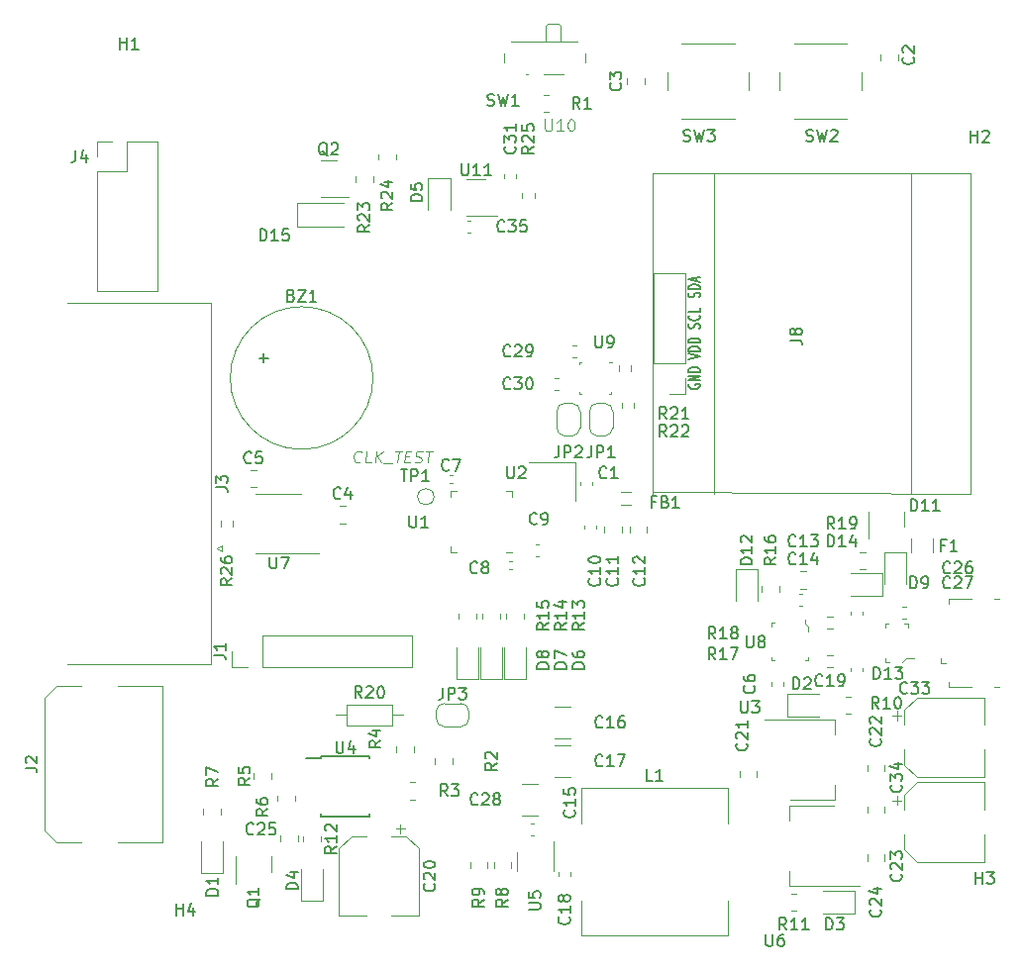
<source format=gbr>
%TF.GenerationSoftware,KiCad,Pcbnew,7.0.6*%
%TF.CreationDate,2023-11-26T00:53:47-07:00*%
%TF.ProjectId,H2 Sensor Board Lucy Rev 1,48322053-656e-4736-9f72-20426f617264,rev?*%
%TF.SameCoordinates,Original*%
%TF.FileFunction,Legend,Top*%
%TF.FilePolarity,Positive*%
%FSLAX46Y46*%
G04 Gerber Fmt 4.6, Leading zero omitted, Abs format (unit mm)*
G04 Created by KiCad (PCBNEW 7.0.6) date 2023-11-26 00:53:47*
%MOMM*%
%LPD*%
G01*
G04 APERTURE LIST*
%ADD10C,0.125000*%
%ADD11C,0.150000*%
%ADD12C,0.100000*%
%ADD13C,0.120000*%
G04 APERTURE END LIST*
D10*
X112784712Y-106455880D02*
X112731140Y-106503500D01*
X112731140Y-106503500D02*
X112582331Y-106551119D01*
X112582331Y-106551119D02*
X112487093Y-106551119D01*
X112487093Y-106551119D02*
X112350188Y-106503500D01*
X112350188Y-106503500D02*
X112266855Y-106408261D01*
X112266855Y-106408261D02*
X112231140Y-106313023D01*
X112231140Y-106313023D02*
X112207331Y-106122547D01*
X112207331Y-106122547D02*
X112225188Y-105979690D01*
X112225188Y-105979690D02*
X112296616Y-105789214D01*
X112296616Y-105789214D02*
X112356140Y-105693976D01*
X112356140Y-105693976D02*
X112463283Y-105598738D01*
X112463283Y-105598738D02*
X112612093Y-105551119D01*
X112612093Y-105551119D02*
X112707331Y-105551119D01*
X112707331Y-105551119D02*
X112844236Y-105598738D01*
X112844236Y-105598738D02*
X112885902Y-105646357D01*
X113677569Y-106551119D02*
X113201378Y-106551119D01*
X113201378Y-106551119D02*
X113326378Y-105551119D01*
X114010902Y-106551119D02*
X114135902Y-105551119D01*
X114582331Y-106551119D02*
X114225188Y-105979690D01*
X114707331Y-105551119D02*
X114064474Y-106122547D01*
X114760902Y-106646357D02*
X115522807Y-106646357D01*
X115754950Y-105551119D02*
X116326379Y-105551119D01*
X115915665Y-106551119D02*
X116040665Y-105551119D01*
X116600189Y-106027309D02*
X116933522Y-106027309D01*
X117010903Y-106551119D02*
X116534712Y-106551119D01*
X116534712Y-106551119D02*
X116659712Y-105551119D01*
X116659712Y-105551119D02*
X117135903Y-105551119D01*
X117397808Y-106503500D02*
X117534712Y-106551119D01*
X117534712Y-106551119D02*
X117772808Y-106551119D01*
X117772808Y-106551119D02*
X117873998Y-106503500D01*
X117873998Y-106503500D02*
X117927570Y-106455880D01*
X117927570Y-106455880D02*
X117987093Y-106360642D01*
X117987093Y-106360642D02*
X117998998Y-106265404D01*
X117998998Y-106265404D02*
X117963284Y-106170166D01*
X117963284Y-106170166D02*
X117921617Y-106122547D01*
X117921617Y-106122547D02*
X117832332Y-106074928D01*
X117832332Y-106074928D02*
X117647808Y-106027309D01*
X117647808Y-106027309D02*
X117558522Y-105979690D01*
X117558522Y-105979690D02*
X117516855Y-105932071D01*
X117516855Y-105932071D02*
X117481141Y-105836833D01*
X117481141Y-105836833D02*
X117493046Y-105741595D01*
X117493046Y-105741595D02*
X117552570Y-105646357D01*
X117552570Y-105646357D02*
X117606141Y-105598738D01*
X117606141Y-105598738D02*
X117707332Y-105551119D01*
X117707332Y-105551119D02*
X117945427Y-105551119D01*
X117945427Y-105551119D02*
X118082332Y-105598738D01*
X118373998Y-105551119D02*
X118945427Y-105551119D01*
X118534713Y-106551119D02*
X118659713Y-105551119D01*
D11*
X84121819Y-132667333D02*
X84836104Y-132667333D01*
X84836104Y-132667333D02*
X84978961Y-132714952D01*
X84978961Y-132714952D02*
X85074200Y-132810190D01*
X85074200Y-132810190D02*
X85121819Y-132953047D01*
X85121819Y-132953047D02*
X85121819Y-133048285D01*
X84217057Y-132238761D02*
X84169438Y-132191142D01*
X84169438Y-132191142D02*
X84121819Y-132095904D01*
X84121819Y-132095904D02*
X84121819Y-131857809D01*
X84121819Y-131857809D02*
X84169438Y-131762571D01*
X84169438Y-131762571D02*
X84217057Y-131714952D01*
X84217057Y-131714952D02*
X84312295Y-131667333D01*
X84312295Y-131667333D02*
X84407533Y-131667333D01*
X84407533Y-131667333D02*
X84550390Y-131714952D01*
X84550390Y-131714952D02*
X85121819Y-132286380D01*
X85121819Y-132286380D02*
X85121819Y-131667333D01*
X120356333Y-107149580D02*
X120308714Y-107197200D01*
X120308714Y-107197200D02*
X120165857Y-107244819D01*
X120165857Y-107244819D02*
X120070619Y-107244819D01*
X120070619Y-107244819D02*
X119927762Y-107197200D01*
X119927762Y-107197200D02*
X119832524Y-107101961D01*
X119832524Y-107101961D02*
X119784905Y-107006723D01*
X119784905Y-107006723D02*
X119737286Y-106816247D01*
X119737286Y-106816247D02*
X119737286Y-106673390D01*
X119737286Y-106673390D02*
X119784905Y-106482914D01*
X119784905Y-106482914D02*
X119832524Y-106387676D01*
X119832524Y-106387676D02*
X119927762Y-106292438D01*
X119927762Y-106292438D02*
X120070619Y-106244819D01*
X120070619Y-106244819D02*
X120165857Y-106244819D01*
X120165857Y-106244819D02*
X120308714Y-106292438D01*
X120308714Y-106292438D02*
X120356333Y-106340057D01*
X120689667Y-106244819D02*
X121356333Y-106244819D01*
X121356333Y-106244819D02*
X120927762Y-107244819D01*
X145785095Y-121374819D02*
X145785095Y-122184342D01*
X145785095Y-122184342D02*
X145832714Y-122279580D01*
X145832714Y-122279580D02*
X145880333Y-122327200D01*
X145880333Y-122327200D02*
X145975571Y-122374819D01*
X145975571Y-122374819D02*
X146166047Y-122374819D01*
X146166047Y-122374819D02*
X146261285Y-122327200D01*
X146261285Y-122327200D02*
X146308904Y-122279580D01*
X146308904Y-122279580D02*
X146356523Y-122184342D01*
X146356523Y-122184342D02*
X146356523Y-121374819D01*
X146975571Y-121803390D02*
X146880333Y-121755771D01*
X146880333Y-121755771D02*
X146832714Y-121708152D01*
X146832714Y-121708152D02*
X146785095Y-121612914D01*
X146785095Y-121612914D02*
X146785095Y-121565295D01*
X146785095Y-121565295D02*
X146832714Y-121470057D01*
X146832714Y-121470057D02*
X146880333Y-121422438D01*
X146880333Y-121422438D02*
X146975571Y-121374819D01*
X146975571Y-121374819D02*
X147166047Y-121374819D01*
X147166047Y-121374819D02*
X147261285Y-121422438D01*
X147261285Y-121422438D02*
X147308904Y-121470057D01*
X147308904Y-121470057D02*
X147356523Y-121565295D01*
X147356523Y-121565295D02*
X147356523Y-121612914D01*
X147356523Y-121612914D02*
X147308904Y-121708152D01*
X147308904Y-121708152D02*
X147261285Y-121755771D01*
X147261285Y-121755771D02*
X147166047Y-121803390D01*
X147166047Y-121803390D02*
X146975571Y-121803390D01*
X146975571Y-121803390D02*
X146880333Y-121851009D01*
X146880333Y-121851009D02*
X146832714Y-121898628D01*
X146832714Y-121898628D02*
X146785095Y-121993866D01*
X146785095Y-121993866D02*
X146785095Y-122184342D01*
X146785095Y-122184342D02*
X146832714Y-122279580D01*
X146832714Y-122279580D02*
X146880333Y-122327200D01*
X146880333Y-122327200D02*
X146975571Y-122374819D01*
X146975571Y-122374819D02*
X147166047Y-122374819D01*
X147166047Y-122374819D02*
X147261285Y-122327200D01*
X147261285Y-122327200D02*
X147308904Y-122279580D01*
X147308904Y-122279580D02*
X147356523Y-122184342D01*
X147356523Y-122184342D02*
X147356523Y-121993866D01*
X147356523Y-121993866D02*
X147308904Y-121898628D01*
X147308904Y-121898628D02*
X147261285Y-121851009D01*
X147261285Y-121851009D02*
X147166047Y-121803390D01*
X125595142Y-97387580D02*
X125547523Y-97435200D01*
X125547523Y-97435200D02*
X125404666Y-97482819D01*
X125404666Y-97482819D02*
X125309428Y-97482819D01*
X125309428Y-97482819D02*
X125166571Y-97435200D01*
X125166571Y-97435200D02*
X125071333Y-97339961D01*
X125071333Y-97339961D02*
X125023714Y-97244723D01*
X125023714Y-97244723D02*
X124976095Y-97054247D01*
X124976095Y-97054247D02*
X124976095Y-96911390D01*
X124976095Y-96911390D02*
X125023714Y-96720914D01*
X125023714Y-96720914D02*
X125071333Y-96625676D01*
X125071333Y-96625676D02*
X125166571Y-96530438D01*
X125166571Y-96530438D02*
X125309428Y-96482819D01*
X125309428Y-96482819D02*
X125404666Y-96482819D01*
X125404666Y-96482819D02*
X125547523Y-96530438D01*
X125547523Y-96530438D02*
X125595142Y-96578057D01*
X125976095Y-96578057D02*
X126023714Y-96530438D01*
X126023714Y-96530438D02*
X126118952Y-96482819D01*
X126118952Y-96482819D02*
X126357047Y-96482819D01*
X126357047Y-96482819D02*
X126452285Y-96530438D01*
X126452285Y-96530438D02*
X126499904Y-96578057D01*
X126499904Y-96578057D02*
X126547523Y-96673295D01*
X126547523Y-96673295D02*
X126547523Y-96768533D01*
X126547523Y-96768533D02*
X126499904Y-96911390D01*
X126499904Y-96911390D02*
X125928476Y-97482819D01*
X125928476Y-97482819D02*
X126547523Y-97482819D01*
X127023714Y-97482819D02*
X127214190Y-97482819D01*
X127214190Y-97482819D02*
X127309428Y-97435200D01*
X127309428Y-97435200D02*
X127357047Y-97387580D01*
X127357047Y-97387580D02*
X127452285Y-97244723D01*
X127452285Y-97244723D02*
X127499904Y-97054247D01*
X127499904Y-97054247D02*
X127499904Y-96673295D01*
X127499904Y-96673295D02*
X127452285Y-96578057D01*
X127452285Y-96578057D02*
X127404666Y-96530438D01*
X127404666Y-96530438D02*
X127309428Y-96482819D01*
X127309428Y-96482819D02*
X127118952Y-96482819D01*
X127118952Y-96482819D02*
X127023714Y-96530438D01*
X127023714Y-96530438D02*
X126976095Y-96578057D01*
X126976095Y-96578057D02*
X126928476Y-96673295D01*
X126928476Y-96673295D02*
X126928476Y-96911390D01*
X126928476Y-96911390D02*
X126976095Y-97006628D01*
X126976095Y-97006628D02*
X127023714Y-97054247D01*
X127023714Y-97054247D02*
X127118952Y-97101866D01*
X127118952Y-97101866D02*
X127309428Y-97101866D01*
X127309428Y-97101866D02*
X127404666Y-97054247D01*
X127404666Y-97054247D02*
X127452285Y-97006628D01*
X127452285Y-97006628D02*
X127499904Y-96911390D01*
X157204580Y-130182857D02*
X157252200Y-130230476D01*
X157252200Y-130230476D02*
X157299819Y-130373333D01*
X157299819Y-130373333D02*
X157299819Y-130468571D01*
X157299819Y-130468571D02*
X157252200Y-130611428D01*
X157252200Y-130611428D02*
X157156961Y-130706666D01*
X157156961Y-130706666D02*
X157061723Y-130754285D01*
X157061723Y-130754285D02*
X156871247Y-130801904D01*
X156871247Y-130801904D02*
X156728390Y-130801904D01*
X156728390Y-130801904D02*
X156537914Y-130754285D01*
X156537914Y-130754285D02*
X156442676Y-130706666D01*
X156442676Y-130706666D02*
X156347438Y-130611428D01*
X156347438Y-130611428D02*
X156299819Y-130468571D01*
X156299819Y-130468571D02*
X156299819Y-130373333D01*
X156299819Y-130373333D02*
X156347438Y-130230476D01*
X156347438Y-130230476D02*
X156395057Y-130182857D01*
X156395057Y-129801904D02*
X156347438Y-129754285D01*
X156347438Y-129754285D02*
X156299819Y-129659047D01*
X156299819Y-129659047D02*
X156299819Y-129420952D01*
X156299819Y-129420952D02*
X156347438Y-129325714D01*
X156347438Y-129325714D02*
X156395057Y-129278095D01*
X156395057Y-129278095D02*
X156490295Y-129230476D01*
X156490295Y-129230476D02*
X156585533Y-129230476D01*
X156585533Y-129230476D02*
X156728390Y-129278095D01*
X156728390Y-129278095D02*
X157299819Y-129849523D01*
X157299819Y-129849523D02*
X157299819Y-129230476D01*
X156395057Y-128849523D02*
X156347438Y-128801904D01*
X156347438Y-128801904D02*
X156299819Y-128706666D01*
X156299819Y-128706666D02*
X156299819Y-128468571D01*
X156299819Y-128468571D02*
X156347438Y-128373333D01*
X156347438Y-128373333D02*
X156395057Y-128325714D01*
X156395057Y-128325714D02*
X156490295Y-128278095D01*
X156490295Y-128278095D02*
X156585533Y-128278095D01*
X156585533Y-128278095D02*
X156728390Y-128325714D01*
X156728390Y-128325714D02*
X157299819Y-128897142D01*
X157299819Y-128897142D02*
X157299819Y-128278095D01*
X130611580Y-145422857D02*
X130659200Y-145470476D01*
X130659200Y-145470476D02*
X130706819Y-145613333D01*
X130706819Y-145613333D02*
X130706819Y-145708571D01*
X130706819Y-145708571D02*
X130659200Y-145851428D01*
X130659200Y-145851428D02*
X130563961Y-145946666D01*
X130563961Y-145946666D02*
X130468723Y-145994285D01*
X130468723Y-145994285D02*
X130278247Y-146041904D01*
X130278247Y-146041904D02*
X130135390Y-146041904D01*
X130135390Y-146041904D02*
X129944914Y-145994285D01*
X129944914Y-145994285D02*
X129849676Y-145946666D01*
X129849676Y-145946666D02*
X129754438Y-145851428D01*
X129754438Y-145851428D02*
X129706819Y-145708571D01*
X129706819Y-145708571D02*
X129706819Y-145613333D01*
X129706819Y-145613333D02*
X129754438Y-145470476D01*
X129754438Y-145470476D02*
X129802057Y-145422857D01*
X130706819Y-144470476D02*
X130706819Y-145041904D01*
X130706819Y-144756190D02*
X129706819Y-144756190D01*
X129706819Y-144756190D02*
X129849676Y-144851428D01*
X129849676Y-144851428D02*
X129944914Y-144946666D01*
X129944914Y-144946666D02*
X129992533Y-145041904D01*
X130135390Y-143899047D02*
X130087771Y-143994285D01*
X130087771Y-143994285D02*
X130040152Y-144041904D01*
X130040152Y-144041904D02*
X129944914Y-144089523D01*
X129944914Y-144089523D02*
X129897295Y-144089523D01*
X129897295Y-144089523D02*
X129802057Y-144041904D01*
X129802057Y-144041904D02*
X129754438Y-143994285D01*
X129754438Y-143994285D02*
X129706819Y-143899047D01*
X129706819Y-143899047D02*
X129706819Y-143708571D01*
X129706819Y-143708571D02*
X129754438Y-143613333D01*
X129754438Y-143613333D02*
X129802057Y-143565714D01*
X129802057Y-143565714D02*
X129897295Y-143518095D01*
X129897295Y-143518095D02*
X129944914Y-143518095D01*
X129944914Y-143518095D02*
X130040152Y-143565714D01*
X130040152Y-143565714D02*
X130087771Y-143613333D01*
X130087771Y-143613333D02*
X130135390Y-143708571D01*
X130135390Y-143708571D02*
X130135390Y-143899047D01*
X130135390Y-143899047D02*
X130183009Y-143994285D01*
X130183009Y-143994285D02*
X130230628Y-144041904D01*
X130230628Y-144041904D02*
X130325866Y-144089523D01*
X130325866Y-144089523D02*
X130516342Y-144089523D01*
X130516342Y-144089523D02*
X130611580Y-144041904D01*
X130611580Y-144041904D02*
X130659200Y-143994285D01*
X130659200Y-143994285D02*
X130706819Y-143899047D01*
X130706819Y-143899047D02*
X130706819Y-143708571D01*
X130706819Y-143708571D02*
X130659200Y-143613333D01*
X130659200Y-143613333D02*
X130611580Y-143565714D01*
X130611580Y-143565714D02*
X130516342Y-143518095D01*
X130516342Y-143518095D02*
X130325866Y-143518095D01*
X130325866Y-143518095D02*
X130230628Y-143565714D01*
X130230628Y-143565714D02*
X130183009Y-143613333D01*
X130183009Y-143613333D02*
X130135390Y-143708571D01*
X158982580Y-141739857D02*
X159030200Y-141787476D01*
X159030200Y-141787476D02*
X159077819Y-141930333D01*
X159077819Y-141930333D02*
X159077819Y-142025571D01*
X159077819Y-142025571D02*
X159030200Y-142168428D01*
X159030200Y-142168428D02*
X158934961Y-142263666D01*
X158934961Y-142263666D02*
X158839723Y-142311285D01*
X158839723Y-142311285D02*
X158649247Y-142358904D01*
X158649247Y-142358904D02*
X158506390Y-142358904D01*
X158506390Y-142358904D02*
X158315914Y-142311285D01*
X158315914Y-142311285D02*
X158220676Y-142263666D01*
X158220676Y-142263666D02*
X158125438Y-142168428D01*
X158125438Y-142168428D02*
X158077819Y-142025571D01*
X158077819Y-142025571D02*
X158077819Y-141930333D01*
X158077819Y-141930333D02*
X158125438Y-141787476D01*
X158125438Y-141787476D02*
X158173057Y-141739857D01*
X158173057Y-141358904D02*
X158125438Y-141311285D01*
X158125438Y-141311285D02*
X158077819Y-141216047D01*
X158077819Y-141216047D02*
X158077819Y-140977952D01*
X158077819Y-140977952D02*
X158125438Y-140882714D01*
X158125438Y-140882714D02*
X158173057Y-140835095D01*
X158173057Y-140835095D02*
X158268295Y-140787476D01*
X158268295Y-140787476D02*
X158363533Y-140787476D01*
X158363533Y-140787476D02*
X158506390Y-140835095D01*
X158506390Y-140835095D02*
X159077819Y-141406523D01*
X159077819Y-141406523D02*
X159077819Y-140787476D01*
X158077819Y-140454142D02*
X158077819Y-139835095D01*
X158077819Y-139835095D02*
X158458771Y-140168428D01*
X158458771Y-140168428D02*
X158458771Y-140025571D01*
X158458771Y-140025571D02*
X158506390Y-139930333D01*
X158506390Y-139930333D02*
X158554009Y-139882714D01*
X158554009Y-139882714D02*
X158649247Y-139835095D01*
X158649247Y-139835095D02*
X158887342Y-139835095D01*
X158887342Y-139835095D02*
X158982580Y-139882714D01*
X158982580Y-139882714D02*
X159030200Y-139930333D01*
X159030200Y-139930333D02*
X159077819Y-140025571D01*
X159077819Y-140025571D02*
X159077819Y-140311285D01*
X159077819Y-140311285D02*
X159030200Y-140406523D01*
X159030200Y-140406523D02*
X158982580Y-140454142D01*
X120229333Y-135074819D02*
X119896000Y-134598628D01*
X119657905Y-135074819D02*
X119657905Y-134074819D01*
X119657905Y-134074819D02*
X120038857Y-134074819D01*
X120038857Y-134074819D02*
X120134095Y-134122438D01*
X120134095Y-134122438D02*
X120181714Y-134170057D01*
X120181714Y-134170057D02*
X120229333Y-134265295D01*
X120229333Y-134265295D02*
X120229333Y-134408152D01*
X120229333Y-134408152D02*
X120181714Y-134503390D01*
X120181714Y-134503390D02*
X120134095Y-134551009D01*
X120134095Y-134551009D02*
X120038857Y-134598628D01*
X120038857Y-134598628D02*
X119657905Y-134598628D01*
X120562667Y-134074819D02*
X121181714Y-134074819D01*
X121181714Y-134074819D02*
X120848381Y-134455771D01*
X120848381Y-134455771D02*
X120991238Y-134455771D01*
X120991238Y-134455771D02*
X121086476Y-134503390D01*
X121086476Y-134503390D02*
X121134095Y-134551009D01*
X121134095Y-134551009D02*
X121181714Y-134646247D01*
X121181714Y-134646247D02*
X121181714Y-134884342D01*
X121181714Y-134884342D02*
X121134095Y-134979580D01*
X121134095Y-134979580D02*
X121086476Y-135027200D01*
X121086476Y-135027200D02*
X120991238Y-135074819D01*
X120991238Y-135074819D02*
X120705524Y-135074819D01*
X120705524Y-135074819D02*
X120610286Y-135027200D01*
X120610286Y-135027200D02*
X120562667Y-134979580D01*
X100248819Y-123015333D02*
X100963104Y-123015333D01*
X100963104Y-123015333D02*
X101105961Y-123062952D01*
X101105961Y-123062952D02*
X101201200Y-123158190D01*
X101201200Y-123158190D02*
X101248819Y-123301047D01*
X101248819Y-123301047D02*
X101248819Y-123396285D01*
X101248819Y-122015333D02*
X101248819Y-122586761D01*
X101248819Y-122301047D02*
X100248819Y-122301047D01*
X100248819Y-122301047D02*
X100391676Y-122396285D01*
X100391676Y-122396285D02*
X100486914Y-122491523D01*
X100486914Y-122491523D02*
X100534533Y-122586761D01*
X124428819Y-132240166D02*
X123952628Y-132573499D01*
X124428819Y-132811594D02*
X123428819Y-132811594D01*
X123428819Y-132811594D02*
X123428819Y-132430642D01*
X123428819Y-132430642D02*
X123476438Y-132335404D01*
X123476438Y-132335404D02*
X123524057Y-132287785D01*
X123524057Y-132287785D02*
X123619295Y-132240166D01*
X123619295Y-132240166D02*
X123762152Y-132240166D01*
X123762152Y-132240166D02*
X123857390Y-132287785D01*
X123857390Y-132287785D02*
X123905009Y-132335404D01*
X123905009Y-132335404D02*
X123952628Y-132430642D01*
X123952628Y-132430642D02*
X123952628Y-132811594D01*
X123524057Y-131859213D02*
X123476438Y-131811594D01*
X123476438Y-131811594D02*
X123428819Y-131716356D01*
X123428819Y-131716356D02*
X123428819Y-131478261D01*
X123428819Y-131478261D02*
X123476438Y-131383023D01*
X123476438Y-131383023D02*
X123524057Y-131335404D01*
X123524057Y-131335404D02*
X123619295Y-131287785D01*
X123619295Y-131287785D02*
X123714533Y-131287785D01*
X123714533Y-131287785D02*
X123857390Y-131335404D01*
X123857390Y-131335404D02*
X124428819Y-131906832D01*
X124428819Y-131906832D02*
X124428819Y-131287785D01*
X103324819Y-133516666D02*
X102848628Y-133849999D01*
X103324819Y-134088094D02*
X102324819Y-134088094D01*
X102324819Y-134088094D02*
X102324819Y-133707142D01*
X102324819Y-133707142D02*
X102372438Y-133611904D01*
X102372438Y-133611904D02*
X102420057Y-133564285D01*
X102420057Y-133564285D02*
X102515295Y-133516666D01*
X102515295Y-133516666D02*
X102658152Y-133516666D01*
X102658152Y-133516666D02*
X102753390Y-133564285D01*
X102753390Y-133564285D02*
X102801009Y-133611904D01*
X102801009Y-133611904D02*
X102848628Y-133707142D01*
X102848628Y-133707142D02*
X102848628Y-134088094D01*
X102324819Y-132611904D02*
X102324819Y-133088094D01*
X102324819Y-133088094D02*
X102801009Y-133135713D01*
X102801009Y-133135713D02*
X102753390Y-133088094D01*
X102753390Y-133088094D02*
X102705771Y-132992856D01*
X102705771Y-132992856D02*
X102705771Y-132754761D01*
X102705771Y-132754761D02*
X102753390Y-132659523D01*
X102753390Y-132659523D02*
X102801009Y-132611904D01*
X102801009Y-132611904D02*
X102896247Y-132564285D01*
X102896247Y-132564285D02*
X103134342Y-132564285D01*
X103134342Y-132564285D02*
X103229580Y-132611904D01*
X103229580Y-132611904D02*
X103277200Y-132659523D01*
X103277200Y-132659523D02*
X103324819Y-132754761D01*
X103324819Y-132754761D02*
X103324819Y-132992856D01*
X103324819Y-132992856D02*
X103277200Y-133088094D01*
X103277200Y-133088094D02*
X103229580Y-133135713D01*
X131042580Y-136278857D02*
X131090200Y-136326476D01*
X131090200Y-136326476D02*
X131137819Y-136469333D01*
X131137819Y-136469333D02*
X131137819Y-136564571D01*
X131137819Y-136564571D02*
X131090200Y-136707428D01*
X131090200Y-136707428D02*
X130994961Y-136802666D01*
X130994961Y-136802666D02*
X130899723Y-136850285D01*
X130899723Y-136850285D02*
X130709247Y-136897904D01*
X130709247Y-136897904D02*
X130566390Y-136897904D01*
X130566390Y-136897904D02*
X130375914Y-136850285D01*
X130375914Y-136850285D02*
X130280676Y-136802666D01*
X130280676Y-136802666D02*
X130185438Y-136707428D01*
X130185438Y-136707428D02*
X130137819Y-136564571D01*
X130137819Y-136564571D02*
X130137819Y-136469333D01*
X130137819Y-136469333D02*
X130185438Y-136326476D01*
X130185438Y-136326476D02*
X130233057Y-136278857D01*
X131137819Y-135326476D02*
X131137819Y-135897904D01*
X131137819Y-135612190D02*
X130137819Y-135612190D01*
X130137819Y-135612190D02*
X130280676Y-135707428D01*
X130280676Y-135707428D02*
X130375914Y-135802666D01*
X130375914Y-135802666D02*
X130423533Y-135897904D01*
X130137819Y-134421714D02*
X130137819Y-134897904D01*
X130137819Y-134897904D02*
X130614009Y-134945523D01*
X130614009Y-134945523D02*
X130566390Y-134897904D01*
X130566390Y-134897904D02*
X130518771Y-134802666D01*
X130518771Y-134802666D02*
X130518771Y-134564571D01*
X130518771Y-134564571D02*
X130566390Y-134469333D01*
X130566390Y-134469333D02*
X130614009Y-134421714D01*
X130614009Y-134421714D02*
X130709247Y-134374095D01*
X130709247Y-134374095D02*
X130947342Y-134374095D01*
X130947342Y-134374095D02*
X131042580Y-134421714D01*
X131042580Y-134421714D02*
X131090200Y-134469333D01*
X131090200Y-134469333D02*
X131137819Y-134564571D01*
X131137819Y-134564571D02*
X131137819Y-134802666D01*
X131137819Y-134802666D02*
X131090200Y-134897904D01*
X131090200Y-134897904D02*
X131042580Y-134945523D01*
X157204580Y-144787857D02*
X157252200Y-144835476D01*
X157252200Y-144835476D02*
X157299819Y-144978333D01*
X157299819Y-144978333D02*
X157299819Y-145073571D01*
X157299819Y-145073571D02*
X157252200Y-145216428D01*
X157252200Y-145216428D02*
X157156961Y-145311666D01*
X157156961Y-145311666D02*
X157061723Y-145359285D01*
X157061723Y-145359285D02*
X156871247Y-145406904D01*
X156871247Y-145406904D02*
X156728390Y-145406904D01*
X156728390Y-145406904D02*
X156537914Y-145359285D01*
X156537914Y-145359285D02*
X156442676Y-145311666D01*
X156442676Y-145311666D02*
X156347438Y-145216428D01*
X156347438Y-145216428D02*
X156299819Y-145073571D01*
X156299819Y-145073571D02*
X156299819Y-144978333D01*
X156299819Y-144978333D02*
X156347438Y-144835476D01*
X156347438Y-144835476D02*
X156395057Y-144787857D01*
X156395057Y-144406904D02*
X156347438Y-144359285D01*
X156347438Y-144359285D02*
X156299819Y-144264047D01*
X156299819Y-144264047D02*
X156299819Y-144025952D01*
X156299819Y-144025952D02*
X156347438Y-143930714D01*
X156347438Y-143930714D02*
X156395057Y-143883095D01*
X156395057Y-143883095D02*
X156490295Y-143835476D01*
X156490295Y-143835476D02*
X156585533Y-143835476D01*
X156585533Y-143835476D02*
X156728390Y-143883095D01*
X156728390Y-143883095D02*
X157299819Y-144454523D01*
X157299819Y-144454523D02*
X157299819Y-143835476D01*
X156633152Y-142978333D02*
X157299819Y-142978333D01*
X156252200Y-143216428D02*
X156966485Y-143454523D01*
X156966485Y-143454523D02*
X156966485Y-142835476D01*
X149979142Y-113643580D02*
X149931523Y-113691200D01*
X149931523Y-113691200D02*
X149788666Y-113738819D01*
X149788666Y-113738819D02*
X149693428Y-113738819D01*
X149693428Y-113738819D02*
X149550571Y-113691200D01*
X149550571Y-113691200D02*
X149455333Y-113595961D01*
X149455333Y-113595961D02*
X149407714Y-113500723D01*
X149407714Y-113500723D02*
X149360095Y-113310247D01*
X149360095Y-113310247D02*
X149360095Y-113167390D01*
X149360095Y-113167390D02*
X149407714Y-112976914D01*
X149407714Y-112976914D02*
X149455333Y-112881676D01*
X149455333Y-112881676D02*
X149550571Y-112786438D01*
X149550571Y-112786438D02*
X149693428Y-112738819D01*
X149693428Y-112738819D02*
X149788666Y-112738819D01*
X149788666Y-112738819D02*
X149931523Y-112786438D01*
X149931523Y-112786438D02*
X149979142Y-112834057D01*
X150931523Y-113738819D02*
X150360095Y-113738819D01*
X150645809Y-113738819D02*
X150645809Y-112738819D01*
X150645809Y-112738819D02*
X150550571Y-112881676D01*
X150550571Y-112881676D02*
X150455333Y-112976914D01*
X150455333Y-112976914D02*
X150360095Y-113024533D01*
X151264857Y-112738819D02*
X151883904Y-112738819D01*
X151883904Y-112738819D02*
X151550571Y-113119771D01*
X151550571Y-113119771D02*
X151693428Y-113119771D01*
X151693428Y-113119771D02*
X151788666Y-113167390D01*
X151788666Y-113167390D02*
X151836285Y-113215009D01*
X151836285Y-113215009D02*
X151883904Y-113310247D01*
X151883904Y-113310247D02*
X151883904Y-113548342D01*
X151883904Y-113548342D02*
X151836285Y-113643580D01*
X151836285Y-113643580D02*
X151788666Y-113691200D01*
X151788666Y-113691200D02*
X151693428Y-113738819D01*
X151693428Y-113738819D02*
X151407714Y-113738819D01*
X151407714Y-113738819D02*
X151312476Y-113691200D01*
X151312476Y-113691200D02*
X151264857Y-113643580D01*
X116967095Y-111087819D02*
X116967095Y-111897342D01*
X116967095Y-111897342D02*
X117014714Y-111992580D01*
X117014714Y-111992580D02*
X117062333Y-112040200D01*
X117062333Y-112040200D02*
X117157571Y-112087819D01*
X117157571Y-112087819D02*
X117348047Y-112087819D01*
X117348047Y-112087819D02*
X117443285Y-112040200D01*
X117443285Y-112040200D02*
X117490904Y-111992580D01*
X117490904Y-111992580D02*
X117538523Y-111897342D01*
X117538523Y-111897342D02*
X117538523Y-111087819D01*
X118538523Y-112087819D02*
X117967095Y-112087819D01*
X118252809Y-112087819D02*
X118252809Y-111087819D01*
X118252809Y-111087819D02*
X118157571Y-111230676D01*
X118157571Y-111230676D02*
X118062333Y-111325914D01*
X118062333Y-111325914D02*
X117967095Y-111373533D01*
X165354095Y-142567819D02*
X165354095Y-141567819D01*
X165354095Y-142044009D02*
X165925523Y-142044009D01*
X165925523Y-142567819D02*
X165925523Y-141567819D01*
X166306476Y-141567819D02*
X166925523Y-141567819D01*
X166925523Y-141567819D02*
X166592190Y-141948771D01*
X166592190Y-141948771D02*
X166735047Y-141948771D01*
X166735047Y-141948771D02*
X166830285Y-141996390D01*
X166830285Y-141996390D02*
X166877904Y-142044009D01*
X166877904Y-142044009D02*
X166925523Y-142139247D01*
X166925523Y-142139247D02*
X166925523Y-142377342D01*
X166925523Y-142377342D02*
X166877904Y-142472580D01*
X166877904Y-142472580D02*
X166830285Y-142520200D01*
X166830285Y-142520200D02*
X166735047Y-142567819D01*
X166735047Y-142567819D02*
X166449333Y-142567819D01*
X166449333Y-142567819D02*
X166354095Y-142520200D01*
X166354095Y-142520200D02*
X166306476Y-142472580D01*
X115516819Y-84335857D02*
X115040628Y-84669190D01*
X115516819Y-84907285D02*
X114516819Y-84907285D01*
X114516819Y-84907285D02*
X114516819Y-84526333D01*
X114516819Y-84526333D02*
X114564438Y-84431095D01*
X114564438Y-84431095D02*
X114612057Y-84383476D01*
X114612057Y-84383476D02*
X114707295Y-84335857D01*
X114707295Y-84335857D02*
X114850152Y-84335857D01*
X114850152Y-84335857D02*
X114945390Y-84383476D01*
X114945390Y-84383476D02*
X114993009Y-84431095D01*
X114993009Y-84431095D02*
X115040628Y-84526333D01*
X115040628Y-84526333D02*
X115040628Y-84907285D01*
X114612057Y-83954904D02*
X114564438Y-83907285D01*
X114564438Y-83907285D02*
X114516819Y-83812047D01*
X114516819Y-83812047D02*
X114516819Y-83573952D01*
X114516819Y-83573952D02*
X114564438Y-83478714D01*
X114564438Y-83478714D02*
X114612057Y-83431095D01*
X114612057Y-83431095D02*
X114707295Y-83383476D01*
X114707295Y-83383476D02*
X114802533Y-83383476D01*
X114802533Y-83383476D02*
X114945390Y-83431095D01*
X114945390Y-83431095D02*
X115516819Y-84002523D01*
X115516819Y-84002523D02*
X115516819Y-83383476D01*
X114850152Y-82526333D02*
X115516819Y-82526333D01*
X114469200Y-82764428D02*
X115183485Y-83002523D01*
X115183485Y-83002523D02*
X115183485Y-82383476D01*
X100425819Y-108676333D02*
X101140104Y-108676333D01*
X101140104Y-108676333D02*
X101282961Y-108723952D01*
X101282961Y-108723952D02*
X101378200Y-108819190D01*
X101378200Y-108819190D02*
X101425819Y-108962047D01*
X101425819Y-108962047D02*
X101425819Y-109057285D01*
X100425819Y-108295380D02*
X100425819Y-107676333D01*
X100425819Y-107676333D02*
X100806771Y-108009666D01*
X100806771Y-108009666D02*
X100806771Y-107866809D01*
X100806771Y-107866809D02*
X100854390Y-107771571D01*
X100854390Y-107771571D02*
X100902009Y-107723952D01*
X100902009Y-107723952D02*
X100997247Y-107676333D01*
X100997247Y-107676333D02*
X101235342Y-107676333D01*
X101235342Y-107676333D02*
X101330580Y-107723952D01*
X101330580Y-107723952D02*
X101378200Y-107771571D01*
X101378200Y-107771571D02*
X101425819Y-107866809D01*
X101425819Y-107866809D02*
X101425819Y-108152523D01*
X101425819Y-108152523D02*
X101378200Y-108247761D01*
X101378200Y-108247761D02*
X101330580Y-108295380D01*
X127581819Y-79509857D02*
X127105628Y-79843190D01*
X127581819Y-80081285D02*
X126581819Y-80081285D01*
X126581819Y-80081285D02*
X126581819Y-79700333D01*
X126581819Y-79700333D02*
X126629438Y-79605095D01*
X126629438Y-79605095D02*
X126677057Y-79557476D01*
X126677057Y-79557476D02*
X126772295Y-79509857D01*
X126772295Y-79509857D02*
X126915152Y-79509857D01*
X126915152Y-79509857D02*
X127010390Y-79557476D01*
X127010390Y-79557476D02*
X127058009Y-79605095D01*
X127058009Y-79605095D02*
X127105628Y-79700333D01*
X127105628Y-79700333D02*
X127105628Y-80081285D01*
X126677057Y-79128904D02*
X126629438Y-79081285D01*
X126629438Y-79081285D02*
X126581819Y-78986047D01*
X126581819Y-78986047D02*
X126581819Y-78747952D01*
X126581819Y-78747952D02*
X126629438Y-78652714D01*
X126629438Y-78652714D02*
X126677057Y-78605095D01*
X126677057Y-78605095D02*
X126772295Y-78557476D01*
X126772295Y-78557476D02*
X126867533Y-78557476D01*
X126867533Y-78557476D02*
X127010390Y-78605095D01*
X127010390Y-78605095D02*
X127581819Y-79176523D01*
X127581819Y-79176523D02*
X127581819Y-78557476D01*
X126581819Y-77652714D02*
X126581819Y-78128904D01*
X126581819Y-78128904D02*
X127058009Y-78176523D01*
X127058009Y-78176523D02*
X127010390Y-78128904D01*
X127010390Y-78128904D02*
X126962771Y-78033666D01*
X126962771Y-78033666D02*
X126962771Y-77795571D01*
X126962771Y-77795571D02*
X127010390Y-77700333D01*
X127010390Y-77700333D02*
X127058009Y-77652714D01*
X127058009Y-77652714D02*
X127153247Y-77605095D01*
X127153247Y-77605095D02*
X127391342Y-77605095D01*
X127391342Y-77605095D02*
X127486580Y-77652714D01*
X127486580Y-77652714D02*
X127534200Y-77700333D01*
X127534200Y-77700333D02*
X127581819Y-77795571D01*
X127581819Y-77795571D02*
X127581819Y-78033666D01*
X127581819Y-78033666D02*
X127534200Y-78128904D01*
X127534200Y-78128904D02*
X127486580Y-78176523D01*
X122801142Y-135741580D02*
X122753523Y-135789200D01*
X122753523Y-135789200D02*
X122610666Y-135836819D01*
X122610666Y-135836819D02*
X122515428Y-135836819D01*
X122515428Y-135836819D02*
X122372571Y-135789200D01*
X122372571Y-135789200D02*
X122277333Y-135693961D01*
X122277333Y-135693961D02*
X122229714Y-135598723D01*
X122229714Y-135598723D02*
X122182095Y-135408247D01*
X122182095Y-135408247D02*
X122182095Y-135265390D01*
X122182095Y-135265390D02*
X122229714Y-135074914D01*
X122229714Y-135074914D02*
X122277333Y-134979676D01*
X122277333Y-134979676D02*
X122372571Y-134884438D01*
X122372571Y-134884438D02*
X122515428Y-134836819D01*
X122515428Y-134836819D02*
X122610666Y-134836819D01*
X122610666Y-134836819D02*
X122753523Y-134884438D01*
X122753523Y-134884438D02*
X122801142Y-134932057D01*
X123182095Y-134932057D02*
X123229714Y-134884438D01*
X123229714Y-134884438D02*
X123324952Y-134836819D01*
X123324952Y-134836819D02*
X123563047Y-134836819D01*
X123563047Y-134836819D02*
X123658285Y-134884438D01*
X123658285Y-134884438D02*
X123705904Y-134932057D01*
X123705904Y-134932057D02*
X123753523Y-135027295D01*
X123753523Y-135027295D02*
X123753523Y-135122533D01*
X123753523Y-135122533D02*
X123705904Y-135265390D01*
X123705904Y-135265390D02*
X123134476Y-135836819D01*
X123134476Y-135836819D02*
X123753523Y-135836819D01*
X124324952Y-135265390D02*
X124229714Y-135217771D01*
X124229714Y-135217771D02*
X124182095Y-135170152D01*
X124182095Y-135170152D02*
X124134476Y-135074914D01*
X124134476Y-135074914D02*
X124134476Y-135027295D01*
X124134476Y-135027295D02*
X124182095Y-134932057D01*
X124182095Y-134932057D02*
X124229714Y-134884438D01*
X124229714Y-134884438D02*
X124324952Y-134836819D01*
X124324952Y-134836819D02*
X124515428Y-134836819D01*
X124515428Y-134836819D02*
X124610666Y-134884438D01*
X124610666Y-134884438D02*
X124658285Y-134932057D01*
X124658285Y-134932057D02*
X124705904Y-135027295D01*
X124705904Y-135027295D02*
X124705904Y-135074914D01*
X124705904Y-135074914D02*
X124658285Y-135170152D01*
X124658285Y-135170152D02*
X124610666Y-135217771D01*
X124610666Y-135217771D02*
X124515428Y-135265390D01*
X124515428Y-135265390D02*
X124324952Y-135265390D01*
X124324952Y-135265390D02*
X124229714Y-135313009D01*
X124229714Y-135313009D02*
X124182095Y-135360628D01*
X124182095Y-135360628D02*
X124134476Y-135455866D01*
X124134476Y-135455866D02*
X124134476Y-135646342D01*
X124134476Y-135646342D02*
X124182095Y-135741580D01*
X124182095Y-135741580D02*
X124229714Y-135789200D01*
X124229714Y-135789200D02*
X124324952Y-135836819D01*
X124324952Y-135836819D02*
X124515428Y-135836819D01*
X124515428Y-135836819D02*
X124610666Y-135789200D01*
X124610666Y-135789200D02*
X124658285Y-135741580D01*
X124658285Y-135741580D02*
X124705904Y-135646342D01*
X124705904Y-135646342D02*
X124705904Y-135455866D01*
X124705904Y-135455866D02*
X124658285Y-135360628D01*
X124658285Y-135360628D02*
X124610666Y-135313009D01*
X124610666Y-135313009D02*
X124515428Y-135265390D01*
X100603819Y-133595166D02*
X100127628Y-133928499D01*
X100603819Y-134166594D02*
X99603819Y-134166594D01*
X99603819Y-134166594D02*
X99603819Y-133785642D01*
X99603819Y-133785642D02*
X99651438Y-133690404D01*
X99651438Y-133690404D02*
X99699057Y-133642785D01*
X99699057Y-133642785D02*
X99794295Y-133595166D01*
X99794295Y-133595166D02*
X99937152Y-133595166D01*
X99937152Y-133595166D02*
X100032390Y-133642785D01*
X100032390Y-133642785D02*
X100080009Y-133690404D01*
X100080009Y-133690404D02*
X100127628Y-133785642D01*
X100127628Y-133785642D02*
X100127628Y-134166594D01*
X99603819Y-133261832D02*
X99603819Y-132595166D01*
X99603819Y-132595166D02*
X100603819Y-133023737D01*
X105029095Y-114614819D02*
X105029095Y-115424342D01*
X105029095Y-115424342D02*
X105076714Y-115519580D01*
X105076714Y-115519580D02*
X105124333Y-115567200D01*
X105124333Y-115567200D02*
X105219571Y-115614819D01*
X105219571Y-115614819D02*
X105410047Y-115614819D01*
X105410047Y-115614819D02*
X105505285Y-115567200D01*
X105505285Y-115567200D02*
X105552904Y-115519580D01*
X105552904Y-115519580D02*
X105600523Y-115424342D01*
X105600523Y-115424342D02*
X105600523Y-114614819D01*
X105981476Y-114614819D02*
X106648142Y-114614819D01*
X106648142Y-114614819D02*
X106219571Y-115614819D01*
X132516666Y-105118819D02*
X132516666Y-105833104D01*
X132516666Y-105833104D02*
X132469047Y-105975961D01*
X132469047Y-105975961D02*
X132373809Y-106071200D01*
X132373809Y-106071200D02*
X132230952Y-106118819D01*
X132230952Y-106118819D02*
X132135714Y-106118819D01*
X132992857Y-106118819D02*
X132992857Y-105118819D01*
X132992857Y-105118819D02*
X133373809Y-105118819D01*
X133373809Y-105118819D02*
X133469047Y-105166438D01*
X133469047Y-105166438D02*
X133516666Y-105214057D01*
X133516666Y-105214057D02*
X133564285Y-105309295D01*
X133564285Y-105309295D02*
X133564285Y-105452152D01*
X133564285Y-105452152D02*
X133516666Y-105547390D01*
X133516666Y-105547390D02*
X133469047Y-105595009D01*
X133469047Y-105595009D02*
X133373809Y-105642628D01*
X133373809Y-105642628D02*
X132992857Y-105642628D01*
X134516666Y-106118819D02*
X133945238Y-106118819D01*
X134230952Y-106118819D02*
X134230952Y-105118819D01*
X134230952Y-105118819D02*
X134135714Y-105261676D01*
X134135714Y-105261676D02*
X134040476Y-105356914D01*
X134040476Y-105356914D02*
X133945238Y-105404533D01*
X137977666Y-109913009D02*
X137644333Y-109913009D01*
X137644333Y-110436819D02*
X137644333Y-109436819D01*
X137644333Y-109436819D02*
X138120523Y-109436819D01*
X138834809Y-109913009D02*
X138977666Y-109960628D01*
X138977666Y-109960628D02*
X139025285Y-110008247D01*
X139025285Y-110008247D02*
X139072904Y-110103485D01*
X139072904Y-110103485D02*
X139072904Y-110246342D01*
X139072904Y-110246342D02*
X139025285Y-110341580D01*
X139025285Y-110341580D02*
X138977666Y-110389200D01*
X138977666Y-110389200D02*
X138882428Y-110436819D01*
X138882428Y-110436819D02*
X138501476Y-110436819D01*
X138501476Y-110436819D02*
X138501476Y-109436819D01*
X138501476Y-109436819D02*
X138834809Y-109436819D01*
X138834809Y-109436819D02*
X138930047Y-109484438D01*
X138930047Y-109484438D02*
X138977666Y-109532057D01*
X138977666Y-109532057D02*
X139025285Y-109627295D01*
X139025285Y-109627295D02*
X139025285Y-109722533D01*
X139025285Y-109722533D02*
X138977666Y-109817771D01*
X138977666Y-109817771D02*
X138930047Y-109865390D01*
X138930047Y-109865390D02*
X138834809Y-109913009D01*
X138834809Y-109913009D02*
X138501476Y-109913009D01*
X140025285Y-110436819D02*
X139453857Y-110436819D01*
X139739571Y-110436819D02*
X139739571Y-109436819D01*
X139739571Y-109436819D02*
X139644333Y-109579676D01*
X139644333Y-109579676D02*
X139549095Y-109674914D01*
X139549095Y-109674914D02*
X139453857Y-109722533D01*
X122769333Y-115929580D02*
X122721714Y-115977200D01*
X122721714Y-115977200D02*
X122578857Y-116024819D01*
X122578857Y-116024819D02*
X122483619Y-116024819D01*
X122483619Y-116024819D02*
X122340762Y-115977200D01*
X122340762Y-115977200D02*
X122245524Y-115881961D01*
X122245524Y-115881961D02*
X122197905Y-115786723D01*
X122197905Y-115786723D02*
X122150286Y-115596247D01*
X122150286Y-115596247D02*
X122150286Y-115453390D01*
X122150286Y-115453390D02*
X122197905Y-115262914D01*
X122197905Y-115262914D02*
X122245524Y-115167676D01*
X122245524Y-115167676D02*
X122340762Y-115072438D01*
X122340762Y-115072438D02*
X122483619Y-115024819D01*
X122483619Y-115024819D02*
X122578857Y-115024819D01*
X122578857Y-115024819D02*
X122721714Y-115072438D01*
X122721714Y-115072438D02*
X122769333Y-115120057D01*
X123340762Y-115453390D02*
X123245524Y-115405771D01*
X123245524Y-115405771D02*
X123197905Y-115358152D01*
X123197905Y-115358152D02*
X123150286Y-115262914D01*
X123150286Y-115262914D02*
X123150286Y-115215295D01*
X123150286Y-115215295D02*
X123197905Y-115120057D01*
X123197905Y-115120057D02*
X123245524Y-115072438D01*
X123245524Y-115072438D02*
X123340762Y-115024819D01*
X123340762Y-115024819D02*
X123531238Y-115024819D01*
X123531238Y-115024819D02*
X123626476Y-115072438D01*
X123626476Y-115072438D02*
X123674095Y-115120057D01*
X123674095Y-115120057D02*
X123721714Y-115215295D01*
X123721714Y-115215295D02*
X123721714Y-115262914D01*
X123721714Y-115262914D02*
X123674095Y-115358152D01*
X123674095Y-115358152D02*
X123626476Y-115405771D01*
X123626476Y-115405771D02*
X123531238Y-115453390D01*
X123531238Y-115453390D02*
X123340762Y-115453390D01*
X123340762Y-115453390D02*
X123245524Y-115501009D01*
X123245524Y-115501009D02*
X123197905Y-115548628D01*
X123197905Y-115548628D02*
X123150286Y-115643866D01*
X123150286Y-115643866D02*
X123150286Y-115834342D01*
X123150286Y-115834342D02*
X123197905Y-115929580D01*
X123197905Y-115929580D02*
X123245524Y-115977200D01*
X123245524Y-115977200D02*
X123340762Y-116024819D01*
X123340762Y-116024819D02*
X123531238Y-116024819D01*
X123531238Y-116024819D02*
X123626476Y-115977200D01*
X123626476Y-115977200D02*
X123674095Y-115929580D01*
X123674095Y-115929580D02*
X123721714Y-115834342D01*
X123721714Y-115834342D02*
X123721714Y-115643866D01*
X123721714Y-115643866D02*
X123674095Y-115548628D01*
X123674095Y-115548628D02*
X123626476Y-115501009D01*
X123626476Y-115501009D02*
X123531238Y-115453390D01*
X104848819Y-136183666D02*
X104372628Y-136516999D01*
X104848819Y-136755094D02*
X103848819Y-136755094D01*
X103848819Y-136755094D02*
X103848819Y-136374142D01*
X103848819Y-136374142D02*
X103896438Y-136278904D01*
X103896438Y-136278904D02*
X103944057Y-136231285D01*
X103944057Y-136231285D02*
X104039295Y-136183666D01*
X104039295Y-136183666D02*
X104182152Y-136183666D01*
X104182152Y-136183666D02*
X104277390Y-136231285D01*
X104277390Y-136231285D02*
X104325009Y-136278904D01*
X104325009Y-136278904D02*
X104372628Y-136374142D01*
X104372628Y-136374142D02*
X104372628Y-136755094D01*
X103848819Y-135326523D02*
X103848819Y-135516999D01*
X103848819Y-135516999D02*
X103896438Y-135612237D01*
X103896438Y-135612237D02*
X103944057Y-135659856D01*
X103944057Y-135659856D02*
X104086914Y-135755094D01*
X104086914Y-135755094D02*
X104277390Y-135802713D01*
X104277390Y-135802713D02*
X104658342Y-135802713D01*
X104658342Y-135802713D02*
X104753580Y-135755094D01*
X104753580Y-135755094D02*
X104801200Y-135707475D01*
X104801200Y-135707475D02*
X104848819Y-135612237D01*
X104848819Y-135612237D02*
X104848819Y-135421761D01*
X104848819Y-135421761D02*
X104801200Y-135326523D01*
X104801200Y-135326523D02*
X104753580Y-135278904D01*
X104753580Y-135278904D02*
X104658342Y-135231285D01*
X104658342Y-135231285D02*
X104420247Y-135231285D01*
X104420247Y-135231285D02*
X104325009Y-135278904D01*
X104325009Y-135278904D02*
X104277390Y-135326523D01*
X104277390Y-135326523D02*
X104229771Y-135421761D01*
X104229771Y-135421761D02*
X104229771Y-135612237D01*
X104229771Y-135612237D02*
X104277390Y-135707475D01*
X104277390Y-135707475D02*
X104325009Y-135755094D01*
X104325009Y-135755094D02*
X104420247Y-135802713D01*
X148282819Y-114688857D02*
X147806628Y-115022190D01*
X148282819Y-115260285D02*
X147282819Y-115260285D01*
X147282819Y-115260285D02*
X147282819Y-114879333D01*
X147282819Y-114879333D02*
X147330438Y-114784095D01*
X147330438Y-114784095D02*
X147378057Y-114736476D01*
X147378057Y-114736476D02*
X147473295Y-114688857D01*
X147473295Y-114688857D02*
X147616152Y-114688857D01*
X147616152Y-114688857D02*
X147711390Y-114736476D01*
X147711390Y-114736476D02*
X147759009Y-114784095D01*
X147759009Y-114784095D02*
X147806628Y-114879333D01*
X147806628Y-114879333D02*
X147806628Y-115260285D01*
X148282819Y-113736476D02*
X148282819Y-114307904D01*
X148282819Y-114022190D02*
X147282819Y-114022190D01*
X147282819Y-114022190D02*
X147425676Y-114117428D01*
X147425676Y-114117428D02*
X147520914Y-114212666D01*
X147520914Y-114212666D02*
X147568533Y-114307904D01*
X147282819Y-112879333D02*
X147282819Y-113069809D01*
X147282819Y-113069809D02*
X147330438Y-113165047D01*
X147330438Y-113165047D02*
X147378057Y-113212666D01*
X147378057Y-113212666D02*
X147520914Y-113307904D01*
X147520914Y-113307904D02*
X147711390Y-113355523D01*
X147711390Y-113355523D02*
X148092342Y-113355523D01*
X148092342Y-113355523D02*
X148187580Y-113307904D01*
X148187580Y-113307904D02*
X148235200Y-113260285D01*
X148235200Y-113260285D02*
X148282819Y-113165047D01*
X148282819Y-113165047D02*
X148282819Y-112974571D01*
X148282819Y-112974571D02*
X148235200Y-112879333D01*
X148235200Y-112879333D02*
X148187580Y-112831714D01*
X148187580Y-112831714D02*
X148092342Y-112784095D01*
X148092342Y-112784095D02*
X147854247Y-112784095D01*
X147854247Y-112784095D02*
X147759009Y-112831714D01*
X147759009Y-112831714D02*
X147711390Y-112879333D01*
X147711390Y-112879333D02*
X147663771Y-112974571D01*
X147663771Y-112974571D02*
X147663771Y-113165047D01*
X147663771Y-113165047D02*
X147711390Y-113260285D01*
X147711390Y-113260285D02*
X147759009Y-113307904D01*
X147759009Y-113307904D02*
X147854247Y-113355523D01*
X110722095Y-130384819D02*
X110722095Y-131194342D01*
X110722095Y-131194342D02*
X110769714Y-131289580D01*
X110769714Y-131289580D02*
X110817333Y-131337200D01*
X110817333Y-131337200D02*
X110912571Y-131384819D01*
X110912571Y-131384819D02*
X111103047Y-131384819D01*
X111103047Y-131384819D02*
X111198285Y-131337200D01*
X111198285Y-131337200D02*
X111245904Y-131289580D01*
X111245904Y-131289580D02*
X111293523Y-131194342D01*
X111293523Y-131194342D02*
X111293523Y-130384819D01*
X112198285Y-130718152D02*
X112198285Y-131384819D01*
X111960190Y-130337200D02*
X111722095Y-131051485D01*
X111722095Y-131051485D02*
X112341142Y-131051485D01*
X134979580Y-74080666D02*
X135027200Y-74128285D01*
X135027200Y-74128285D02*
X135074819Y-74271142D01*
X135074819Y-74271142D02*
X135074819Y-74366380D01*
X135074819Y-74366380D02*
X135027200Y-74509237D01*
X135027200Y-74509237D02*
X134931961Y-74604475D01*
X134931961Y-74604475D02*
X134836723Y-74652094D01*
X134836723Y-74652094D02*
X134646247Y-74699713D01*
X134646247Y-74699713D02*
X134503390Y-74699713D01*
X134503390Y-74699713D02*
X134312914Y-74652094D01*
X134312914Y-74652094D02*
X134217676Y-74604475D01*
X134217676Y-74604475D02*
X134122438Y-74509237D01*
X134122438Y-74509237D02*
X134074819Y-74366380D01*
X134074819Y-74366380D02*
X134074819Y-74271142D01*
X134074819Y-74271142D02*
X134122438Y-74128285D01*
X134122438Y-74128285D02*
X134170057Y-74080666D01*
X134074819Y-73747332D02*
X134074819Y-73128285D01*
X134074819Y-73128285D02*
X134455771Y-73461618D01*
X134455771Y-73461618D02*
X134455771Y-73318761D01*
X134455771Y-73318761D02*
X134503390Y-73223523D01*
X134503390Y-73223523D02*
X134551009Y-73175904D01*
X134551009Y-73175904D02*
X134646247Y-73128285D01*
X134646247Y-73128285D02*
X134884342Y-73128285D01*
X134884342Y-73128285D02*
X134979580Y-73175904D01*
X134979580Y-73175904D02*
X135027200Y-73223523D01*
X135027200Y-73223523D02*
X135074819Y-73318761D01*
X135074819Y-73318761D02*
X135074819Y-73604475D01*
X135074819Y-73604475D02*
X135027200Y-73699713D01*
X135027200Y-73699713D02*
X134979580Y-73747332D01*
X103447002Y-106531580D02*
X103399383Y-106579200D01*
X103399383Y-106579200D02*
X103256526Y-106626819D01*
X103256526Y-106626819D02*
X103161288Y-106626819D01*
X103161288Y-106626819D02*
X103018431Y-106579200D01*
X103018431Y-106579200D02*
X102923193Y-106483961D01*
X102923193Y-106483961D02*
X102875574Y-106388723D01*
X102875574Y-106388723D02*
X102827955Y-106198247D01*
X102827955Y-106198247D02*
X102827955Y-106055390D01*
X102827955Y-106055390D02*
X102875574Y-105864914D01*
X102875574Y-105864914D02*
X102923193Y-105769676D01*
X102923193Y-105769676D02*
X103018431Y-105674438D01*
X103018431Y-105674438D02*
X103161288Y-105626819D01*
X103161288Y-105626819D02*
X103256526Y-105626819D01*
X103256526Y-105626819D02*
X103399383Y-105674438D01*
X103399383Y-105674438D02*
X103447002Y-105722057D01*
X104351764Y-105626819D02*
X103875574Y-105626819D01*
X103875574Y-105626819D02*
X103827955Y-106103009D01*
X103827955Y-106103009D02*
X103875574Y-106055390D01*
X103875574Y-106055390D02*
X103970812Y-106007771D01*
X103970812Y-106007771D02*
X104208907Y-106007771D01*
X104208907Y-106007771D02*
X104304145Y-106055390D01*
X104304145Y-106055390D02*
X104351764Y-106103009D01*
X104351764Y-106103009D02*
X104399383Y-106198247D01*
X104399383Y-106198247D02*
X104399383Y-106436342D01*
X104399383Y-106436342D02*
X104351764Y-106531580D01*
X104351764Y-106531580D02*
X104304145Y-106579200D01*
X104304145Y-106579200D02*
X104208907Y-106626819D01*
X104208907Y-106626819D02*
X103970812Y-106626819D01*
X103970812Y-106626819D02*
X103875574Y-106579200D01*
X103875574Y-106579200D02*
X103827955Y-106531580D01*
X163187142Y-115929580D02*
X163139523Y-115977200D01*
X163139523Y-115977200D02*
X162996666Y-116024819D01*
X162996666Y-116024819D02*
X162901428Y-116024819D01*
X162901428Y-116024819D02*
X162758571Y-115977200D01*
X162758571Y-115977200D02*
X162663333Y-115881961D01*
X162663333Y-115881961D02*
X162615714Y-115786723D01*
X162615714Y-115786723D02*
X162568095Y-115596247D01*
X162568095Y-115596247D02*
X162568095Y-115453390D01*
X162568095Y-115453390D02*
X162615714Y-115262914D01*
X162615714Y-115262914D02*
X162663333Y-115167676D01*
X162663333Y-115167676D02*
X162758571Y-115072438D01*
X162758571Y-115072438D02*
X162901428Y-115024819D01*
X162901428Y-115024819D02*
X162996666Y-115024819D01*
X162996666Y-115024819D02*
X163139523Y-115072438D01*
X163139523Y-115072438D02*
X163187142Y-115120057D01*
X163568095Y-115120057D02*
X163615714Y-115072438D01*
X163615714Y-115072438D02*
X163710952Y-115024819D01*
X163710952Y-115024819D02*
X163949047Y-115024819D01*
X163949047Y-115024819D02*
X164044285Y-115072438D01*
X164044285Y-115072438D02*
X164091904Y-115120057D01*
X164091904Y-115120057D02*
X164139523Y-115215295D01*
X164139523Y-115215295D02*
X164139523Y-115310533D01*
X164139523Y-115310533D02*
X164091904Y-115453390D01*
X164091904Y-115453390D02*
X163520476Y-116024819D01*
X163520476Y-116024819D02*
X164139523Y-116024819D01*
X164996666Y-115024819D02*
X164806190Y-115024819D01*
X164806190Y-115024819D02*
X164710952Y-115072438D01*
X164710952Y-115072438D02*
X164663333Y-115120057D01*
X164663333Y-115120057D02*
X164568095Y-115262914D01*
X164568095Y-115262914D02*
X164520476Y-115453390D01*
X164520476Y-115453390D02*
X164520476Y-115834342D01*
X164520476Y-115834342D02*
X164568095Y-115929580D01*
X164568095Y-115929580D02*
X164615714Y-115977200D01*
X164615714Y-115977200D02*
X164710952Y-116024819D01*
X164710952Y-116024819D02*
X164901428Y-116024819D01*
X164901428Y-116024819D02*
X164996666Y-115977200D01*
X164996666Y-115977200D02*
X165044285Y-115929580D01*
X165044285Y-115929580D02*
X165091904Y-115834342D01*
X165091904Y-115834342D02*
X165091904Y-115596247D01*
X165091904Y-115596247D02*
X165044285Y-115501009D01*
X165044285Y-115501009D02*
X164996666Y-115453390D01*
X164996666Y-115453390D02*
X164901428Y-115405771D01*
X164901428Y-115405771D02*
X164710952Y-115405771D01*
X164710952Y-115405771D02*
X164615714Y-115453390D01*
X164615714Y-115453390D02*
X164568095Y-115501009D01*
X164568095Y-115501009D02*
X164520476Y-115596247D01*
X132842095Y-95720819D02*
X132842095Y-96530342D01*
X132842095Y-96530342D02*
X132889714Y-96625580D01*
X132889714Y-96625580D02*
X132937333Y-96673200D01*
X132937333Y-96673200D02*
X133032571Y-96720819D01*
X133032571Y-96720819D02*
X133223047Y-96720819D01*
X133223047Y-96720819D02*
X133318285Y-96673200D01*
X133318285Y-96673200D02*
X133365904Y-96625580D01*
X133365904Y-96625580D02*
X133413523Y-96530342D01*
X133413523Y-96530342D02*
X133413523Y-95720819D01*
X133937333Y-96720819D02*
X134127809Y-96720819D01*
X134127809Y-96720819D02*
X134223047Y-96673200D01*
X134223047Y-96673200D02*
X134270666Y-96625580D01*
X134270666Y-96625580D02*
X134365904Y-96482723D01*
X134365904Y-96482723D02*
X134413523Y-96292247D01*
X134413523Y-96292247D02*
X134413523Y-95911295D01*
X134413523Y-95911295D02*
X134365904Y-95816057D01*
X134365904Y-95816057D02*
X134318285Y-95768438D01*
X134318285Y-95768438D02*
X134223047Y-95720819D01*
X134223047Y-95720819D02*
X134032571Y-95720819D01*
X134032571Y-95720819D02*
X133937333Y-95768438D01*
X133937333Y-95768438D02*
X133889714Y-95816057D01*
X133889714Y-95816057D02*
X133842095Y-95911295D01*
X133842095Y-95911295D02*
X133842095Y-96149390D01*
X133842095Y-96149390D02*
X133889714Y-96244628D01*
X133889714Y-96244628D02*
X133937333Y-96292247D01*
X133937333Y-96292247D02*
X134032571Y-96339866D01*
X134032571Y-96339866D02*
X134223047Y-96339866D01*
X134223047Y-96339866D02*
X134318285Y-96292247D01*
X134318285Y-96292247D02*
X134365904Y-96244628D01*
X134365904Y-96244628D02*
X134413523Y-96149390D01*
X153281142Y-112214819D02*
X152947809Y-111738628D01*
X152709714Y-112214819D02*
X152709714Y-111214819D01*
X152709714Y-111214819D02*
X153090666Y-111214819D01*
X153090666Y-111214819D02*
X153185904Y-111262438D01*
X153185904Y-111262438D02*
X153233523Y-111310057D01*
X153233523Y-111310057D02*
X153281142Y-111405295D01*
X153281142Y-111405295D02*
X153281142Y-111548152D01*
X153281142Y-111548152D02*
X153233523Y-111643390D01*
X153233523Y-111643390D02*
X153185904Y-111691009D01*
X153185904Y-111691009D02*
X153090666Y-111738628D01*
X153090666Y-111738628D02*
X152709714Y-111738628D01*
X154233523Y-112214819D02*
X153662095Y-112214819D01*
X153947809Y-112214819D02*
X153947809Y-111214819D01*
X153947809Y-111214819D02*
X153852571Y-111357676D01*
X153852571Y-111357676D02*
X153757333Y-111452914D01*
X153757333Y-111452914D02*
X153662095Y-111500533D01*
X154709714Y-112214819D02*
X154900190Y-112214819D01*
X154900190Y-112214819D02*
X154995428Y-112167200D01*
X154995428Y-112167200D02*
X155043047Y-112119580D01*
X155043047Y-112119580D02*
X155138285Y-111976723D01*
X155138285Y-111976723D02*
X155185904Y-111786247D01*
X155185904Y-111786247D02*
X155185904Y-111405295D01*
X155185904Y-111405295D02*
X155138285Y-111310057D01*
X155138285Y-111310057D02*
X155090666Y-111262438D01*
X155090666Y-111262438D02*
X154995428Y-111214819D01*
X154995428Y-111214819D02*
X154804952Y-111214819D01*
X154804952Y-111214819D02*
X154709714Y-111262438D01*
X154709714Y-111262438D02*
X154662095Y-111310057D01*
X154662095Y-111310057D02*
X154614476Y-111405295D01*
X154614476Y-111405295D02*
X154614476Y-111643390D01*
X154614476Y-111643390D02*
X154662095Y-111738628D01*
X154662095Y-111738628D02*
X154709714Y-111786247D01*
X154709714Y-111786247D02*
X154804952Y-111833866D01*
X154804952Y-111833866D02*
X154995428Y-111833866D01*
X154995428Y-111833866D02*
X155090666Y-111786247D01*
X155090666Y-111786247D02*
X155138285Y-111738628D01*
X155138285Y-111738628D02*
X155185904Y-111643390D01*
X164973095Y-79129819D02*
X164973095Y-78129819D01*
X164973095Y-78606009D02*
X165544523Y-78606009D01*
X165544523Y-79129819D02*
X165544523Y-78129819D01*
X165973095Y-78225057D02*
X166020714Y-78177438D01*
X166020714Y-78177438D02*
X166115952Y-78129819D01*
X166115952Y-78129819D02*
X166354047Y-78129819D01*
X166354047Y-78129819D02*
X166449285Y-78177438D01*
X166449285Y-78177438D02*
X166496904Y-78225057D01*
X166496904Y-78225057D02*
X166544523Y-78320295D01*
X166544523Y-78320295D02*
X166544523Y-78415533D01*
X166544523Y-78415533D02*
X166496904Y-78558390D01*
X166496904Y-78558390D02*
X165925476Y-79129819D01*
X165925476Y-79129819D02*
X166544523Y-79129819D01*
X119816666Y-125797819D02*
X119816666Y-126512104D01*
X119816666Y-126512104D02*
X119769047Y-126654961D01*
X119769047Y-126654961D02*
X119673809Y-126750200D01*
X119673809Y-126750200D02*
X119530952Y-126797819D01*
X119530952Y-126797819D02*
X119435714Y-126797819D01*
X120292857Y-126797819D02*
X120292857Y-125797819D01*
X120292857Y-125797819D02*
X120673809Y-125797819D01*
X120673809Y-125797819D02*
X120769047Y-125845438D01*
X120769047Y-125845438D02*
X120816666Y-125893057D01*
X120816666Y-125893057D02*
X120864285Y-125988295D01*
X120864285Y-125988295D02*
X120864285Y-126131152D01*
X120864285Y-126131152D02*
X120816666Y-126226390D01*
X120816666Y-126226390D02*
X120769047Y-126274009D01*
X120769047Y-126274009D02*
X120673809Y-126321628D01*
X120673809Y-126321628D02*
X120292857Y-126321628D01*
X121197619Y-125797819D02*
X121816666Y-125797819D01*
X121816666Y-125797819D02*
X121483333Y-126178771D01*
X121483333Y-126178771D02*
X121626190Y-126178771D01*
X121626190Y-126178771D02*
X121721428Y-126226390D01*
X121721428Y-126226390D02*
X121769047Y-126274009D01*
X121769047Y-126274009D02*
X121816666Y-126369247D01*
X121816666Y-126369247D02*
X121816666Y-126607342D01*
X121816666Y-126607342D02*
X121769047Y-126702580D01*
X121769047Y-126702580D02*
X121721428Y-126750200D01*
X121721428Y-126750200D02*
X121626190Y-126797819D01*
X121626190Y-126797819D02*
X121340476Y-126797819D01*
X121340476Y-126797819D02*
X121245238Y-126750200D01*
X121245238Y-126750200D02*
X121197619Y-126702580D01*
X149756905Y-125930819D02*
X149756905Y-124930819D01*
X149756905Y-124930819D02*
X149995000Y-124930819D01*
X149995000Y-124930819D02*
X150137857Y-124978438D01*
X150137857Y-124978438D02*
X150233095Y-125073676D01*
X150233095Y-125073676D02*
X150280714Y-125168914D01*
X150280714Y-125168914D02*
X150328333Y-125359390D01*
X150328333Y-125359390D02*
X150328333Y-125502247D01*
X150328333Y-125502247D02*
X150280714Y-125692723D01*
X150280714Y-125692723D02*
X150233095Y-125787961D01*
X150233095Y-125787961D02*
X150137857Y-125883200D01*
X150137857Y-125883200D02*
X149995000Y-125930819D01*
X149995000Y-125930819D02*
X149756905Y-125930819D01*
X150709286Y-125026057D02*
X150756905Y-124978438D01*
X150756905Y-124978438D02*
X150852143Y-124930819D01*
X150852143Y-124930819D02*
X151090238Y-124930819D01*
X151090238Y-124930819D02*
X151185476Y-124978438D01*
X151185476Y-124978438D02*
X151233095Y-125026057D01*
X151233095Y-125026057D02*
X151280714Y-125121295D01*
X151280714Y-125121295D02*
X151280714Y-125216533D01*
X151280714Y-125216533D02*
X151233095Y-125359390D01*
X151233095Y-125359390D02*
X150661667Y-125930819D01*
X150661667Y-125930819D02*
X151280714Y-125930819D01*
X125962580Y-79509857D02*
X126010200Y-79557476D01*
X126010200Y-79557476D02*
X126057819Y-79700333D01*
X126057819Y-79700333D02*
X126057819Y-79795571D01*
X126057819Y-79795571D02*
X126010200Y-79938428D01*
X126010200Y-79938428D02*
X125914961Y-80033666D01*
X125914961Y-80033666D02*
X125819723Y-80081285D01*
X125819723Y-80081285D02*
X125629247Y-80128904D01*
X125629247Y-80128904D02*
X125486390Y-80128904D01*
X125486390Y-80128904D02*
X125295914Y-80081285D01*
X125295914Y-80081285D02*
X125200676Y-80033666D01*
X125200676Y-80033666D02*
X125105438Y-79938428D01*
X125105438Y-79938428D02*
X125057819Y-79795571D01*
X125057819Y-79795571D02*
X125057819Y-79700333D01*
X125057819Y-79700333D02*
X125105438Y-79557476D01*
X125105438Y-79557476D02*
X125153057Y-79509857D01*
X125057819Y-79176523D02*
X125057819Y-78557476D01*
X125057819Y-78557476D02*
X125438771Y-78890809D01*
X125438771Y-78890809D02*
X125438771Y-78747952D01*
X125438771Y-78747952D02*
X125486390Y-78652714D01*
X125486390Y-78652714D02*
X125534009Y-78605095D01*
X125534009Y-78605095D02*
X125629247Y-78557476D01*
X125629247Y-78557476D02*
X125867342Y-78557476D01*
X125867342Y-78557476D02*
X125962580Y-78605095D01*
X125962580Y-78605095D02*
X126010200Y-78652714D01*
X126010200Y-78652714D02*
X126057819Y-78747952D01*
X126057819Y-78747952D02*
X126057819Y-79033666D01*
X126057819Y-79033666D02*
X126010200Y-79128904D01*
X126010200Y-79128904D02*
X125962580Y-79176523D01*
X126057819Y-77605095D02*
X126057819Y-78176523D01*
X126057819Y-77890809D02*
X125057819Y-77890809D01*
X125057819Y-77890809D02*
X125200676Y-77986047D01*
X125200676Y-77986047D02*
X125295914Y-78081285D01*
X125295914Y-78081285D02*
X125343533Y-78176523D01*
X156646714Y-125041819D02*
X156646714Y-124041819D01*
X156646714Y-124041819D02*
X156884809Y-124041819D01*
X156884809Y-124041819D02*
X157027666Y-124089438D01*
X157027666Y-124089438D02*
X157122904Y-124184676D01*
X157122904Y-124184676D02*
X157170523Y-124279914D01*
X157170523Y-124279914D02*
X157218142Y-124470390D01*
X157218142Y-124470390D02*
X157218142Y-124613247D01*
X157218142Y-124613247D02*
X157170523Y-124803723D01*
X157170523Y-124803723D02*
X157122904Y-124898961D01*
X157122904Y-124898961D02*
X157027666Y-124994200D01*
X157027666Y-124994200D02*
X156884809Y-125041819D01*
X156884809Y-125041819D02*
X156646714Y-125041819D01*
X158170523Y-125041819D02*
X157599095Y-125041819D01*
X157884809Y-125041819D02*
X157884809Y-124041819D01*
X157884809Y-124041819D02*
X157789571Y-124184676D01*
X157789571Y-124184676D02*
X157694333Y-124279914D01*
X157694333Y-124279914D02*
X157599095Y-124327533D01*
X158503857Y-124041819D02*
X159122904Y-124041819D01*
X159122904Y-124041819D02*
X158789571Y-124422771D01*
X158789571Y-124422771D02*
X158932428Y-124422771D01*
X158932428Y-124422771D02*
X159027666Y-124470390D01*
X159027666Y-124470390D02*
X159075285Y-124518009D01*
X159075285Y-124518009D02*
X159122904Y-124613247D01*
X159122904Y-124613247D02*
X159122904Y-124851342D01*
X159122904Y-124851342D02*
X159075285Y-124946580D01*
X159075285Y-124946580D02*
X159027666Y-124994200D01*
X159027666Y-124994200D02*
X158932428Y-125041819D01*
X158932428Y-125041819D02*
X158646714Y-125041819D01*
X158646714Y-125041819D02*
X158551476Y-124994200D01*
X158551476Y-124994200D02*
X158503857Y-124946580D01*
X113563319Y-86240857D02*
X113087128Y-86574190D01*
X113563319Y-86812285D02*
X112563319Y-86812285D01*
X112563319Y-86812285D02*
X112563319Y-86431333D01*
X112563319Y-86431333D02*
X112610938Y-86336095D01*
X112610938Y-86336095D02*
X112658557Y-86288476D01*
X112658557Y-86288476D02*
X112753795Y-86240857D01*
X112753795Y-86240857D02*
X112896652Y-86240857D01*
X112896652Y-86240857D02*
X112991890Y-86288476D01*
X112991890Y-86288476D02*
X113039509Y-86336095D01*
X113039509Y-86336095D02*
X113087128Y-86431333D01*
X113087128Y-86431333D02*
X113087128Y-86812285D01*
X112658557Y-85859904D02*
X112610938Y-85812285D01*
X112610938Y-85812285D02*
X112563319Y-85717047D01*
X112563319Y-85717047D02*
X112563319Y-85478952D01*
X112563319Y-85478952D02*
X112610938Y-85383714D01*
X112610938Y-85383714D02*
X112658557Y-85336095D01*
X112658557Y-85336095D02*
X112753795Y-85288476D01*
X112753795Y-85288476D02*
X112849033Y-85288476D01*
X112849033Y-85288476D02*
X112991890Y-85336095D01*
X112991890Y-85336095D02*
X113563319Y-85907523D01*
X113563319Y-85907523D02*
X113563319Y-85288476D01*
X112563319Y-84955142D02*
X112563319Y-84336095D01*
X112563319Y-84336095D02*
X112944271Y-84669428D01*
X112944271Y-84669428D02*
X112944271Y-84526571D01*
X112944271Y-84526571D02*
X112991890Y-84431333D01*
X112991890Y-84431333D02*
X113039509Y-84383714D01*
X113039509Y-84383714D02*
X113134747Y-84336095D01*
X113134747Y-84336095D02*
X113372842Y-84336095D01*
X113372842Y-84336095D02*
X113468080Y-84383714D01*
X113468080Y-84383714D02*
X113515700Y-84431333D01*
X113515700Y-84431333D02*
X113563319Y-84526571D01*
X113563319Y-84526571D02*
X113563319Y-84812285D01*
X113563319Y-84812285D02*
X113515700Y-84907523D01*
X113515700Y-84907523D02*
X113468080Y-84955142D01*
X159821714Y-110690819D02*
X159821714Y-109690819D01*
X159821714Y-109690819D02*
X160059809Y-109690819D01*
X160059809Y-109690819D02*
X160202666Y-109738438D01*
X160202666Y-109738438D02*
X160297904Y-109833676D01*
X160297904Y-109833676D02*
X160345523Y-109928914D01*
X160345523Y-109928914D02*
X160393142Y-110119390D01*
X160393142Y-110119390D02*
X160393142Y-110262247D01*
X160393142Y-110262247D02*
X160345523Y-110452723D01*
X160345523Y-110452723D02*
X160297904Y-110547961D01*
X160297904Y-110547961D02*
X160202666Y-110643200D01*
X160202666Y-110643200D02*
X160059809Y-110690819D01*
X160059809Y-110690819D02*
X159821714Y-110690819D01*
X161345523Y-110690819D02*
X160774095Y-110690819D01*
X161059809Y-110690819D02*
X161059809Y-109690819D01*
X161059809Y-109690819D02*
X160964571Y-109833676D01*
X160964571Y-109833676D02*
X160869333Y-109928914D01*
X160869333Y-109928914D02*
X160774095Y-109976533D01*
X162297904Y-110690819D02*
X161726476Y-110690819D01*
X162012190Y-110690819D02*
X162012190Y-109690819D01*
X162012190Y-109690819D02*
X161916952Y-109833676D01*
X161916952Y-109833676D02*
X161821714Y-109928914D01*
X161821714Y-109928914D02*
X161726476Y-109976533D01*
X123340819Y-143930666D02*
X122864628Y-144263999D01*
X123340819Y-144502094D02*
X122340819Y-144502094D01*
X122340819Y-144502094D02*
X122340819Y-144121142D01*
X122340819Y-144121142D02*
X122388438Y-144025904D01*
X122388438Y-144025904D02*
X122436057Y-143978285D01*
X122436057Y-143978285D02*
X122531295Y-143930666D01*
X122531295Y-143930666D02*
X122674152Y-143930666D01*
X122674152Y-143930666D02*
X122769390Y-143978285D01*
X122769390Y-143978285D02*
X122817009Y-144025904D01*
X122817009Y-144025904D02*
X122864628Y-144121142D01*
X122864628Y-144121142D02*
X122864628Y-144502094D01*
X123340819Y-143454475D02*
X123340819Y-143263999D01*
X123340819Y-143263999D02*
X123293200Y-143168761D01*
X123293200Y-143168761D02*
X123245580Y-143121142D01*
X123245580Y-143121142D02*
X123102723Y-143025904D01*
X123102723Y-143025904D02*
X122912247Y-142978285D01*
X122912247Y-142978285D02*
X122531295Y-142978285D01*
X122531295Y-142978285D02*
X122436057Y-143025904D01*
X122436057Y-143025904D02*
X122388438Y-143073523D01*
X122388438Y-143073523D02*
X122340819Y-143168761D01*
X122340819Y-143168761D02*
X122340819Y-143359237D01*
X122340819Y-143359237D02*
X122388438Y-143454475D01*
X122388438Y-143454475D02*
X122436057Y-143502094D01*
X122436057Y-143502094D02*
X122531295Y-143549713D01*
X122531295Y-143549713D02*
X122769390Y-143549713D01*
X122769390Y-143549713D02*
X122864628Y-143502094D01*
X122864628Y-143502094D02*
X122912247Y-143454475D01*
X122912247Y-143454475D02*
X122959866Y-143359237D01*
X122959866Y-143359237D02*
X122959866Y-143168761D01*
X122959866Y-143168761D02*
X122912247Y-143073523D01*
X122912247Y-143073523D02*
X122864628Y-143025904D01*
X122864628Y-143025904D02*
X122769390Y-142978285D01*
X152709714Y-113738819D02*
X152709714Y-112738819D01*
X152709714Y-112738819D02*
X152947809Y-112738819D01*
X152947809Y-112738819D02*
X153090666Y-112786438D01*
X153090666Y-112786438D02*
X153185904Y-112881676D01*
X153185904Y-112881676D02*
X153233523Y-112976914D01*
X153233523Y-112976914D02*
X153281142Y-113167390D01*
X153281142Y-113167390D02*
X153281142Y-113310247D01*
X153281142Y-113310247D02*
X153233523Y-113500723D01*
X153233523Y-113500723D02*
X153185904Y-113595961D01*
X153185904Y-113595961D02*
X153090666Y-113691200D01*
X153090666Y-113691200D02*
X152947809Y-113738819D01*
X152947809Y-113738819D02*
X152709714Y-113738819D01*
X154233523Y-113738819D02*
X153662095Y-113738819D01*
X153947809Y-113738819D02*
X153947809Y-112738819D01*
X153947809Y-112738819D02*
X153852571Y-112881676D01*
X153852571Y-112881676D02*
X153757333Y-112976914D01*
X153757333Y-112976914D02*
X153662095Y-113024533D01*
X155090666Y-113072152D02*
X155090666Y-113738819D01*
X154852571Y-112691200D02*
X154614476Y-113405485D01*
X154614476Y-113405485D02*
X155233523Y-113405485D01*
X149518019Y-96065933D02*
X150232304Y-96065933D01*
X150232304Y-96065933D02*
X150375161Y-96113552D01*
X150375161Y-96113552D02*
X150470400Y-96208790D01*
X150470400Y-96208790D02*
X150518019Y-96351647D01*
X150518019Y-96351647D02*
X150518019Y-96446885D01*
X149946590Y-95446885D02*
X149898971Y-95542123D01*
X149898971Y-95542123D02*
X149851352Y-95589742D01*
X149851352Y-95589742D02*
X149756114Y-95637361D01*
X149756114Y-95637361D02*
X149708495Y-95637361D01*
X149708495Y-95637361D02*
X149613257Y-95589742D01*
X149613257Y-95589742D02*
X149565638Y-95542123D01*
X149565638Y-95542123D02*
X149518019Y-95446885D01*
X149518019Y-95446885D02*
X149518019Y-95256409D01*
X149518019Y-95256409D02*
X149565638Y-95161171D01*
X149565638Y-95161171D02*
X149613257Y-95113552D01*
X149613257Y-95113552D02*
X149708495Y-95065933D01*
X149708495Y-95065933D02*
X149756114Y-95065933D01*
X149756114Y-95065933D02*
X149851352Y-95113552D01*
X149851352Y-95113552D02*
X149898971Y-95161171D01*
X149898971Y-95161171D02*
X149946590Y-95256409D01*
X149946590Y-95256409D02*
X149946590Y-95446885D01*
X149946590Y-95446885D02*
X149994209Y-95542123D01*
X149994209Y-95542123D02*
X150041828Y-95589742D01*
X150041828Y-95589742D02*
X150137066Y-95637361D01*
X150137066Y-95637361D02*
X150327542Y-95637361D01*
X150327542Y-95637361D02*
X150422780Y-95589742D01*
X150422780Y-95589742D02*
X150470400Y-95542123D01*
X150470400Y-95542123D02*
X150518019Y-95446885D01*
X150518019Y-95446885D02*
X150518019Y-95256409D01*
X150518019Y-95256409D02*
X150470400Y-95161171D01*
X150470400Y-95161171D02*
X150422780Y-95113552D01*
X150422780Y-95113552D02*
X150327542Y-95065933D01*
X150327542Y-95065933D02*
X150137066Y-95065933D01*
X150137066Y-95065933D02*
X150041828Y-95113552D01*
X150041828Y-95113552D02*
X149994209Y-95161171D01*
X149994209Y-95161171D02*
X149946590Y-95256409D01*
X141758200Y-95067333D02*
X141805819Y-94967333D01*
X141805819Y-94967333D02*
X141805819Y-94800667D01*
X141805819Y-94800667D02*
X141758200Y-94734000D01*
X141758200Y-94734000D02*
X141710580Y-94700667D01*
X141710580Y-94700667D02*
X141615342Y-94667333D01*
X141615342Y-94667333D02*
X141520104Y-94667333D01*
X141520104Y-94667333D02*
X141424866Y-94700667D01*
X141424866Y-94700667D02*
X141377247Y-94734000D01*
X141377247Y-94734000D02*
X141329628Y-94800667D01*
X141329628Y-94800667D02*
X141282009Y-94934000D01*
X141282009Y-94934000D02*
X141234390Y-95000667D01*
X141234390Y-95000667D02*
X141186771Y-95034000D01*
X141186771Y-95034000D02*
X141091533Y-95067333D01*
X141091533Y-95067333D02*
X140996295Y-95067333D01*
X140996295Y-95067333D02*
X140901057Y-95034000D01*
X140901057Y-95034000D02*
X140853438Y-95000667D01*
X140853438Y-95000667D02*
X140805819Y-94934000D01*
X140805819Y-94934000D02*
X140805819Y-94767333D01*
X140805819Y-94767333D02*
X140853438Y-94667333D01*
X141710580Y-93967333D02*
X141758200Y-94000666D01*
X141758200Y-94000666D02*
X141805819Y-94100666D01*
X141805819Y-94100666D02*
X141805819Y-94167333D01*
X141805819Y-94167333D02*
X141758200Y-94267333D01*
X141758200Y-94267333D02*
X141662961Y-94334000D01*
X141662961Y-94334000D02*
X141567723Y-94367333D01*
X141567723Y-94367333D02*
X141377247Y-94400666D01*
X141377247Y-94400666D02*
X141234390Y-94400666D01*
X141234390Y-94400666D02*
X141043914Y-94367333D01*
X141043914Y-94367333D02*
X140948676Y-94334000D01*
X140948676Y-94334000D02*
X140853438Y-94267333D01*
X140853438Y-94267333D02*
X140805819Y-94167333D01*
X140805819Y-94167333D02*
X140805819Y-94100666D01*
X140805819Y-94100666D02*
X140853438Y-94000666D01*
X140853438Y-94000666D02*
X140901057Y-93967333D01*
X141805819Y-93334000D02*
X141805819Y-93667333D01*
X141805819Y-93667333D02*
X140805819Y-93667333D01*
X140805819Y-97707333D02*
X141805819Y-97474000D01*
X141805819Y-97474000D02*
X140805819Y-97240666D01*
X141805819Y-97007333D02*
X140805819Y-97007333D01*
X140805819Y-97007333D02*
X140805819Y-96840666D01*
X140805819Y-96840666D02*
X140853438Y-96740666D01*
X140853438Y-96740666D02*
X140948676Y-96674000D01*
X140948676Y-96674000D02*
X141043914Y-96640666D01*
X141043914Y-96640666D02*
X141234390Y-96607333D01*
X141234390Y-96607333D02*
X141377247Y-96607333D01*
X141377247Y-96607333D02*
X141567723Y-96640666D01*
X141567723Y-96640666D02*
X141662961Y-96674000D01*
X141662961Y-96674000D02*
X141758200Y-96740666D01*
X141758200Y-96740666D02*
X141805819Y-96840666D01*
X141805819Y-96840666D02*
X141805819Y-97007333D01*
X141805819Y-96307333D02*
X140805819Y-96307333D01*
X140805819Y-96307333D02*
X140805819Y-96140666D01*
X140805819Y-96140666D02*
X140853438Y-96040666D01*
X140853438Y-96040666D02*
X140948676Y-95974000D01*
X140948676Y-95974000D02*
X141043914Y-95940666D01*
X141043914Y-95940666D02*
X141234390Y-95907333D01*
X141234390Y-95907333D02*
X141377247Y-95907333D01*
X141377247Y-95907333D02*
X141567723Y-95940666D01*
X141567723Y-95940666D02*
X141662961Y-95974000D01*
X141662961Y-95974000D02*
X141758200Y-96040666D01*
X141758200Y-96040666D02*
X141805819Y-96140666D01*
X141805819Y-96140666D02*
X141805819Y-96307333D01*
X140853438Y-99847332D02*
X140805819Y-99913999D01*
X140805819Y-99913999D02*
X140805819Y-100013999D01*
X140805819Y-100013999D02*
X140853438Y-100113999D01*
X140853438Y-100113999D02*
X140948676Y-100180666D01*
X140948676Y-100180666D02*
X141043914Y-100213999D01*
X141043914Y-100213999D02*
X141234390Y-100247332D01*
X141234390Y-100247332D02*
X141377247Y-100247332D01*
X141377247Y-100247332D02*
X141567723Y-100213999D01*
X141567723Y-100213999D02*
X141662961Y-100180666D01*
X141662961Y-100180666D02*
X141758200Y-100113999D01*
X141758200Y-100113999D02*
X141805819Y-100013999D01*
X141805819Y-100013999D02*
X141805819Y-99947332D01*
X141805819Y-99947332D02*
X141758200Y-99847332D01*
X141758200Y-99847332D02*
X141710580Y-99813999D01*
X141710580Y-99813999D02*
X141377247Y-99813999D01*
X141377247Y-99813999D02*
X141377247Y-99947332D01*
X141805819Y-99513999D02*
X140805819Y-99513999D01*
X140805819Y-99513999D02*
X141805819Y-99113999D01*
X141805819Y-99113999D02*
X140805819Y-99113999D01*
X141805819Y-98780666D02*
X140805819Y-98780666D01*
X140805819Y-98780666D02*
X140805819Y-98613999D01*
X140805819Y-98613999D02*
X140853438Y-98513999D01*
X140853438Y-98513999D02*
X140948676Y-98447333D01*
X140948676Y-98447333D02*
X141043914Y-98413999D01*
X141043914Y-98413999D02*
X141234390Y-98380666D01*
X141234390Y-98380666D02*
X141377247Y-98380666D01*
X141377247Y-98380666D02*
X141567723Y-98413999D01*
X141567723Y-98413999D02*
X141662961Y-98447333D01*
X141662961Y-98447333D02*
X141758200Y-98513999D01*
X141758200Y-98513999D02*
X141805819Y-98613999D01*
X141805819Y-98613999D02*
X141805819Y-98780666D01*
X141758200Y-92416999D02*
X141805819Y-92316999D01*
X141805819Y-92316999D02*
X141805819Y-92150333D01*
X141805819Y-92150333D02*
X141758200Y-92083666D01*
X141758200Y-92083666D02*
X141710580Y-92050333D01*
X141710580Y-92050333D02*
X141615342Y-92016999D01*
X141615342Y-92016999D02*
X141520104Y-92016999D01*
X141520104Y-92016999D02*
X141424866Y-92050333D01*
X141424866Y-92050333D02*
X141377247Y-92083666D01*
X141377247Y-92083666D02*
X141329628Y-92150333D01*
X141329628Y-92150333D02*
X141282009Y-92283666D01*
X141282009Y-92283666D02*
X141234390Y-92350333D01*
X141234390Y-92350333D02*
X141186771Y-92383666D01*
X141186771Y-92383666D02*
X141091533Y-92416999D01*
X141091533Y-92416999D02*
X140996295Y-92416999D01*
X140996295Y-92416999D02*
X140901057Y-92383666D01*
X140901057Y-92383666D02*
X140853438Y-92350333D01*
X140853438Y-92350333D02*
X140805819Y-92283666D01*
X140805819Y-92283666D02*
X140805819Y-92116999D01*
X140805819Y-92116999D02*
X140853438Y-92016999D01*
X141805819Y-91716999D02*
X140805819Y-91716999D01*
X140805819Y-91716999D02*
X140805819Y-91550332D01*
X140805819Y-91550332D02*
X140853438Y-91450332D01*
X140853438Y-91450332D02*
X140948676Y-91383666D01*
X140948676Y-91383666D02*
X141043914Y-91350332D01*
X141043914Y-91350332D02*
X141234390Y-91316999D01*
X141234390Y-91316999D02*
X141377247Y-91316999D01*
X141377247Y-91316999D02*
X141567723Y-91350332D01*
X141567723Y-91350332D02*
X141662961Y-91383666D01*
X141662961Y-91383666D02*
X141758200Y-91450332D01*
X141758200Y-91450332D02*
X141805819Y-91550332D01*
X141805819Y-91550332D02*
X141805819Y-91716999D01*
X141520104Y-91050332D02*
X141520104Y-90716999D01*
X141805819Y-91116999D02*
X140805819Y-90883666D01*
X140805819Y-90883666D02*
X141805819Y-90650332D01*
X133192080Y-116466857D02*
X133239700Y-116514476D01*
X133239700Y-116514476D02*
X133287319Y-116657333D01*
X133287319Y-116657333D02*
X133287319Y-116752571D01*
X133287319Y-116752571D02*
X133239700Y-116895428D01*
X133239700Y-116895428D02*
X133144461Y-116990666D01*
X133144461Y-116990666D02*
X133049223Y-117038285D01*
X133049223Y-117038285D02*
X132858747Y-117085904D01*
X132858747Y-117085904D02*
X132715890Y-117085904D01*
X132715890Y-117085904D02*
X132525414Y-117038285D01*
X132525414Y-117038285D02*
X132430176Y-116990666D01*
X132430176Y-116990666D02*
X132334938Y-116895428D01*
X132334938Y-116895428D02*
X132287319Y-116752571D01*
X132287319Y-116752571D02*
X132287319Y-116657333D01*
X132287319Y-116657333D02*
X132334938Y-116514476D01*
X132334938Y-116514476D02*
X132382557Y-116466857D01*
X133287319Y-115514476D02*
X133287319Y-116085904D01*
X133287319Y-115800190D02*
X132287319Y-115800190D01*
X132287319Y-115800190D02*
X132430176Y-115895428D01*
X132430176Y-115895428D02*
X132525414Y-115990666D01*
X132525414Y-115990666D02*
X132573033Y-116085904D01*
X132287319Y-114895428D02*
X132287319Y-114800190D01*
X132287319Y-114800190D02*
X132334938Y-114704952D01*
X132334938Y-114704952D02*
X132382557Y-114657333D01*
X132382557Y-114657333D02*
X132477795Y-114609714D01*
X132477795Y-114609714D02*
X132668271Y-114562095D01*
X132668271Y-114562095D02*
X132906366Y-114562095D01*
X132906366Y-114562095D02*
X133096842Y-114609714D01*
X133096842Y-114609714D02*
X133192080Y-114657333D01*
X133192080Y-114657333D02*
X133239700Y-114704952D01*
X133239700Y-114704952D02*
X133287319Y-114800190D01*
X133287319Y-114800190D02*
X133287319Y-114895428D01*
X133287319Y-114895428D02*
X133239700Y-114990666D01*
X133239700Y-114990666D02*
X133192080Y-115038285D01*
X133192080Y-115038285D02*
X133096842Y-115085904D01*
X133096842Y-115085904D02*
X132906366Y-115133523D01*
X132906366Y-115133523D02*
X132668271Y-115133523D01*
X132668271Y-115133523D02*
X132477795Y-115085904D01*
X132477795Y-115085904D02*
X132382557Y-115038285D01*
X132382557Y-115038285D02*
X132334938Y-114990666D01*
X132334938Y-114990666D02*
X132287319Y-114895428D01*
X138930142Y-102816819D02*
X138596809Y-102340628D01*
X138358714Y-102816819D02*
X138358714Y-101816819D01*
X138358714Y-101816819D02*
X138739666Y-101816819D01*
X138739666Y-101816819D02*
X138834904Y-101864438D01*
X138834904Y-101864438D02*
X138882523Y-101912057D01*
X138882523Y-101912057D02*
X138930142Y-102007295D01*
X138930142Y-102007295D02*
X138930142Y-102150152D01*
X138930142Y-102150152D02*
X138882523Y-102245390D01*
X138882523Y-102245390D02*
X138834904Y-102293009D01*
X138834904Y-102293009D02*
X138739666Y-102340628D01*
X138739666Y-102340628D02*
X138358714Y-102340628D01*
X139311095Y-101912057D02*
X139358714Y-101864438D01*
X139358714Y-101864438D02*
X139453952Y-101816819D01*
X139453952Y-101816819D02*
X139692047Y-101816819D01*
X139692047Y-101816819D02*
X139787285Y-101864438D01*
X139787285Y-101864438D02*
X139834904Y-101912057D01*
X139834904Y-101912057D02*
X139882523Y-102007295D01*
X139882523Y-102007295D02*
X139882523Y-102102533D01*
X139882523Y-102102533D02*
X139834904Y-102245390D01*
X139834904Y-102245390D02*
X139263476Y-102816819D01*
X139263476Y-102816819D02*
X139882523Y-102816819D01*
X140834904Y-102816819D02*
X140263476Y-102816819D01*
X140549190Y-102816819D02*
X140549190Y-101816819D01*
X140549190Y-101816819D02*
X140453952Y-101959676D01*
X140453952Y-101959676D02*
X140358714Y-102054914D01*
X140358714Y-102054914D02*
X140263476Y-102102533D01*
X150887667Y-79020200D02*
X151030524Y-79067819D01*
X151030524Y-79067819D02*
X151268619Y-79067819D01*
X151268619Y-79067819D02*
X151363857Y-79020200D01*
X151363857Y-79020200D02*
X151411476Y-78972580D01*
X151411476Y-78972580D02*
X151459095Y-78877342D01*
X151459095Y-78877342D02*
X151459095Y-78782104D01*
X151459095Y-78782104D02*
X151411476Y-78686866D01*
X151411476Y-78686866D02*
X151363857Y-78639247D01*
X151363857Y-78639247D02*
X151268619Y-78591628D01*
X151268619Y-78591628D02*
X151078143Y-78544009D01*
X151078143Y-78544009D02*
X150982905Y-78496390D01*
X150982905Y-78496390D02*
X150935286Y-78448771D01*
X150935286Y-78448771D02*
X150887667Y-78353533D01*
X150887667Y-78353533D02*
X150887667Y-78258295D01*
X150887667Y-78258295D02*
X150935286Y-78163057D01*
X150935286Y-78163057D02*
X150982905Y-78115438D01*
X150982905Y-78115438D02*
X151078143Y-78067819D01*
X151078143Y-78067819D02*
X151316238Y-78067819D01*
X151316238Y-78067819D02*
X151459095Y-78115438D01*
X151792429Y-78067819D02*
X152030524Y-79067819D01*
X152030524Y-79067819D02*
X152221000Y-78353533D01*
X152221000Y-78353533D02*
X152411476Y-79067819D01*
X152411476Y-79067819D02*
X152649572Y-78067819D01*
X152982905Y-78163057D02*
X153030524Y-78115438D01*
X153030524Y-78115438D02*
X153125762Y-78067819D01*
X153125762Y-78067819D02*
X153363857Y-78067819D01*
X153363857Y-78067819D02*
X153459095Y-78115438D01*
X153459095Y-78115438D02*
X153506714Y-78163057D01*
X153506714Y-78163057D02*
X153554333Y-78258295D01*
X153554333Y-78258295D02*
X153554333Y-78353533D01*
X153554333Y-78353533D02*
X153506714Y-78496390D01*
X153506714Y-78496390D02*
X152935286Y-79067819D01*
X152935286Y-79067819D02*
X153554333Y-79067819D01*
X133469142Y-129137580D02*
X133421523Y-129185200D01*
X133421523Y-129185200D02*
X133278666Y-129232819D01*
X133278666Y-129232819D02*
X133183428Y-129232819D01*
X133183428Y-129232819D02*
X133040571Y-129185200D01*
X133040571Y-129185200D02*
X132945333Y-129089961D01*
X132945333Y-129089961D02*
X132897714Y-128994723D01*
X132897714Y-128994723D02*
X132850095Y-128804247D01*
X132850095Y-128804247D02*
X132850095Y-128661390D01*
X132850095Y-128661390D02*
X132897714Y-128470914D01*
X132897714Y-128470914D02*
X132945333Y-128375676D01*
X132945333Y-128375676D02*
X133040571Y-128280438D01*
X133040571Y-128280438D02*
X133183428Y-128232819D01*
X133183428Y-128232819D02*
X133278666Y-128232819D01*
X133278666Y-128232819D02*
X133421523Y-128280438D01*
X133421523Y-128280438D02*
X133469142Y-128328057D01*
X134421523Y-129232819D02*
X133850095Y-129232819D01*
X134135809Y-129232819D02*
X134135809Y-128232819D01*
X134135809Y-128232819D02*
X134040571Y-128375676D01*
X134040571Y-128375676D02*
X133945333Y-128470914D01*
X133945333Y-128470914D02*
X133850095Y-128518533D01*
X135278666Y-128232819D02*
X135088190Y-128232819D01*
X135088190Y-128232819D02*
X134992952Y-128280438D01*
X134992952Y-128280438D02*
X134945333Y-128328057D01*
X134945333Y-128328057D02*
X134850095Y-128470914D01*
X134850095Y-128470914D02*
X134802476Y-128661390D01*
X134802476Y-128661390D02*
X134802476Y-129042342D01*
X134802476Y-129042342D02*
X134850095Y-129137580D01*
X134850095Y-129137580D02*
X134897714Y-129185200D01*
X134897714Y-129185200D02*
X134992952Y-129232819D01*
X134992952Y-129232819D02*
X135183428Y-129232819D01*
X135183428Y-129232819D02*
X135278666Y-129185200D01*
X135278666Y-129185200D02*
X135326285Y-129137580D01*
X135326285Y-129137580D02*
X135373904Y-129042342D01*
X135373904Y-129042342D02*
X135373904Y-128804247D01*
X135373904Y-128804247D02*
X135326285Y-128709009D01*
X135326285Y-128709009D02*
X135278666Y-128661390D01*
X135278666Y-128661390D02*
X135183428Y-128613771D01*
X135183428Y-128613771D02*
X134992952Y-128613771D01*
X134992952Y-128613771D02*
X134897714Y-128661390D01*
X134897714Y-128661390D02*
X134850095Y-128709009D01*
X134850095Y-128709009D02*
X134802476Y-128804247D01*
X88434666Y-79845819D02*
X88434666Y-80560104D01*
X88434666Y-80560104D02*
X88387047Y-80702961D01*
X88387047Y-80702961D02*
X88291809Y-80798200D01*
X88291809Y-80798200D02*
X88148952Y-80845819D01*
X88148952Y-80845819D02*
X88053714Y-80845819D01*
X89339428Y-80179152D02*
X89339428Y-80845819D01*
X89101333Y-79798200D02*
X88863238Y-80512485D01*
X88863238Y-80512485D02*
X89482285Y-80512485D01*
X109965261Y-80306057D02*
X109870023Y-80258438D01*
X109870023Y-80258438D02*
X109774785Y-80163200D01*
X109774785Y-80163200D02*
X109631928Y-80020342D01*
X109631928Y-80020342D02*
X109536690Y-79972723D01*
X109536690Y-79972723D02*
X109441452Y-79972723D01*
X109489071Y-80210819D02*
X109393833Y-80163200D01*
X109393833Y-80163200D02*
X109298595Y-80067961D01*
X109298595Y-80067961D02*
X109250976Y-79877485D01*
X109250976Y-79877485D02*
X109250976Y-79544152D01*
X109250976Y-79544152D02*
X109298595Y-79353676D01*
X109298595Y-79353676D02*
X109393833Y-79258438D01*
X109393833Y-79258438D02*
X109489071Y-79210819D01*
X109489071Y-79210819D02*
X109679547Y-79210819D01*
X109679547Y-79210819D02*
X109774785Y-79258438D01*
X109774785Y-79258438D02*
X109870023Y-79353676D01*
X109870023Y-79353676D02*
X109917642Y-79544152D01*
X109917642Y-79544152D02*
X109917642Y-79877485D01*
X109917642Y-79877485D02*
X109870023Y-80067961D01*
X109870023Y-80067961D02*
X109774785Y-80163200D01*
X109774785Y-80163200D02*
X109679547Y-80210819D01*
X109679547Y-80210819D02*
X109489071Y-80210819D01*
X110298595Y-79306057D02*
X110346214Y-79258438D01*
X110346214Y-79258438D02*
X110441452Y-79210819D01*
X110441452Y-79210819D02*
X110679547Y-79210819D01*
X110679547Y-79210819D02*
X110774785Y-79258438D01*
X110774785Y-79258438D02*
X110822404Y-79306057D01*
X110822404Y-79306057D02*
X110870023Y-79401295D01*
X110870023Y-79401295D02*
X110870023Y-79496533D01*
X110870023Y-79496533D02*
X110822404Y-79639390D01*
X110822404Y-79639390D02*
X110250976Y-80210819D01*
X110250976Y-80210819D02*
X110870023Y-80210819D01*
X128851819Y-120276857D02*
X128375628Y-120610190D01*
X128851819Y-120848285D02*
X127851819Y-120848285D01*
X127851819Y-120848285D02*
X127851819Y-120467333D01*
X127851819Y-120467333D02*
X127899438Y-120372095D01*
X127899438Y-120372095D02*
X127947057Y-120324476D01*
X127947057Y-120324476D02*
X128042295Y-120276857D01*
X128042295Y-120276857D02*
X128185152Y-120276857D01*
X128185152Y-120276857D02*
X128280390Y-120324476D01*
X128280390Y-120324476D02*
X128328009Y-120372095D01*
X128328009Y-120372095D02*
X128375628Y-120467333D01*
X128375628Y-120467333D02*
X128375628Y-120848285D01*
X128851819Y-119324476D02*
X128851819Y-119895904D01*
X128851819Y-119610190D02*
X127851819Y-119610190D01*
X127851819Y-119610190D02*
X127994676Y-119705428D01*
X127994676Y-119705428D02*
X128089914Y-119800666D01*
X128089914Y-119800666D02*
X128137533Y-119895904D01*
X127851819Y-118419714D02*
X127851819Y-118895904D01*
X127851819Y-118895904D02*
X128328009Y-118943523D01*
X128328009Y-118943523D02*
X128280390Y-118895904D01*
X128280390Y-118895904D02*
X128232771Y-118800666D01*
X128232771Y-118800666D02*
X128232771Y-118562571D01*
X128232771Y-118562571D02*
X128280390Y-118467333D01*
X128280390Y-118467333D02*
X128328009Y-118419714D01*
X128328009Y-118419714D02*
X128423247Y-118372095D01*
X128423247Y-118372095D02*
X128661342Y-118372095D01*
X128661342Y-118372095D02*
X128756580Y-118419714D01*
X128756580Y-118419714D02*
X128804200Y-118467333D01*
X128804200Y-118467333D02*
X128851819Y-118562571D01*
X128851819Y-118562571D02*
X128851819Y-118800666D01*
X128851819Y-118800666D02*
X128804200Y-118895904D01*
X128804200Y-118895904D02*
X128756580Y-118943523D01*
X111085333Y-109579580D02*
X111037714Y-109627200D01*
X111037714Y-109627200D02*
X110894857Y-109674819D01*
X110894857Y-109674819D02*
X110799619Y-109674819D01*
X110799619Y-109674819D02*
X110656762Y-109627200D01*
X110656762Y-109627200D02*
X110561524Y-109531961D01*
X110561524Y-109531961D02*
X110513905Y-109436723D01*
X110513905Y-109436723D02*
X110466286Y-109246247D01*
X110466286Y-109246247D02*
X110466286Y-109103390D01*
X110466286Y-109103390D02*
X110513905Y-108912914D01*
X110513905Y-108912914D02*
X110561524Y-108817676D01*
X110561524Y-108817676D02*
X110656762Y-108722438D01*
X110656762Y-108722438D02*
X110799619Y-108674819D01*
X110799619Y-108674819D02*
X110894857Y-108674819D01*
X110894857Y-108674819D02*
X111037714Y-108722438D01*
X111037714Y-108722438D02*
X111085333Y-108770057D01*
X111942476Y-109008152D02*
X111942476Y-109674819D01*
X111704381Y-108627200D02*
X111466286Y-109341485D01*
X111466286Y-109341485D02*
X112085333Y-109341485D01*
X103624142Y-138281580D02*
X103576523Y-138329200D01*
X103576523Y-138329200D02*
X103433666Y-138376819D01*
X103433666Y-138376819D02*
X103338428Y-138376819D01*
X103338428Y-138376819D02*
X103195571Y-138329200D01*
X103195571Y-138329200D02*
X103100333Y-138233961D01*
X103100333Y-138233961D02*
X103052714Y-138138723D01*
X103052714Y-138138723D02*
X103005095Y-137948247D01*
X103005095Y-137948247D02*
X103005095Y-137805390D01*
X103005095Y-137805390D02*
X103052714Y-137614914D01*
X103052714Y-137614914D02*
X103100333Y-137519676D01*
X103100333Y-137519676D02*
X103195571Y-137424438D01*
X103195571Y-137424438D02*
X103338428Y-137376819D01*
X103338428Y-137376819D02*
X103433666Y-137376819D01*
X103433666Y-137376819D02*
X103576523Y-137424438D01*
X103576523Y-137424438D02*
X103624142Y-137472057D01*
X104005095Y-137472057D02*
X104052714Y-137424438D01*
X104052714Y-137424438D02*
X104147952Y-137376819D01*
X104147952Y-137376819D02*
X104386047Y-137376819D01*
X104386047Y-137376819D02*
X104481285Y-137424438D01*
X104481285Y-137424438D02*
X104528904Y-137472057D01*
X104528904Y-137472057D02*
X104576523Y-137567295D01*
X104576523Y-137567295D02*
X104576523Y-137662533D01*
X104576523Y-137662533D02*
X104528904Y-137805390D01*
X104528904Y-137805390D02*
X103957476Y-138376819D01*
X103957476Y-138376819D02*
X104576523Y-138376819D01*
X105481285Y-137376819D02*
X105005095Y-137376819D01*
X105005095Y-137376819D02*
X104957476Y-137853009D01*
X104957476Y-137853009D02*
X105005095Y-137805390D01*
X105005095Y-137805390D02*
X105100333Y-137757771D01*
X105100333Y-137757771D02*
X105338428Y-137757771D01*
X105338428Y-137757771D02*
X105433666Y-137805390D01*
X105433666Y-137805390D02*
X105481285Y-137853009D01*
X105481285Y-137853009D02*
X105528904Y-137948247D01*
X105528904Y-137948247D02*
X105528904Y-138186342D01*
X105528904Y-138186342D02*
X105481285Y-138281580D01*
X105481285Y-138281580D02*
X105433666Y-138329200D01*
X105433666Y-138329200D02*
X105338428Y-138376819D01*
X105338428Y-138376819D02*
X105100333Y-138376819D01*
X105100333Y-138376819D02*
X105005095Y-138329200D01*
X105005095Y-138329200D02*
X104957476Y-138281580D01*
X119066080Y-142567857D02*
X119113700Y-142615476D01*
X119113700Y-142615476D02*
X119161319Y-142758333D01*
X119161319Y-142758333D02*
X119161319Y-142853571D01*
X119161319Y-142853571D02*
X119113700Y-142996428D01*
X119113700Y-142996428D02*
X119018461Y-143091666D01*
X119018461Y-143091666D02*
X118923223Y-143139285D01*
X118923223Y-143139285D02*
X118732747Y-143186904D01*
X118732747Y-143186904D02*
X118589890Y-143186904D01*
X118589890Y-143186904D02*
X118399414Y-143139285D01*
X118399414Y-143139285D02*
X118304176Y-143091666D01*
X118304176Y-143091666D02*
X118208938Y-142996428D01*
X118208938Y-142996428D02*
X118161319Y-142853571D01*
X118161319Y-142853571D02*
X118161319Y-142758333D01*
X118161319Y-142758333D02*
X118208938Y-142615476D01*
X118208938Y-142615476D02*
X118256557Y-142567857D01*
X118256557Y-142186904D02*
X118208938Y-142139285D01*
X118208938Y-142139285D02*
X118161319Y-142044047D01*
X118161319Y-142044047D02*
X118161319Y-141805952D01*
X118161319Y-141805952D02*
X118208938Y-141710714D01*
X118208938Y-141710714D02*
X118256557Y-141663095D01*
X118256557Y-141663095D02*
X118351795Y-141615476D01*
X118351795Y-141615476D02*
X118447033Y-141615476D01*
X118447033Y-141615476D02*
X118589890Y-141663095D01*
X118589890Y-141663095D02*
X119161319Y-142234523D01*
X119161319Y-142234523D02*
X119161319Y-141615476D01*
X118161319Y-140996428D02*
X118161319Y-140901190D01*
X118161319Y-140901190D02*
X118208938Y-140805952D01*
X118208938Y-140805952D02*
X118256557Y-140758333D01*
X118256557Y-140758333D02*
X118351795Y-140710714D01*
X118351795Y-140710714D02*
X118542271Y-140663095D01*
X118542271Y-140663095D02*
X118780366Y-140663095D01*
X118780366Y-140663095D02*
X118970842Y-140710714D01*
X118970842Y-140710714D02*
X119066080Y-140758333D01*
X119066080Y-140758333D02*
X119113700Y-140805952D01*
X119113700Y-140805952D02*
X119161319Y-140901190D01*
X119161319Y-140901190D02*
X119161319Y-140996428D01*
X119161319Y-140996428D02*
X119113700Y-141091666D01*
X119113700Y-141091666D02*
X119066080Y-141139285D01*
X119066080Y-141139285D02*
X118970842Y-141186904D01*
X118970842Y-141186904D02*
X118780366Y-141234523D01*
X118780366Y-141234523D02*
X118542271Y-141234523D01*
X118542271Y-141234523D02*
X118351795Y-141186904D01*
X118351795Y-141186904D02*
X118256557Y-141139285D01*
X118256557Y-141139285D02*
X118208938Y-141091666D01*
X118208938Y-141091666D02*
X118161319Y-140996428D01*
X92202095Y-71184819D02*
X92202095Y-70184819D01*
X92202095Y-70661009D02*
X92773523Y-70661009D01*
X92773523Y-71184819D02*
X92773523Y-70184819D01*
X93773523Y-71184819D02*
X93202095Y-71184819D01*
X93487809Y-71184819D02*
X93487809Y-70184819D01*
X93487809Y-70184819D02*
X93392571Y-70327676D01*
X93392571Y-70327676D02*
X93297333Y-70422914D01*
X93297333Y-70422914D02*
X93202095Y-70470533D01*
X149187142Y-146504819D02*
X148853809Y-146028628D01*
X148615714Y-146504819D02*
X148615714Y-145504819D01*
X148615714Y-145504819D02*
X148996666Y-145504819D01*
X148996666Y-145504819D02*
X149091904Y-145552438D01*
X149091904Y-145552438D02*
X149139523Y-145600057D01*
X149139523Y-145600057D02*
X149187142Y-145695295D01*
X149187142Y-145695295D02*
X149187142Y-145838152D01*
X149187142Y-145838152D02*
X149139523Y-145933390D01*
X149139523Y-145933390D02*
X149091904Y-145981009D01*
X149091904Y-145981009D02*
X148996666Y-146028628D01*
X148996666Y-146028628D02*
X148615714Y-146028628D01*
X150139523Y-146504819D02*
X149568095Y-146504819D01*
X149853809Y-146504819D02*
X149853809Y-145504819D01*
X149853809Y-145504819D02*
X149758571Y-145647676D01*
X149758571Y-145647676D02*
X149663333Y-145742914D01*
X149663333Y-145742914D02*
X149568095Y-145790533D01*
X151091904Y-146504819D02*
X150520476Y-146504819D01*
X150806190Y-146504819D02*
X150806190Y-145504819D01*
X150806190Y-145504819D02*
X150710952Y-145647676D01*
X150710952Y-145647676D02*
X150615714Y-145742914D01*
X150615714Y-145742914D02*
X150520476Y-145790533D01*
X128851819Y-124182094D02*
X127851819Y-124182094D01*
X127851819Y-124182094D02*
X127851819Y-123943999D01*
X127851819Y-123943999D02*
X127899438Y-123801142D01*
X127899438Y-123801142D02*
X127994676Y-123705904D01*
X127994676Y-123705904D02*
X128089914Y-123658285D01*
X128089914Y-123658285D02*
X128280390Y-123610666D01*
X128280390Y-123610666D02*
X128423247Y-123610666D01*
X128423247Y-123610666D02*
X128613723Y-123658285D01*
X128613723Y-123658285D02*
X128708961Y-123705904D01*
X128708961Y-123705904D02*
X128804200Y-123801142D01*
X128804200Y-123801142D02*
X128851819Y-123943999D01*
X128851819Y-123943999D02*
X128851819Y-124182094D01*
X128280390Y-123039237D02*
X128232771Y-123134475D01*
X128232771Y-123134475D02*
X128185152Y-123182094D01*
X128185152Y-123182094D02*
X128089914Y-123229713D01*
X128089914Y-123229713D02*
X128042295Y-123229713D01*
X128042295Y-123229713D02*
X127947057Y-123182094D01*
X127947057Y-123182094D02*
X127899438Y-123134475D01*
X127899438Y-123134475D02*
X127851819Y-123039237D01*
X127851819Y-123039237D02*
X127851819Y-122848761D01*
X127851819Y-122848761D02*
X127899438Y-122753523D01*
X127899438Y-122753523D02*
X127947057Y-122705904D01*
X127947057Y-122705904D02*
X128042295Y-122658285D01*
X128042295Y-122658285D02*
X128089914Y-122658285D01*
X128089914Y-122658285D02*
X128185152Y-122705904D01*
X128185152Y-122705904D02*
X128232771Y-122753523D01*
X128232771Y-122753523D02*
X128280390Y-122848761D01*
X128280390Y-122848761D02*
X128280390Y-123039237D01*
X128280390Y-123039237D02*
X128328009Y-123134475D01*
X128328009Y-123134475D02*
X128375628Y-123182094D01*
X128375628Y-123182094D02*
X128470866Y-123229713D01*
X128470866Y-123229713D02*
X128661342Y-123229713D01*
X128661342Y-123229713D02*
X128756580Y-123182094D01*
X128756580Y-123182094D02*
X128804200Y-123134475D01*
X128804200Y-123134475D02*
X128851819Y-123039237D01*
X128851819Y-123039237D02*
X128851819Y-122848761D01*
X128851819Y-122848761D02*
X128804200Y-122753523D01*
X128804200Y-122753523D02*
X128756580Y-122705904D01*
X128756580Y-122705904D02*
X128661342Y-122658285D01*
X128661342Y-122658285D02*
X128470866Y-122658285D01*
X128470866Y-122658285D02*
X128375628Y-122705904D01*
X128375628Y-122705904D02*
X128328009Y-122753523D01*
X128328009Y-122753523D02*
X128280390Y-122848761D01*
X157091142Y-127581819D02*
X156757809Y-127105628D01*
X156519714Y-127581819D02*
X156519714Y-126581819D01*
X156519714Y-126581819D02*
X156900666Y-126581819D01*
X156900666Y-126581819D02*
X156995904Y-126629438D01*
X156995904Y-126629438D02*
X157043523Y-126677057D01*
X157043523Y-126677057D02*
X157091142Y-126772295D01*
X157091142Y-126772295D02*
X157091142Y-126915152D01*
X157091142Y-126915152D02*
X157043523Y-127010390D01*
X157043523Y-127010390D02*
X156995904Y-127058009D01*
X156995904Y-127058009D02*
X156900666Y-127105628D01*
X156900666Y-127105628D02*
X156519714Y-127105628D01*
X158043523Y-127581819D02*
X157472095Y-127581819D01*
X157757809Y-127581819D02*
X157757809Y-126581819D01*
X157757809Y-126581819D02*
X157662571Y-126724676D01*
X157662571Y-126724676D02*
X157567333Y-126819914D01*
X157567333Y-126819914D02*
X157472095Y-126867533D01*
X158662571Y-126581819D02*
X158757809Y-126581819D01*
X158757809Y-126581819D02*
X158853047Y-126629438D01*
X158853047Y-126629438D02*
X158900666Y-126677057D01*
X158900666Y-126677057D02*
X158948285Y-126772295D01*
X158948285Y-126772295D02*
X158995904Y-126962771D01*
X158995904Y-126962771D02*
X158995904Y-127200866D01*
X158995904Y-127200866D02*
X158948285Y-127391342D01*
X158948285Y-127391342D02*
X158900666Y-127486580D01*
X158900666Y-127486580D02*
X158853047Y-127534200D01*
X158853047Y-127534200D02*
X158757809Y-127581819D01*
X158757809Y-127581819D02*
X158662571Y-127581819D01*
X158662571Y-127581819D02*
X158567333Y-127534200D01*
X158567333Y-127534200D02*
X158519714Y-127486580D01*
X158519714Y-127486580D02*
X158472095Y-127391342D01*
X158472095Y-127391342D02*
X158424476Y-127200866D01*
X158424476Y-127200866D02*
X158424476Y-126962771D01*
X158424476Y-126962771D02*
X158472095Y-126772295D01*
X158472095Y-126772295D02*
X158519714Y-126677057D01*
X158519714Y-126677057D02*
X158567333Y-126629438D01*
X158567333Y-126629438D02*
X158662571Y-126581819D01*
X133818333Y-107801580D02*
X133770714Y-107849200D01*
X133770714Y-107849200D02*
X133627857Y-107896819D01*
X133627857Y-107896819D02*
X133532619Y-107896819D01*
X133532619Y-107896819D02*
X133389762Y-107849200D01*
X133389762Y-107849200D02*
X133294524Y-107753961D01*
X133294524Y-107753961D02*
X133246905Y-107658723D01*
X133246905Y-107658723D02*
X133199286Y-107468247D01*
X133199286Y-107468247D02*
X133199286Y-107325390D01*
X133199286Y-107325390D02*
X133246905Y-107134914D01*
X133246905Y-107134914D02*
X133294524Y-107039676D01*
X133294524Y-107039676D02*
X133389762Y-106944438D01*
X133389762Y-106944438D02*
X133532619Y-106896819D01*
X133532619Y-106896819D02*
X133627857Y-106896819D01*
X133627857Y-106896819D02*
X133770714Y-106944438D01*
X133770714Y-106944438D02*
X133818333Y-106992057D01*
X134770714Y-107896819D02*
X134199286Y-107896819D01*
X134485000Y-107896819D02*
X134485000Y-106896819D01*
X134485000Y-106896819D02*
X134389762Y-107039676D01*
X134389762Y-107039676D02*
X134294524Y-107134914D01*
X134294524Y-107134914D02*
X134199286Y-107182533D01*
X149979142Y-115167580D02*
X149931523Y-115215200D01*
X149931523Y-115215200D02*
X149788666Y-115262819D01*
X149788666Y-115262819D02*
X149693428Y-115262819D01*
X149693428Y-115262819D02*
X149550571Y-115215200D01*
X149550571Y-115215200D02*
X149455333Y-115119961D01*
X149455333Y-115119961D02*
X149407714Y-115024723D01*
X149407714Y-115024723D02*
X149360095Y-114834247D01*
X149360095Y-114834247D02*
X149360095Y-114691390D01*
X149360095Y-114691390D02*
X149407714Y-114500914D01*
X149407714Y-114500914D02*
X149455333Y-114405676D01*
X149455333Y-114405676D02*
X149550571Y-114310438D01*
X149550571Y-114310438D02*
X149693428Y-114262819D01*
X149693428Y-114262819D02*
X149788666Y-114262819D01*
X149788666Y-114262819D02*
X149931523Y-114310438D01*
X149931523Y-114310438D02*
X149979142Y-114358057D01*
X150931523Y-115262819D02*
X150360095Y-115262819D01*
X150645809Y-115262819D02*
X150645809Y-114262819D01*
X150645809Y-114262819D02*
X150550571Y-114405676D01*
X150550571Y-114405676D02*
X150455333Y-114500914D01*
X150455333Y-114500914D02*
X150360095Y-114548533D01*
X151788666Y-114596152D02*
X151788666Y-115262819D01*
X151550571Y-114215200D02*
X151312476Y-114929485D01*
X151312476Y-114929485D02*
X151931523Y-114929485D01*
X123634667Y-75972200D02*
X123777524Y-76019819D01*
X123777524Y-76019819D02*
X124015619Y-76019819D01*
X124015619Y-76019819D02*
X124110857Y-75972200D01*
X124110857Y-75972200D02*
X124158476Y-75924580D01*
X124158476Y-75924580D02*
X124206095Y-75829342D01*
X124206095Y-75829342D02*
X124206095Y-75734104D01*
X124206095Y-75734104D02*
X124158476Y-75638866D01*
X124158476Y-75638866D02*
X124110857Y-75591247D01*
X124110857Y-75591247D02*
X124015619Y-75543628D01*
X124015619Y-75543628D02*
X123825143Y-75496009D01*
X123825143Y-75496009D02*
X123729905Y-75448390D01*
X123729905Y-75448390D02*
X123682286Y-75400771D01*
X123682286Y-75400771D02*
X123634667Y-75305533D01*
X123634667Y-75305533D02*
X123634667Y-75210295D01*
X123634667Y-75210295D02*
X123682286Y-75115057D01*
X123682286Y-75115057D02*
X123729905Y-75067438D01*
X123729905Y-75067438D02*
X123825143Y-75019819D01*
X123825143Y-75019819D02*
X124063238Y-75019819D01*
X124063238Y-75019819D02*
X124206095Y-75067438D01*
X124539429Y-75019819D02*
X124777524Y-76019819D01*
X124777524Y-76019819D02*
X124968000Y-75305533D01*
X124968000Y-75305533D02*
X125158476Y-76019819D01*
X125158476Y-76019819D02*
X125396572Y-75019819D01*
X126301333Y-76019819D02*
X125729905Y-76019819D01*
X126015619Y-76019819D02*
X126015619Y-75019819D01*
X126015619Y-75019819D02*
X125920381Y-75162676D01*
X125920381Y-75162676D02*
X125825143Y-75257914D01*
X125825143Y-75257914D02*
X125729905Y-75305533D01*
X125087142Y-86719580D02*
X125039523Y-86767200D01*
X125039523Y-86767200D02*
X124896666Y-86814819D01*
X124896666Y-86814819D02*
X124801428Y-86814819D01*
X124801428Y-86814819D02*
X124658571Y-86767200D01*
X124658571Y-86767200D02*
X124563333Y-86671961D01*
X124563333Y-86671961D02*
X124515714Y-86576723D01*
X124515714Y-86576723D02*
X124468095Y-86386247D01*
X124468095Y-86386247D02*
X124468095Y-86243390D01*
X124468095Y-86243390D02*
X124515714Y-86052914D01*
X124515714Y-86052914D02*
X124563333Y-85957676D01*
X124563333Y-85957676D02*
X124658571Y-85862438D01*
X124658571Y-85862438D02*
X124801428Y-85814819D01*
X124801428Y-85814819D02*
X124896666Y-85814819D01*
X124896666Y-85814819D02*
X125039523Y-85862438D01*
X125039523Y-85862438D02*
X125087142Y-85910057D01*
X125420476Y-85814819D02*
X126039523Y-85814819D01*
X126039523Y-85814819D02*
X125706190Y-86195771D01*
X125706190Y-86195771D02*
X125849047Y-86195771D01*
X125849047Y-86195771D02*
X125944285Y-86243390D01*
X125944285Y-86243390D02*
X125991904Y-86291009D01*
X125991904Y-86291009D02*
X126039523Y-86386247D01*
X126039523Y-86386247D02*
X126039523Y-86624342D01*
X126039523Y-86624342D02*
X125991904Y-86719580D01*
X125991904Y-86719580D02*
X125944285Y-86767200D01*
X125944285Y-86767200D02*
X125849047Y-86814819D01*
X125849047Y-86814819D02*
X125563333Y-86814819D01*
X125563333Y-86814819D02*
X125468095Y-86767200D01*
X125468095Y-86767200D02*
X125420476Y-86719580D01*
X126944285Y-85814819D02*
X126468095Y-85814819D01*
X126468095Y-85814819D02*
X126420476Y-86291009D01*
X126420476Y-86291009D02*
X126468095Y-86243390D01*
X126468095Y-86243390D02*
X126563333Y-86195771D01*
X126563333Y-86195771D02*
X126801428Y-86195771D01*
X126801428Y-86195771D02*
X126896666Y-86243390D01*
X126896666Y-86243390D02*
X126944285Y-86291009D01*
X126944285Y-86291009D02*
X126991904Y-86386247D01*
X126991904Y-86386247D02*
X126991904Y-86624342D01*
X126991904Y-86624342D02*
X126944285Y-86719580D01*
X126944285Y-86719580D02*
X126896666Y-86767200D01*
X126896666Y-86767200D02*
X126801428Y-86814819D01*
X126801428Y-86814819D02*
X126563333Y-86814819D01*
X126563333Y-86814819D02*
X126468095Y-86767200D01*
X126468095Y-86767200D02*
X126420476Y-86719580D01*
X162734666Y-113593009D02*
X162401333Y-113593009D01*
X162401333Y-114116819D02*
X162401333Y-113116819D01*
X162401333Y-113116819D02*
X162877523Y-113116819D01*
X163782285Y-114116819D02*
X163210857Y-114116819D01*
X163496571Y-114116819D02*
X163496571Y-113116819D01*
X163496571Y-113116819D02*
X163401333Y-113259676D01*
X163401333Y-113259676D02*
X163306095Y-113354914D01*
X163306095Y-113354914D02*
X163210857Y-113402533D01*
X145774580Y-130563857D02*
X145822200Y-130611476D01*
X145822200Y-130611476D02*
X145869819Y-130754333D01*
X145869819Y-130754333D02*
X145869819Y-130849571D01*
X145869819Y-130849571D02*
X145822200Y-130992428D01*
X145822200Y-130992428D02*
X145726961Y-131087666D01*
X145726961Y-131087666D02*
X145631723Y-131135285D01*
X145631723Y-131135285D02*
X145441247Y-131182904D01*
X145441247Y-131182904D02*
X145298390Y-131182904D01*
X145298390Y-131182904D02*
X145107914Y-131135285D01*
X145107914Y-131135285D02*
X145012676Y-131087666D01*
X145012676Y-131087666D02*
X144917438Y-130992428D01*
X144917438Y-130992428D02*
X144869819Y-130849571D01*
X144869819Y-130849571D02*
X144869819Y-130754333D01*
X144869819Y-130754333D02*
X144917438Y-130611476D01*
X144917438Y-130611476D02*
X144965057Y-130563857D01*
X144965057Y-130182904D02*
X144917438Y-130135285D01*
X144917438Y-130135285D02*
X144869819Y-130040047D01*
X144869819Y-130040047D02*
X144869819Y-129801952D01*
X144869819Y-129801952D02*
X144917438Y-129706714D01*
X144917438Y-129706714D02*
X144965057Y-129659095D01*
X144965057Y-129659095D02*
X145060295Y-129611476D01*
X145060295Y-129611476D02*
X145155533Y-129611476D01*
X145155533Y-129611476D02*
X145298390Y-129659095D01*
X145298390Y-129659095D02*
X145869819Y-130230523D01*
X145869819Y-130230523D02*
X145869819Y-129611476D01*
X145869819Y-128659095D02*
X145869819Y-129230523D01*
X145869819Y-128944809D02*
X144869819Y-128944809D01*
X144869819Y-128944809D02*
X145012676Y-129040047D01*
X145012676Y-129040047D02*
X145107914Y-129135285D01*
X145107914Y-129135285D02*
X145155533Y-129230523D01*
X140398667Y-79020200D02*
X140541524Y-79067819D01*
X140541524Y-79067819D02*
X140779619Y-79067819D01*
X140779619Y-79067819D02*
X140874857Y-79020200D01*
X140874857Y-79020200D02*
X140922476Y-78972580D01*
X140922476Y-78972580D02*
X140970095Y-78877342D01*
X140970095Y-78877342D02*
X140970095Y-78782104D01*
X140970095Y-78782104D02*
X140922476Y-78686866D01*
X140922476Y-78686866D02*
X140874857Y-78639247D01*
X140874857Y-78639247D02*
X140779619Y-78591628D01*
X140779619Y-78591628D02*
X140589143Y-78544009D01*
X140589143Y-78544009D02*
X140493905Y-78496390D01*
X140493905Y-78496390D02*
X140446286Y-78448771D01*
X140446286Y-78448771D02*
X140398667Y-78353533D01*
X140398667Y-78353533D02*
X140398667Y-78258295D01*
X140398667Y-78258295D02*
X140446286Y-78163057D01*
X140446286Y-78163057D02*
X140493905Y-78115438D01*
X140493905Y-78115438D02*
X140589143Y-78067819D01*
X140589143Y-78067819D02*
X140827238Y-78067819D01*
X140827238Y-78067819D02*
X140970095Y-78115438D01*
X141303429Y-78067819D02*
X141541524Y-79067819D01*
X141541524Y-79067819D02*
X141732000Y-78353533D01*
X141732000Y-78353533D02*
X141922476Y-79067819D01*
X141922476Y-79067819D02*
X142160572Y-78067819D01*
X142446286Y-78067819D02*
X143065333Y-78067819D01*
X143065333Y-78067819D02*
X142732000Y-78448771D01*
X142732000Y-78448771D02*
X142874857Y-78448771D01*
X142874857Y-78448771D02*
X142970095Y-78496390D01*
X142970095Y-78496390D02*
X143017714Y-78544009D01*
X143017714Y-78544009D02*
X143065333Y-78639247D01*
X143065333Y-78639247D02*
X143065333Y-78877342D01*
X143065333Y-78877342D02*
X143017714Y-78972580D01*
X143017714Y-78972580D02*
X142970095Y-79020200D01*
X142970095Y-79020200D02*
X142874857Y-79067819D01*
X142874857Y-79067819D02*
X142589143Y-79067819D01*
X142589143Y-79067819D02*
X142493905Y-79020200D01*
X142493905Y-79020200D02*
X142446286Y-78972580D01*
X163187142Y-117199580D02*
X163139523Y-117247200D01*
X163139523Y-117247200D02*
X162996666Y-117294819D01*
X162996666Y-117294819D02*
X162901428Y-117294819D01*
X162901428Y-117294819D02*
X162758571Y-117247200D01*
X162758571Y-117247200D02*
X162663333Y-117151961D01*
X162663333Y-117151961D02*
X162615714Y-117056723D01*
X162615714Y-117056723D02*
X162568095Y-116866247D01*
X162568095Y-116866247D02*
X162568095Y-116723390D01*
X162568095Y-116723390D02*
X162615714Y-116532914D01*
X162615714Y-116532914D02*
X162663333Y-116437676D01*
X162663333Y-116437676D02*
X162758571Y-116342438D01*
X162758571Y-116342438D02*
X162901428Y-116294819D01*
X162901428Y-116294819D02*
X162996666Y-116294819D01*
X162996666Y-116294819D02*
X163139523Y-116342438D01*
X163139523Y-116342438D02*
X163187142Y-116390057D01*
X163568095Y-116390057D02*
X163615714Y-116342438D01*
X163615714Y-116342438D02*
X163710952Y-116294819D01*
X163710952Y-116294819D02*
X163949047Y-116294819D01*
X163949047Y-116294819D02*
X164044285Y-116342438D01*
X164044285Y-116342438D02*
X164091904Y-116390057D01*
X164091904Y-116390057D02*
X164139523Y-116485295D01*
X164139523Y-116485295D02*
X164139523Y-116580533D01*
X164139523Y-116580533D02*
X164091904Y-116723390D01*
X164091904Y-116723390D02*
X163520476Y-117294819D01*
X163520476Y-117294819D02*
X164139523Y-117294819D01*
X164472857Y-116294819D02*
X165139523Y-116294819D01*
X165139523Y-116294819D02*
X164710952Y-117294819D01*
X97028095Y-145268819D02*
X97028095Y-144268819D01*
X97028095Y-144745009D02*
X97599523Y-144745009D01*
X97599523Y-145268819D02*
X97599523Y-144268819D01*
X98504285Y-144602152D02*
X98504285Y-145268819D01*
X98266190Y-144221200D02*
X98028095Y-144935485D01*
X98028095Y-144935485D02*
X98647142Y-144935485D01*
X125305595Y-106896819D02*
X125305595Y-107706342D01*
X125305595Y-107706342D02*
X125353214Y-107801580D01*
X125353214Y-107801580D02*
X125400833Y-107849200D01*
X125400833Y-107849200D02*
X125496071Y-107896819D01*
X125496071Y-107896819D02*
X125686547Y-107896819D01*
X125686547Y-107896819D02*
X125781785Y-107849200D01*
X125781785Y-107849200D02*
X125829404Y-107801580D01*
X125829404Y-107801580D02*
X125877023Y-107706342D01*
X125877023Y-107706342D02*
X125877023Y-106896819D01*
X126305595Y-106992057D02*
X126353214Y-106944438D01*
X126353214Y-106944438D02*
X126448452Y-106896819D01*
X126448452Y-106896819D02*
X126686547Y-106896819D01*
X126686547Y-106896819D02*
X126781785Y-106944438D01*
X126781785Y-106944438D02*
X126829404Y-106992057D01*
X126829404Y-106992057D02*
X126877023Y-107087295D01*
X126877023Y-107087295D02*
X126877023Y-107182533D01*
X126877023Y-107182533D02*
X126829404Y-107325390D01*
X126829404Y-107325390D02*
X126257976Y-107896819D01*
X126257976Y-107896819D02*
X126877023Y-107896819D01*
X106867047Y-92245009D02*
X107009904Y-92292628D01*
X107009904Y-92292628D02*
X107057523Y-92340247D01*
X107057523Y-92340247D02*
X107105142Y-92435485D01*
X107105142Y-92435485D02*
X107105142Y-92578342D01*
X107105142Y-92578342D02*
X107057523Y-92673580D01*
X107057523Y-92673580D02*
X107009904Y-92721200D01*
X107009904Y-92721200D02*
X106914666Y-92768819D01*
X106914666Y-92768819D02*
X106533714Y-92768819D01*
X106533714Y-92768819D02*
X106533714Y-91768819D01*
X106533714Y-91768819D02*
X106867047Y-91768819D01*
X106867047Y-91768819D02*
X106962285Y-91816438D01*
X106962285Y-91816438D02*
X107009904Y-91864057D01*
X107009904Y-91864057D02*
X107057523Y-91959295D01*
X107057523Y-91959295D02*
X107057523Y-92054533D01*
X107057523Y-92054533D02*
X107009904Y-92149771D01*
X107009904Y-92149771D02*
X106962285Y-92197390D01*
X106962285Y-92197390D02*
X106867047Y-92245009D01*
X106867047Y-92245009D02*
X106533714Y-92245009D01*
X107438476Y-91768819D02*
X108105142Y-91768819D01*
X108105142Y-91768819D02*
X107438476Y-92768819D01*
X107438476Y-92768819D02*
X108105142Y-92768819D01*
X109009904Y-92768819D02*
X108438476Y-92768819D01*
X108724190Y-92768819D02*
X108724190Y-91768819D01*
X108724190Y-91768819D02*
X108628952Y-91911676D01*
X108628952Y-91911676D02*
X108533714Y-92006914D01*
X108533714Y-92006914D02*
X108438476Y-92054533D01*
X104117048Y-97587866D02*
X104878953Y-97587866D01*
X104498000Y-97968819D02*
X104498000Y-97206914D01*
X152569405Y-146504819D02*
X152569405Y-145504819D01*
X152569405Y-145504819D02*
X152807500Y-145504819D01*
X152807500Y-145504819D02*
X152950357Y-145552438D01*
X152950357Y-145552438D02*
X153045595Y-145647676D01*
X153045595Y-145647676D02*
X153093214Y-145742914D01*
X153093214Y-145742914D02*
X153140833Y-145933390D01*
X153140833Y-145933390D02*
X153140833Y-146076247D01*
X153140833Y-146076247D02*
X153093214Y-146266723D01*
X153093214Y-146266723D02*
X153045595Y-146361961D01*
X153045595Y-146361961D02*
X152950357Y-146457200D01*
X152950357Y-146457200D02*
X152807500Y-146504819D01*
X152807500Y-146504819D02*
X152569405Y-146504819D01*
X153474167Y-145504819D02*
X154093214Y-145504819D01*
X154093214Y-145504819D02*
X153759881Y-145885771D01*
X153759881Y-145885771D02*
X153902738Y-145885771D01*
X153902738Y-145885771D02*
X153997976Y-145933390D01*
X153997976Y-145933390D02*
X154045595Y-145981009D01*
X154045595Y-145981009D02*
X154093214Y-146076247D01*
X154093214Y-146076247D02*
X154093214Y-146314342D01*
X154093214Y-146314342D02*
X154045595Y-146409580D01*
X154045595Y-146409580D02*
X153997976Y-146457200D01*
X153997976Y-146457200D02*
X153902738Y-146504819D01*
X153902738Y-146504819D02*
X153617024Y-146504819D01*
X153617024Y-146504819D02*
X153521786Y-146457200D01*
X153521786Y-146457200D02*
X153474167Y-146409580D01*
X134716080Y-116466857D02*
X134763700Y-116514476D01*
X134763700Y-116514476D02*
X134811319Y-116657333D01*
X134811319Y-116657333D02*
X134811319Y-116752571D01*
X134811319Y-116752571D02*
X134763700Y-116895428D01*
X134763700Y-116895428D02*
X134668461Y-116990666D01*
X134668461Y-116990666D02*
X134573223Y-117038285D01*
X134573223Y-117038285D02*
X134382747Y-117085904D01*
X134382747Y-117085904D02*
X134239890Y-117085904D01*
X134239890Y-117085904D02*
X134049414Y-117038285D01*
X134049414Y-117038285D02*
X133954176Y-116990666D01*
X133954176Y-116990666D02*
X133858938Y-116895428D01*
X133858938Y-116895428D02*
X133811319Y-116752571D01*
X133811319Y-116752571D02*
X133811319Y-116657333D01*
X133811319Y-116657333D02*
X133858938Y-116514476D01*
X133858938Y-116514476D02*
X133906557Y-116466857D01*
X134811319Y-115514476D02*
X134811319Y-116085904D01*
X134811319Y-115800190D02*
X133811319Y-115800190D01*
X133811319Y-115800190D02*
X133954176Y-115895428D01*
X133954176Y-115895428D02*
X134049414Y-115990666D01*
X134049414Y-115990666D02*
X134097033Y-116085904D01*
X134811319Y-114562095D02*
X134811319Y-115133523D01*
X134811319Y-114847809D02*
X133811319Y-114847809D01*
X133811319Y-114847809D02*
X133954176Y-114943047D01*
X133954176Y-114943047D02*
X134049414Y-115038285D01*
X134049414Y-115038285D02*
X134097033Y-115133523D01*
X145288095Y-126962819D02*
X145288095Y-127772342D01*
X145288095Y-127772342D02*
X145335714Y-127867580D01*
X145335714Y-127867580D02*
X145383333Y-127915200D01*
X145383333Y-127915200D02*
X145478571Y-127962819D01*
X145478571Y-127962819D02*
X145669047Y-127962819D01*
X145669047Y-127962819D02*
X145764285Y-127915200D01*
X145764285Y-127915200D02*
X145811904Y-127867580D01*
X145811904Y-127867580D02*
X145859523Y-127772342D01*
X145859523Y-127772342D02*
X145859523Y-126962819D01*
X146240476Y-126962819D02*
X146859523Y-126962819D01*
X146859523Y-126962819D02*
X146526190Y-127343771D01*
X146526190Y-127343771D02*
X146669047Y-127343771D01*
X146669047Y-127343771D02*
X146764285Y-127391390D01*
X146764285Y-127391390D02*
X146811904Y-127439009D01*
X146811904Y-127439009D02*
X146859523Y-127534247D01*
X146859523Y-127534247D02*
X146859523Y-127772342D01*
X146859523Y-127772342D02*
X146811904Y-127867580D01*
X146811904Y-127867580D02*
X146764285Y-127915200D01*
X146764285Y-127915200D02*
X146669047Y-127962819D01*
X146669047Y-127962819D02*
X146383333Y-127962819D01*
X146383333Y-127962819D02*
X146288095Y-127915200D01*
X146288095Y-127915200D02*
X146240476Y-127867580D01*
X104182057Y-143859238D02*
X104134438Y-143954476D01*
X104134438Y-143954476D02*
X104039200Y-144049714D01*
X104039200Y-144049714D02*
X103896342Y-144192571D01*
X103896342Y-144192571D02*
X103848723Y-144287809D01*
X103848723Y-144287809D02*
X103848723Y-144383047D01*
X104086819Y-144335428D02*
X104039200Y-144430666D01*
X104039200Y-144430666D02*
X103943961Y-144525904D01*
X103943961Y-144525904D02*
X103753485Y-144573523D01*
X103753485Y-144573523D02*
X103420152Y-144573523D01*
X103420152Y-144573523D02*
X103229676Y-144525904D01*
X103229676Y-144525904D02*
X103134438Y-144430666D01*
X103134438Y-144430666D02*
X103086819Y-144335428D01*
X103086819Y-144335428D02*
X103086819Y-144144952D01*
X103086819Y-144144952D02*
X103134438Y-144049714D01*
X103134438Y-144049714D02*
X103229676Y-143954476D01*
X103229676Y-143954476D02*
X103420152Y-143906857D01*
X103420152Y-143906857D02*
X103753485Y-143906857D01*
X103753485Y-143906857D02*
X103943961Y-143954476D01*
X103943961Y-143954476D02*
X104039200Y-144049714D01*
X104039200Y-144049714D02*
X104086819Y-144144952D01*
X104086819Y-144144952D02*
X104086819Y-144335428D01*
X104086819Y-142954476D02*
X104086819Y-143525904D01*
X104086819Y-143240190D02*
X103086819Y-143240190D01*
X103086819Y-143240190D02*
X103229676Y-143335428D01*
X103229676Y-143335428D02*
X103324914Y-143430666D01*
X103324914Y-143430666D02*
X103372533Y-143525904D01*
X146409580Y-125642666D02*
X146457200Y-125690285D01*
X146457200Y-125690285D02*
X146504819Y-125833142D01*
X146504819Y-125833142D02*
X146504819Y-125928380D01*
X146504819Y-125928380D02*
X146457200Y-126071237D01*
X146457200Y-126071237D02*
X146361961Y-126166475D01*
X146361961Y-126166475D02*
X146266723Y-126214094D01*
X146266723Y-126214094D02*
X146076247Y-126261713D01*
X146076247Y-126261713D02*
X145933390Y-126261713D01*
X145933390Y-126261713D02*
X145742914Y-126214094D01*
X145742914Y-126214094D02*
X145647676Y-126166475D01*
X145647676Y-126166475D02*
X145552438Y-126071237D01*
X145552438Y-126071237D02*
X145504819Y-125928380D01*
X145504819Y-125928380D02*
X145504819Y-125833142D01*
X145504819Y-125833142D02*
X145552438Y-125690285D01*
X145552438Y-125690285D02*
X145600057Y-125642666D01*
X145504819Y-124785523D02*
X145504819Y-124975999D01*
X145504819Y-124975999D02*
X145552438Y-125071237D01*
X145552438Y-125071237D02*
X145600057Y-125118856D01*
X145600057Y-125118856D02*
X145742914Y-125214094D01*
X145742914Y-125214094D02*
X145933390Y-125261713D01*
X145933390Y-125261713D02*
X146314342Y-125261713D01*
X146314342Y-125261713D02*
X146409580Y-125214094D01*
X146409580Y-125214094D02*
X146457200Y-125166475D01*
X146457200Y-125166475D02*
X146504819Y-125071237D01*
X146504819Y-125071237D02*
X146504819Y-124880761D01*
X146504819Y-124880761D02*
X146457200Y-124785523D01*
X146457200Y-124785523D02*
X146409580Y-124737904D01*
X146409580Y-124737904D02*
X146314342Y-124690285D01*
X146314342Y-124690285D02*
X146076247Y-124690285D01*
X146076247Y-124690285D02*
X145981009Y-124737904D01*
X145981009Y-124737904D02*
X145933390Y-124785523D01*
X145933390Y-124785523D02*
X145885771Y-124880761D01*
X145885771Y-124880761D02*
X145885771Y-125071237D01*
X145885771Y-125071237D02*
X145933390Y-125166475D01*
X145933390Y-125166475D02*
X145981009Y-125214094D01*
X145981009Y-125214094D02*
X146076247Y-125261713D01*
X160027580Y-71860666D02*
X160075200Y-71908285D01*
X160075200Y-71908285D02*
X160122819Y-72051142D01*
X160122819Y-72051142D02*
X160122819Y-72146380D01*
X160122819Y-72146380D02*
X160075200Y-72289237D01*
X160075200Y-72289237D02*
X159979961Y-72384475D01*
X159979961Y-72384475D02*
X159884723Y-72432094D01*
X159884723Y-72432094D02*
X159694247Y-72479713D01*
X159694247Y-72479713D02*
X159551390Y-72479713D01*
X159551390Y-72479713D02*
X159360914Y-72432094D01*
X159360914Y-72432094D02*
X159265676Y-72384475D01*
X159265676Y-72384475D02*
X159170438Y-72289237D01*
X159170438Y-72289237D02*
X159122819Y-72146380D01*
X159122819Y-72146380D02*
X159122819Y-72051142D01*
X159122819Y-72051142D02*
X159170438Y-71908285D01*
X159170438Y-71908285D02*
X159218057Y-71860666D01*
X159218057Y-71479713D02*
X159170438Y-71432094D01*
X159170438Y-71432094D02*
X159122819Y-71336856D01*
X159122819Y-71336856D02*
X159122819Y-71098761D01*
X159122819Y-71098761D02*
X159170438Y-71003523D01*
X159170438Y-71003523D02*
X159218057Y-70955904D01*
X159218057Y-70955904D02*
X159313295Y-70908285D01*
X159313295Y-70908285D02*
X159408533Y-70908285D01*
X159408533Y-70908285D02*
X159551390Y-70955904D01*
X159551390Y-70955904D02*
X160122819Y-71527332D01*
X160122819Y-71527332D02*
X160122819Y-70908285D01*
X143121142Y-121612819D02*
X142787809Y-121136628D01*
X142549714Y-121612819D02*
X142549714Y-120612819D01*
X142549714Y-120612819D02*
X142930666Y-120612819D01*
X142930666Y-120612819D02*
X143025904Y-120660438D01*
X143025904Y-120660438D02*
X143073523Y-120708057D01*
X143073523Y-120708057D02*
X143121142Y-120803295D01*
X143121142Y-120803295D02*
X143121142Y-120946152D01*
X143121142Y-120946152D02*
X143073523Y-121041390D01*
X143073523Y-121041390D02*
X143025904Y-121089009D01*
X143025904Y-121089009D02*
X142930666Y-121136628D01*
X142930666Y-121136628D02*
X142549714Y-121136628D01*
X144073523Y-121612819D02*
X143502095Y-121612819D01*
X143787809Y-121612819D02*
X143787809Y-120612819D01*
X143787809Y-120612819D02*
X143692571Y-120755676D01*
X143692571Y-120755676D02*
X143597333Y-120850914D01*
X143597333Y-120850914D02*
X143502095Y-120898533D01*
X144644952Y-121041390D02*
X144549714Y-120993771D01*
X144549714Y-120993771D02*
X144502095Y-120946152D01*
X144502095Y-120946152D02*
X144454476Y-120850914D01*
X144454476Y-120850914D02*
X144454476Y-120803295D01*
X144454476Y-120803295D02*
X144502095Y-120708057D01*
X144502095Y-120708057D02*
X144549714Y-120660438D01*
X144549714Y-120660438D02*
X144644952Y-120612819D01*
X144644952Y-120612819D02*
X144835428Y-120612819D01*
X144835428Y-120612819D02*
X144930666Y-120660438D01*
X144930666Y-120660438D02*
X144978285Y-120708057D01*
X144978285Y-120708057D02*
X145025904Y-120803295D01*
X145025904Y-120803295D02*
X145025904Y-120850914D01*
X145025904Y-120850914D02*
X144978285Y-120946152D01*
X144978285Y-120946152D02*
X144930666Y-120993771D01*
X144930666Y-120993771D02*
X144835428Y-121041390D01*
X144835428Y-121041390D02*
X144644952Y-121041390D01*
X144644952Y-121041390D02*
X144549714Y-121089009D01*
X144549714Y-121089009D02*
X144502095Y-121136628D01*
X144502095Y-121136628D02*
X144454476Y-121231866D01*
X144454476Y-121231866D02*
X144454476Y-121422342D01*
X144454476Y-121422342D02*
X144502095Y-121517580D01*
X144502095Y-121517580D02*
X144549714Y-121565200D01*
X144549714Y-121565200D02*
X144644952Y-121612819D01*
X144644952Y-121612819D02*
X144835428Y-121612819D01*
X144835428Y-121612819D02*
X144930666Y-121565200D01*
X144930666Y-121565200D02*
X144978285Y-121517580D01*
X144978285Y-121517580D02*
X145025904Y-121422342D01*
X145025904Y-121422342D02*
X145025904Y-121231866D01*
X145025904Y-121231866D02*
X144978285Y-121136628D01*
X144978285Y-121136628D02*
X144930666Y-121089009D01*
X144930666Y-121089009D02*
X144835428Y-121041390D01*
X131899819Y-120276857D02*
X131423628Y-120610190D01*
X131899819Y-120848285D02*
X130899819Y-120848285D01*
X130899819Y-120848285D02*
X130899819Y-120467333D01*
X130899819Y-120467333D02*
X130947438Y-120372095D01*
X130947438Y-120372095D02*
X130995057Y-120324476D01*
X130995057Y-120324476D02*
X131090295Y-120276857D01*
X131090295Y-120276857D02*
X131233152Y-120276857D01*
X131233152Y-120276857D02*
X131328390Y-120324476D01*
X131328390Y-120324476D02*
X131376009Y-120372095D01*
X131376009Y-120372095D02*
X131423628Y-120467333D01*
X131423628Y-120467333D02*
X131423628Y-120848285D01*
X131899819Y-119324476D02*
X131899819Y-119895904D01*
X131899819Y-119610190D02*
X130899819Y-119610190D01*
X130899819Y-119610190D02*
X131042676Y-119705428D01*
X131042676Y-119705428D02*
X131137914Y-119800666D01*
X131137914Y-119800666D02*
X131185533Y-119895904D01*
X130899819Y-118991142D02*
X130899819Y-118372095D01*
X130899819Y-118372095D02*
X131280771Y-118705428D01*
X131280771Y-118705428D02*
X131280771Y-118562571D01*
X131280771Y-118562571D02*
X131328390Y-118467333D01*
X131328390Y-118467333D02*
X131376009Y-118419714D01*
X131376009Y-118419714D02*
X131471247Y-118372095D01*
X131471247Y-118372095D02*
X131709342Y-118372095D01*
X131709342Y-118372095D02*
X131804580Y-118419714D01*
X131804580Y-118419714D02*
X131852200Y-118467333D01*
X131852200Y-118467333D02*
X131899819Y-118562571D01*
X131899819Y-118562571D02*
X131899819Y-118848285D01*
X131899819Y-118848285D02*
X131852200Y-118943523D01*
X131852200Y-118943523D02*
X131804580Y-118991142D01*
X131532333Y-76273819D02*
X131199000Y-75797628D01*
X130960905Y-76273819D02*
X130960905Y-75273819D01*
X130960905Y-75273819D02*
X131341857Y-75273819D01*
X131341857Y-75273819D02*
X131437095Y-75321438D01*
X131437095Y-75321438D02*
X131484714Y-75369057D01*
X131484714Y-75369057D02*
X131532333Y-75464295D01*
X131532333Y-75464295D02*
X131532333Y-75607152D01*
X131532333Y-75607152D02*
X131484714Y-75702390D01*
X131484714Y-75702390D02*
X131437095Y-75750009D01*
X131437095Y-75750009D02*
X131341857Y-75797628D01*
X131341857Y-75797628D02*
X130960905Y-75797628D01*
X132484714Y-76273819D02*
X131913286Y-76273819D01*
X132199000Y-76273819D02*
X132199000Y-75273819D01*
X132199000Y-75273819D02*
X132103762Y-75416676D01*
X132103762Y-75416676D02*
X132008524Y-75511914D01*
X132008524Y-75511914D02*
X131913286Y-75559533D01*
X125595142Y-100181580D02*
X125547523Y-100229200D01*
X125547523Y-100229200D02*
X125404666Y-100276819D01*
X125404666Y-100276819D02*
X125309428Y-100276819D01*
X125309428Y-100276819D02*
X125166571Y-100229200D01*
X125166571Y-100229200D02*
X125071333Y-100133961D01*
X125071333Y-100133961D02*
X125023714Y-100038723D01*
X125023714Y-100038723D02*
X124976095Y-99848247D01*
X124976095Y-99848247D02*
X124976095Y-99705390D01*
X124976095Y-99705390D02*
X125023714Y-99514914D01*
X125023714Y-99514914D02*
X125071333Y-99419676D01*
X125071333Y-99419676D02*
X125166571Y-99324438D01*
X125166571Y-99324438D02*
X125309428Y-99276819D01*
X125309428Y-99276819D02*
X125404666Y-99276819D01*
X125404666Y-99276819D02*
X125547523Y-99324438D01*
X125547523Y-99324438D02*
X125595142Y-99372057D01*
X125928476Y-99276819D02*
X126547523Y-99276819D01*
X126547523Y-99276819D02*
X126214190Y-99657771D01*
X126214190Y-99657771D02*
X126357047Y-99657771D01*
X126357047Y-99657771D02*
X126452285Y-99705390D01*
X126452285Y-99705390D02*
X126499904Y-99753009D01*
X126499904Y-99753009D02*
X126547523Y-99848247D01*
X126547523Y-99848247D02*
X126547523Y-100086342D01*
X126547523Y-100086342D02*
X126499904Y-100181580D01*
X126499904Y-100181580D02*
X126452285Y-100229200D01*
X126452285Y-100229200D02*
X126357047Y-100276819D01*
X126357047Y-100276819D02*
X126071333Y-100276819D01*
X126071333Y-100276819D02*
X125976095Y-100229200D01*
X125976095Y-100229200D02*
X125928476Y-100181580D01*
X127166571Y-99276819D02*
X127261809Y-99276819D01*
X127261809Y-99276819D02*
X127357047Y-99324438D01*
X127357047Y-99324438D02*
X127404666Y-99372057D01*
X127404666Y-99372057D02*
X127452285Y-99467295D01*
X127452285Y-99467295D02*
X127499904Y-99657771D01*
X127499904Y-99657771D02*
X127499904Y-99895866D01*
X127499904Y-99895866D02*
X127452285Y-100086342D01*
X127452285Y-100086342D02*
X127404666Y-100181580D01*
X127404666Y-100181580D02*
X127357047Y-100229200D01*
X127357047Y-100229200D02*
X127261809Y-100276819D01*
X127261809Y-100276819D02*
X127166571Y-100276819D01*
X127166571Y-100276819D02*
X127071333Y-100229200D01*
X127071333Y-100229200D02*
X127023714Y-100181580D01*
X127023714Y-100181580D02*
X126976095Y-100086342D01*
X126976095Y-100086342D02*
X126928476Y-99895866D01*
X126928476Y-99895866D02*
X126928476Y-99657771D01*
X126928476Y-99657771D02*
X126976095Y-99467295D01*
X126976095Y-99467295D02*
X127023714Y-99372057D01*
X127023714Y-99372057D02*
X127071333Y-99324438D01*
X127071333Y-99324438D02*
X127166571Y-99276819D01*
X129722666Y-105118819D02*
X129722666Y-105833104D01*
X129722666Y-105833104D02*
X129675047Y-105975961D01*
X129675047Y-105975961D02*
X129579809Y-106071200D01*
X129579809Y-106071200D02*
X129436952Y-106118819D01*
X129436952Y-106118819D02*
X129341714Y-106118819D01*
X130198857Y-106118819D02*
X130198857Y-105118819D01*
X130198857Y-105118819D02*
X130579809Y-105118819D01*
X130579809Y-105118819D02*
X130675047Y-105166438D01*
X130675047Y-105166438D02*
X130722666Y-105214057D01*
X130722666Y-105214057D02*
X130770285Y-105309295D01*
X130770285Y-105309295D02*
X130770285Y-105452152D01*
X130770285Y-105452152D02*
X130722666Y-105547390D01*
X130722666Y-105547390D02*
X130675047Y-105595009D01*
X130675047Y-105595009D02*
X130579809Y-105642628D01*
X130579809Y-105642628D02*
X130198857Y-105642628D01*
X131151238Y-105214057D02*
X131198857Y-105166438D01*
X131198857Y-105166438D02*
X131294095Y-105118819D01*
X131294095Y-105118819D02*
X131532190Y-105118819D01*
X131532190Y-105118819D02*
X131627428Y-105166438D01*
X131627428Y-105166438D02*
X131675047Y-105214057D01*
X131675047Y-105214057D02*
X131722666Y-105309295D01*
X131722666Y-105309295D02*
X131722666Y-105404533D01*
X131722666Y-105404533D02*
X131675047Y-105547390D01*
X131675047Y-105547390D02*
X131103619Y-106118819D01*
X131103619Y-106118819D02*
X131722666Y-106118819D01*
X114500819Y-130341666D02*
X114024628Y-130674999D01*
X114500819Y-130913094D02*
X113500819Y-130913094D01*
X113500819Y-130913094D02*
X113500819Y-130532142D01*
X113500819Y-130532142D02*
X113548438Y-130436904D01*
X113548438Y-130436904D02*
X113596057Y-130389285D01*
X113596057Y-130389285D02*
X113691295Y-130341666D01*
X113691295Y-130341666D02*
X113834152Y-130341666D01*
X113834152Y-130341666D02*
X113929390Y-130389285D01*
X113929390Y-130389285D02*
X113977009Y-130436904D01*
X113977009Y-130436904D02*
X114024628Y-130532142D01*
X114024628Y-130532142D02*
X114024628Y-130913094D01*
X113834152Y-129484523D02*
X114500819Y-129484523D01*
X113453200Y-129722618D02*
X114167485Y-129960713D01*
X114167485Y-129960713D02*
X114167485Y-129341666D01*
X107446319Y-143038094D02*
X106446319Y-143038094D01*
X106446319Y-143038094D02*
X106446319Y-142799999D01*
X106446319Y-142799999D02*
X106493938Y-142657142D01*
X106493938Y-142657142D02*
X106589176Y-142561904D01*
X106589176Y-142561904D02*
X106684414Y-142514285D01*
X106684414Y-142514285D02*
X106874890Y-142466666D01*
X106874890Y-142466666D02*
X107017747Y-142466666D01*
X107017747Y-142466666D02*
X107208223Y-142514285D01*
X107208223Y-142514285D02*
X107303461Y-142561904D01*
X107303461Y-142561904D02*
X107398700Y-142657142D01*
X107398700Y-142657142D02*
X107446319Y-142799999D01*
X107446319Y-142799999D02*
X107446319Y-143038094D01*
X106779652Y-141609523D02*
X107446319Y-141609523D01*
X106398700Y-141847618D02*
X107112985Y-142085713D01*
X107112985Y-142085713D02*
X107112985Y-141466666D01*
X152265142Y-125581580D02*
X152217523Y-125629200D01*
X152217523Y-125629200D02*
X152074666Y-125676819D01*
X152074666Y-125676819D02*
X151979428Y-125676819D01*
X151979428Y-125676819D02*
X151836571Y-125629200D01*
X151836571Y-125629200D02*
X151741333Y-125533961D01*
X151741333Y-125533961D02*
X151693714Y-125438723D01*
X151693714Y-125438723D02*
X151646095Y-125248247D01*
X151646095Y-125248247D02*
X151646095Y-125105390D01*
X151646095Y-125105390D02*
X151693714Y-124914914D01*
X151693714Y-124914914D02*
X151741333Y-124819676D01*
X151741333Y-124819676D02*
X151836571Y-124724438D01*
X151836571Y-124724438D02*
X151979428Y-124676819D01*
X151979428Y-124676819D02*
X152074666Y-124676819D01*
X152074666Y-124676819D02*
X152217523Y-124724438D01*
X152217523Y-124724438D02*
X152265142Y-124772057D01*
X153217523Y-125676819D02*
X152646095Y-125676819D01*
X152931809Y-125676819D02*
X152931809Y-124676819D01*
X152931809Y-124676819D02*
X152836571Y-124819676D01*
X152836571Y-124819676D02*
X152741333Y-124914914D01*
X152741333Y-124914914D02*
X152646095Y-124962533D01*
X153693714Y-125676819D02*
X153884190Y-125676819D01*
X153884190Y-125676819D02*
X153979428Y-125629200D01*
X153979428Y-125629200D02*
X154027047Y-125581580D01*
X154027047Y-125581580D02*
X154122285Y-125438723D01*
X154122285Y-125438723D02*
X154169904Y-125248247D01*
X154169904Y-125248247D02*
X154169904Y-124867295D01*
X154169904Y-124867295D02*
X154122285Y-124772057D01*
X154122285Y-124772057D02*
X154074666Y-124724438D01*
X154074666Y-124724438D02*
X153979428Y-124676819D01*
X153979428Y-124676819D02*
X153788952Y-124676819D01*
X153788952Y-124676819D02*
X153693714Y-124724438D01*
X153693714Y-124724438D02*
X153646095Y-124772057D01*
X153646095Y-124772057D02*
X153598476Y-124867295D01*
X153598476Y-124867295D02*
X153598476Y-125105390D01*
X153598476Y-125105390D02*
X153646095Y-125200628D01*
X153646095Y-125200628D02*
X153693714Y-125248247D01*
X153693714Y-125248247D02*
X153788952Y-125295866D01*
X153788952Y-125295866D02*
X153979428Y-125295866D01*
X153979428Y-125295866D02*
X154074666Y-125248247D01*
X154074666Y-125248247D02*
X154122285Y-125200628D01*
X154122285Y-125200628D02*
X154169904Y-125105390D01*
X138930142Y-104340819D02*
X138596809Y-103864628D01*
X138358714Y-104340819D02*
X138358714Y-103340819D01*
X138358714Y-103340819D02*
X138739666Y-103340819D01*
X138739666Y-103340819D02*
X138834904Y-103388438D01*
X138834904Y-103388438D02*
X138882523Y-103436057D01*
X138882523Y-103436057D02*
X138930142Y-103531295D01*
X138930142Y-103531295D02*
X138930142Y-103674152D01*
X138930142Y-103674152D02*
X138882523Y-103769390D01*
X138882523Y-103769390D02*
X138834904Y-103817009D01*
X138834904Y-103817009D02*
X138739666Y-103864628D01*
X138739666Y-103864628D02*
X138358714Y-103864628D01*
X139311095Y-103436057D02*
X139358714Y-103388438D01*
X139358714Y-103388438D02*
X139453952Y-103340819D01*
X139453952Y-103340819D02*
X139692047Y-103340819D01*
X139692047Y-103340819D02*
X139787285Y-103388438D01*
X139787285Y-103388438D02*
X139834904Y-103436057D01*
X139834904Y-103436057D02*
X139882523Y-103531295D01*
X139882523Y-103531295D02*
X139882523Y-103626533D01*
X139882523Y-103626533D02*
X139834904Y-103769390D01*
X139834904Y-103769390D02*
X139263476Y-104340819D01*
X139263476Y-104340819D02*
X139882523Y-104340819D01*
X140263476Y-103436057D02*
X140311095Y-103388438D01*
X140311095Y-103388438D02*
X140406333Y-103340819D01*
X140406333Y-103340819D02*
X140644428Y-103340819D01*
X140644428Y-103340819D02*
X140739666Y-103388438D01*
X140739666Y-103388438D02*
X140787285Y-103436057D01*
X140787285Y-103436057D02*
X140834904Y-103531295D01*
X140834904Y-103531295D02*
X140834904Y-103626533D01*
X140834904Y-103626533D02*
X140787285Y-103769390D01*
X140787285Y-103769390D02*
X140215857Y-104340819D01*
X140215857Y-104340819D02*
X140834904Y-104340819D01*
X146250819Y-115260285D02*
X145250819Y-115260285D01*
X145250819Y-115260285D02*
X145250819Y-115022190D01*
X145250819Y-115022190D02*
X145298438Y-114879333D01*
X145298438Y-114879333D02*
X145393676Y-114784095D01*
X145393676Y-114784095D02*
X145488914Y-114736476D01*
X145488914Y-114736476D02*
X145679390Y-114688857D01*
X145679390Y-114688857D02*
X145822247Y-114688857D01*
X145822247Y-114688857D02*
X146012723Y-114736476D01*
X146012723Y-114736476D02*
X146107961Y-114784095D01*
X146107961Y-114784095D02*
X146203200Y-114879333D01*
X146203200Y-114879333D02*
X146250819Y-115022190D01*
X146250819Y-115022190D02*
X146250819Y-115260285D01*
X146250819Y-113736476D02*
X146250819Y-114307904D01*
X146250819Y-114022190D02*
X145250819Y-114022190D01*
X145250819Y-114022190D02*
X145393676Y-114117428D01*
X145393676Y-114117428D02*
X145488914Y-114212666D01*
X145488914Y-114212666D02*
X145536533Y-114307904D01*
X145346057Y-113355523D02*
X145298438Y-113307904D01*
X145298438Y-113307904D02*
X145250819Y-113212666D01*
X145250819Y-113212666D02*
X145250819Y-112974571D01*
X145250819Y-112974571D02*
X145298438Y-112879333D01*
X145298438Y-112879333D02*
X145346057Y-112831714D01*
X145346057Y-112831714D02*
X145441295Y-112784095D01*
X145441295Y-112784095D02*
X145536533Y-112784095D01*
X145536533Y-112784095D02*
X145679390Y-112831714D01*
X145679390Y-112831714D02*
X146250819Y-113403142D01*
X146250819Y-113403142D02*
X146250819Y-112784095D01*
X112895142Y-126677819D02*
X112561809Y-126201628D01*
X112323714Y-126677819D02*
X112323714Y-125677819D01*
X112323714Y-125677819D02*
X112704666Y-125677819D01*
X112704666Y-125677819D02*
X112799904Y-125725438D01*
X112799904Y-125725438D02*
X112847523Y-125773057D01*
X112847523Y-125773057D02*
X112895142Y-125868295D01*
X112895142Y-125868295D02*
X112895142Y-126011152D01*
X112895142Y-126011152D02*
X112847523Y-126106390D01*
X112847523Y-126106390D02*
X112799904Y-126154009D01*
X112799904Y-126154009D02*
X112704666Y-126201628D01*
X112704666Y-126201628D02*
X112323714Y-126201628D01*
X113276095Y-125773057D02*
X113323714Y-125725438D01*
X113323714Y-125725438D02*
X113418952Y-125677819D01*
X113418952Y-125677819D02*
X113657047Y-125677819D01*
X113657047Y-125677819D02*
X113752285Y-125725438D01*
X113752285Y-125725438D02*
X113799904Y-125773057D01*
X113799904Y-125773057D02*
X113847523Y-125868295D01*
X113847523Y-125868295D02*
X113847523Y-125963533D01*
X113847523Y-125963533D02*
X113799904Y-126106390D01*
X113799904Y-126106390D02*
X113228476Y-126677819D01*
X113228476Y-126677819D02*
X113847523Y-126677819D01*
X114466571Y-125677819D02*
X114561809Y-125677819D01*
X114561809Y-125677819D02*
X114657047Y-125725438D01*
X114657047Y-125725438D02*
X114704666Y-125773057D01*
X114704666Y-125773057D02*
X114752285Y-125868295D01*
X114752285Y-125868295D02*
X114799904Y-126058771D01*
X114799904Y-126058771D02*
X114799904Y-126296866D01*
X114799904Y-126296866D02*
X114752285Y-126487342D01*
X114752285Y-126487342D02*
X114704666Y-126582580D01*
X114704666Y-126582580D02*
X114657047Y-126630200D01*
X114657047Y-126630200D02*
X114561809Y-126677819D01*
X114561809Y-126677819D02*
X114466571Y-126677819D01*
X114466571Y-126677819D02*
X114371333Y-126630200D01*
X114371333Y-126630200D02*
X114323714Y-126582580D01*
X114323714Y-126582580D02*
X114276095Y-126487342D01*
X114276095Y-126487342D02*
X114228476Y-126296866D01*
X114228476Y-126296866D02*
X114228476Y-126058771D01*
X114228476Y-126058771D02*
X114276095Y-125868295D01*
X114276095Y-125868295D02*
X114323714Y-125773057D01*
X114323714Y-125773057D02*
X114371333Y-125725438D01*
X114371333Y-125725438D02*
X114466571Y-125677819D01*
X127849333Y-111738580D02*
X127801714Y-111786200D01*
X127801714Y-111786200D02*
X127658857Y-111833819D01*
X127658857Y-111833819D02*
X127563619Y-111833819D01*
X127563619Y-111833819D02*
X127420762Y-111786200D01*
X127420762Y-111786200D02*
X127325524Y-111690961D01*
X127325524Y-111690961D02*
X127277905Y-111595723D01*
X127277905Y-111595723D02*
X127230286Y-111405247D01*
X127230286Y-111405247D02*
X127230286Y-111262390D01*
X127230286Y-111262390D02*
X127277905Y-111071914D01*
X127277905Y-111071914D02*
X127325524Y-110976676D01*
X127325524Y-110976676D02*
X127420762Y-110881438D01*
X127420762Y-110881438D02*
X127563619Y-110833819D01*
X127563619Y-110833819D02*
X127658857Y-110833819D01*
X127658857Y-110833819D02*
X127801714Y-110881438D01*
X127801714Y-110881438D02*
X127849333Y-110929057D01*
X128325524Y-111833819D02*
X128516000Y-111833819D01*
X128516000Y-111833819D02*
X128611238Y-111786200D01*
X128611238Y-111786200D02*
X128658857Y-111738580D01*
X128658857Y-111738580D02*
X128754095Y-111595723D01*
X128754095Y-111595723D02*
X128801714Y-111405247D01*
X128801714Y-111405247D02*
X128801714Y-111024295D01*
X128801714Y-111024295D02*
X128754095Y-110929057D01*
X128754095Y-110929057D02*
X128706476Y-110881438D01*
X128706476Y-110881438D02*
X128611238Y-110833819D01*
X128611238Y-110833819D02*
X128420762Y-110833819D01*
X128420762Y-110833819D02*
X128325524Y-110881438D01*
X128325524Y-110881438D02*
X128277905Y-110929057D01*
X128277905Y-110929057D02*
X128230286Y-111024295D01*
X128230286Y-111024295D02*
X128230286Y-111262390D01*
X128230286Y-111262390D02*
X128277905Y-111357628D01*
X128277905Y-111357628D02*
X128325524Y-111405247D01*
X128325524Y-111405247D02*
X128420762Y-111452866D01*
X128420762Y-111452866D02*
X128611238Y-111452866D01*
X128611238Y-111452866D02*
X128706476Y-111405247D01*
X128706476Y-111405247D02*
X128754095Y-111357628D01*
X128754095Y-111357628D02*
X128801714Y-111262390D01*
X118056819Y-84177094D02*
X117056819Y-84177094D01*
X117056819Y-84177094D02*
X117056819Y-83938999D01*
X117056819Y-83938999D02*
X117104438Y-83796142D01*
X117104438Y-83796142D02*
X117199676Y-83700904D01*
X117199676Y-83700904D02*
X117294914Y-83653285D01*
X117294914Y-83653285D02*
X117485390Y-83605666D01*
X117485390Y-83605666D02*
X117628247Y-83605666D01*
X117628247Y-83605666D02*
X117818723Y-83653285D01*
X117818723Y-83653285D02*
X117913961Y-83700904D01*
X117913961Y-83700904D02*
X118009200Y-83796142D01*
X118009200Y-83796142D02*
X118056819Y-83938999D01*
X118056819Y-83938999D02*
X118056819Y-84177094D01*
X117056819Y-82700904D02*
X117056819Y-83177094D01*
X117056819Y-83177094D02*
X117533009Y-83224713D01*
X117533009Y-83224713D02*
X117485390Y-83177094D01*
X117485390Y-83177094D02*
X117437771Y-83081856D01*
X117437771Y-83081856D02*
X117437771Y-82843761D01*
X117437771Y-82843761D02*
X117485390Y-82748523D01*
X117485390Y-82748523D02*
X117533009Y-82700904D01*
X117533009Y-82700904D02*
X117628247Y-82653285D01*
X117628247Y-82653285D02*
X117866342Y-82653285D01*
X117866342Y-82653285D02*
X117961580Y-82700904D01*
X117961580Y-82700904D02*
X118009200Y-82748523D01*
X118009200Y-82748523D02*
X118056819Y-82843761D01*
X118056819Y-82843761D02*
X118056819Y-83081856D01*
X118056819Y-83081856D02*
X118009200Y-83177094D01*
X118009200Y-83177094D02*
X117961580Y-83224713D01*
X158982580Y-134119857D02*
X159030200Y-134167476D01*
X159030200Y-134167476D02*
X159077819Y-134310333D01*
X159077819Y-134310333D02*
X159077819Y-134405571D01*
X159077819Y-134405571D02*
X159030200Y-134548428D01*
X159030200Y-134548428D02*
X158934961Y-134643666D01*
X158934961Y-134643666D02*
X158839723Y-134691285D01*
X158839723Y-134691285D02*
X158649247Y-134738904D01*
X158649247Y-134738904D02*
X158506390Y-134738904D01*
X158506390Y-134738904D02*
X158315914Y-134691285D01*
X158315914Y-134691285D02*
X158220676Y-134643666D01*
X158220676Y-134643666D02*
X158125438Y-134548428D01*
X158125438Y-134548428D02*
X158077819Y-134405571D01*
X158077819Y-134405571D02*
X158077819Y-134310333D01*
X158077819Y-134310333D02*
X158125438Y-134167476D01*
X158125438Y-134167476D02*
X158173057Y-134119857D01*
X158077819Y-133786523D02*
X158077819Y-133167476D01*
X158077819Y-133167476D02*
X158458771Y-133500809D01*
X158458771Y-133500809D02*
X158458771Y-133357952D01*
X158458771Y-133357952D02*
X158506390Y-133262714D01*
X158506390Y-133262714D02*
X158554009Y-133215095D01*
X158554009Y-133215095D02*
X158649247Y-133167476D01*
X158649247Y-133167476D02*
X158887342Y-133167476D01*
X158887342Y-133167476D02*
X158982580Y-133215095D01*
X158982580Y-133215095D02*
X159030200Y-133262714D01*
X159030200Y-133262714D02*
X159077819Y-133357952D01*
X159077819Y-133357952D02*
X159077819Y-133643666D01*
X159077819Y-133643666D02*
X159030200Y-133738904D01*
X159030200Y-133738904D02*
X158982580Y-133786523D01*
X158411152Y-132310333D02*
X159077819Y-132310333D01*
X158030200Y-132548428D02*
X158744485Y-132786523D01*
X158744485Y-132786523D02*
X158744485Y-132167476D01*
X130375819Y-124182094D02*
X129375819Y-124182094D01*
X129375819Y-124182094D02*
X129375819Y-123943999D01*
X129375819Y-123943999D02*
X129423438Y-123801142D01*
X129423438Y-123801142D02*
X129518676Y-123705904D01*
X129518676Y-123705904D02*
X129613914Y-123658285D01*
X129613914Y-123658285D02*
X129804390Y-123610666D01*
X129804390Y-123610666D02*
X129947247Y-123610666D01*
X129947247Y-123610666D02*
X130137723Y-123658285D01*
X130137723Y-123658285D02*
X130232961Y-123705904D01*
X130232961Y-123705904D02*
X130328200Y-123801142D01*
X130328200Y-123801142D02*
X130375819Y-123943999D01*
X130375819Y-123943999D02*
X130375819Y-124182094D01*
X129375819Y-123277332D02*
X129375819Y-122610666D01*
X129375819Y-122610666D02*
X130375819Y-123039237D01*
X130375819Y-120276857D02*
X129899628Y-120610190D01*
X130375819Y-120848285D02*
X129375819Y-120848285D01*
X129375819Y-120848285D02*
X129375819Y-120467333D01*
X129375819Y-120467333D02*
X129423438Y-120372095D01*
X129423438Y-120372095D02*
X129471057Y-120324476D01*
X129471057Y-120324476D02*
X129566295Y-120276857D01*
X129566295Y-120276857D02*
X129709152Y-120276857D01*
X129709152Y-120276857D02*
X129804390Y-120324476D01*
X129804390Y-120324476D02*
X129852009Y-120372095D01*
X129852009Y-120372095D02*
X129899628Y-120467333D01*
X129899628Y-120467333D02*
X129899628Y-120848285D01*
X130375819Y-119324476D02*
X130375819Y-119895904D01*
X130375819Y-119610190D02*
X129375819Y-119610190D01*
X129375819Y-119610190D02*
X129518676Y-119705428D01*
X129518676Y-119705428D02*
X129613914Y-119800666D01*
X129613914Y-119800666D02*
X129661533Y-119895904D01*
X129709152Y-118467333D02*
X130375819Y-118467333D01*
X129328200Y-118705428D02*
X130042485Y-118943523D01*
X130042485Y-118943523D02*
X130042485Y-118324476D01*
X125372819Y-143930666D02*
X124896628Y-144263999D01*
X125372819Y-144502094D02*
X124372819Y-144502094D01*
X124372819Y-144502094D02*
X124372819Y-144121142D01*
X124372819Y-144121142D02*
X124420438Y-144025904D01*
X124420438Y-144025904D02*
X124468057Y-143978285D01*
X124468057Y-143978285D02*
X124563295Y-143930666D01*
X124563295Y-143930666D02*
X124706152Y-143930666D01*
X124706152Y-143930666D02*
X124801390Y-143978285D01*
X124801390Y-143978285D02*
X124849009Y-144025904D01*
X124849009Y-144025904D02*
X124896628Y-144121142D01*
X124896628Y-144121142D02*
X124896628Y-144502094D01*
X124801390Y-143359237D02*
X124753771Y-143454475D01*
X124753771Y-143454475D02*
X124706152Y-143502094D01*
X124706152Y-143502094D02*
X124610914Y-143549713D01*
X124610914Y-143549713D02*
X124563295Y-143549713D01*
X124563295Y-143549713D02*
X124468057Y-143502094D01*
X124468057Y-143502094D02*
X124420438Y-143454475D01*
X124420438Y-143454475D02*
X124372819Y-143359237D01*
X124372819Y-143359237D02*
X124372819Y-143168761D01*
X124372819Y-143168761D02*
X124420438Y-143073523D01*
X124420438Y-143073523D02*
X124468057Y-143025904D01*
X124468057Y-143025904D02*
X124563295Y-142978285D01*
X124563295Y-142978285D02*
X124610914Y-142978285D01*
X124610914Y-142978285D02*
X124706152Y-143025904D01*
X124706152Y-143025904D02*
X124753771Y-143073523D01*
X124753771Y-143073523D02*
X124801390Y-143168761D01*
X124801390Y-143168761D02*
X124801390Y-143359237D01*
X124801390Y-143359237D02*
X124849009Y-143454475D01*
X124849009Y-143454475D02*
X124896628Y-143502094D01*
X124896628Y-143502094D02*
X124991866Y-143549713D01*
X124991866Y-143549713D02*
X125182342Y-143549713D01*
X125182342Y-143549713D02*
X125277580Y-143502094D01*
X125277580Y-143502094D02*
X125325200Y-143454475D01*
X125325200Y-143454475D02*
X125372819Y-143359237D01*
X125372819Y-143359237D02*
X125372819Y-143168761D01*
X125372819Y-143168761D02*
X125325200Y-143073523D01*
X125325200Y-143073523D02*
X125277580Y-143025904D01*
X125277580Y-143025904D02*
X125182342Y-142978285D01*
X125182342Y-142978285D02*
X124991866Y-142978285D01*
X124991866Y-142978285D02*
X124896628Y-143025904D01*
X124896628Y-143025904D02*
X124849009Y-143073523D01*
X124849009Y-143073523D02*
X124801390Y-143168761D01*
X100603819Y-143564594D02*
X99603819Y-143564594D01*
X99603819Y-143564594D02*
X99603819Y-143326499D01*
X99603819Y-143326499D02*
X99651438Y-143183642D01*
X99651438Y-143183642D02*
X99746676Y-143088404D01*
X99746676Y-143088404D02*
X99841914Y-143040785D01*
X99841914Y-143040785D02*
X100032390Y-142993166D01*
X100032390Y-142993166D02*
X100175247Y-142993166D01*
X100175247Y-142993166D02*
X100365723Y-143040785D01*
X100365723Y-143040785D02*
X100460961Y-143088404D01*
X100460961Y-143088404D02*
X100556200Y-143183642D01*
X100556200Y-143183642D02*
X100603819Y-143326499D01*
X100603819Y-143326499D02*
X100603819Y-143564594D01*
X100603819Y-142040785D02*
X100603819Y-142612213D01*
X100603819Y-142326499D02*
X99603819Y-142326499D01*
X99603819Y-142326499D02*
X99746676Y-142421737D01*
X99746676Y-142421737D02*
X99841914Y-142516975D01*
X99841914Y-142516975D02*
X99889533Y-142612213D01*
X104195714Y-87576819D02*
X104195714Y-86576819D01*
X104195714Y-86576819D02*
X104433809Y-86576819D01*
X104433809Y-86576819D02*
X104576666Y-86624438D01*
X104576666Y-86624438D02*
X104671904Y-86719676D01*
X104671904Y-86719676D02*
X104719523Y-86814914D01*
X104719523Y-86814914D02*
X104767142Y-87005390D01*
X104767142Y-87005390D02*
X104767142Y-87148247D01*
X104767142Y-87148247D02*
X104719523Y-87338723D01*
X104719523Y-87338723D02*
X104671904Y-87433961D01*
X104671904Y-87433961D02*
X104576666Y-87529200D01*
X104576666Y-87529200D02*
X104433809Y-87576819D01*
X104433809Y-87576819D02*
X104195714Y-87576819D01*
X105719523Y-87576819D02*
X105148095Y-87576819D01*
X105433809Y-87576819D02*
X105433809Y-86576819D01*
X105433809Y-86576819D02*
X105338571Y-86719676D01*
X105338571Y-86719676D02*
X105243333Y-86814914D01*
X105243333Y-86814914D02*
X105148095Y-86862533D01*
X106624285Y-86576819D02*
X106148095Y-86576819D01*
X106148095Y-86576819D02*
X106100476Y-87053009D01*
X106100476Y-87053009D02*
X106148095Y-87005390D01*
X106148095Y-87005390D02*
X106243333Y-86957771D01*
X106243333Y-86957771D02*
X106481428Y-86957771D01*
X106481428Y-86957771D02*
X106576666Y-87005390D01*
X106576666Y-87005390D02*
X106624285Y-87053009D01*
X106624285Y-87053009D02*
X106671904Y-87148247D01*
X106671904Y-87148247D02*
X106671904Y-87386342D01*
X106671904Y-87386342D02*
X106624285Y-87481580D01*
X106624285Y-87481580D02*
X106576666Y-87529200D01*
X106576666Y-87529200D02*
X106481428Y-87576819D01*
X106481428Y-87576819D02*
X106243333Y-87576819D01*
X106243333Y-87576819D02*
X106148095Y-87529200D01*
X106148095Y-87529200D02*
X106100476Y-87481580D01*
X110746319Y-139386857D02*
X110270128Y-139720190D01*
X110746319Y-139958285D02*
X109746319Y-139958285D01*
X109746319Y-139958285D02*
X109746319Y-139577333D01*
X109746319Y-139577333D02*
X109793938Y-139482095D01*
X109793938Y-139482095D02*
X109841557Y-139434476D01*
X109841557Y-139434476D02*
X109936795Y-139386857D01*
X109936795Y-139386857D02*
X110079652Y-139386857D01*
X110079652Y-139386857D02*
X110174890Y-139434476D01*
X110174890Y-139434476D02*
X110222509Y-139482095D01*
X110222509Y-139482095D02*
X110270128Y-139577333D01*
X110270128Y-139577333D02*
X110270128Y-139958285D01*
X110746319Y-138434476D02*
X110746319Y-139005904D01*
X110746319Y-138720190D02*
X109746319Y-138720190D01*
X109746319Y-138720190D02*
X109889176Y-138815428D01*
X109889176Y-138815428D02*
X109984414Y-138910666D01*
X109984414Y-138910666D02*
X110032033Y-139005904D01*
X109841557Y-138053523D02*
X109793938Y-138005904D01*
X109793938Y-138005904D02*
X109746319Y-137910666D01*
X109746319Y-137910666D02*
X109746319Y-137672571D01*
X109746319Y-137672571D02*
X109793938Y-137577333D01*
X109793938Y-137577333D02*
X109841557Y-137529714D01*
X109841557Y-137529714D02*
X109936795Y-137482095D01*
X109936795Y-137482095D02*
X110032033Y-137482095D01*
X110032033Y-137482095D02*
X110174890Y-137529714D01*
X110174890Y-137529714D02*
X110746319Y-138101142D01*
X110746319Y-138101142D02*
X110746319Y-137482095D01*
D12*
X128555905Y-77181419D02*
X128555905Y-77990942D01*
X128555905Y-77990942D02*
X128603524Y-78086180D01*
X128603524Y-78086180D02*
X128651143Y-78133800D01*
X128651143Y-78133800D02*
X128746381Y-78181419D01*
X128746381Y-78181419D02*
X128936857Y-78181419D01*
X128936857Y-78181419D02*
X129032095Y-78133800D01*
X129032095Y-78133800D02*
X129079714Y-78086180D01*
X129079714Y-78086180D02*
X129127333Y-77990942D01*
X129127333Y-77990942D02*
X129127333Y-77181419D01*
X130127333Y-78181419D02*
X129555905Y-78181419D01*
X129841619Y-78181419D02*
X129841619Y-77181419D01*
X129841619Y-77181419D02*
X129746381Y-77324276D01*
X129746381Y-77324276D02*
X129651143Y-77419514D01*
X129651143Y-77419514D02*
X129555905Y-77467133D01*
X130746381Y-77181419D02*
X130841619Y-77181419D01*
X130841619Y-77181419D02*
X130936857Y-77229038D01*
X130936857Y-77229038D02*
X130984476Y-77276657D01*
X130984476Y-77276657D02*
X131032095Y-77371895D01*
X131032095Y-77371895D02*
X131079714Y-77562371D01*
X131079714Y-77562371D02*
X131079714Y-77800466D01*
X131079714Y-77800466D02*
X131032095Y-77990942D01*
X131032095Y-77990942D02*
X130984476Y-78086180D01*
X130984476Y-78086180D02*
X130936857Y-78133800D01*
X130936857Y-78133800D02*
X130841619Y-78181419D01*
X130841619Y-78181419D02*
X130746381Y-78181419D01*
X130746381Y-78181419D02*
X130651143Y-78133800D01*
X130651143Y-78133800D02*
X130603524Y-78086180D01*
X130603524Y-78086180D02*
X130555905Y-77990942D01*
X130555905Y-77990942D02*
X130508286Y-77800466D01*
X130508286Y-77800466D02*
X130508286Y-77562371D01*
X130508286Y-77562371D02*
X130555905Y-77371895D01*
X130555905Y-77371895D02*
X130603524Y-77276657D01*
X130603524Y-77276657D02*
X130651143Y-77229038D01*
X130651143Y-77229038D02*
X130746381Y-77181419D01*
D11*
X159504142Y-126216580D02*
X159456523Y-126264200D01*
X159456523Y-126264200D02*
X159313666Y-126311819D01*
X159313666Y-126311819D02*
X159218428Y-126311819D01*
X159218428Y-126311819D02*
X159075571Y-126264200D01*
X159075571Y-126264200D02*
X158980333Y-126168961D01*
X158980333Y-126168961D02*
X158932714Y-126073723D01*
X158932714Y-126073723D02*
X158885095Y-125883247D01*
X158885095Y-125883247D02*
X158885095Y-125740390D01*
X158885095Y-125740390D02*
X158932714Y-125549914D01*
X158932714Y-125549914D02*
X158980333Y-125454676D01*
X158980333Y-125454676D02*
X159075571Y-125359438D01*
X159075571Y-125359438D02*
X159218428Y-125311819D01*
X159218428Y-125311819D02*
X159313666Y-125311819D01*
X159313666Y-125311819D02*
X159456523Y-125359438D01*
X159456523Y-125359438D02*
X159504142Y-125407057D01*
X159837476Y-125311819D02*
X160456523Y-125311819D01*
X160456523Y-125311819D02*
X160123190Y-125692771D01*
X160123190Y-125692771D02*
X160266047Y-125692771D01*
X160266047Y-125692771D02*
X160361285Y-125740390D01*
X160361285Y-125740390D02*
X160408904Y-125788009D01*
X160408904Y-125788009D02*
X160456523Y-125883247D01*
X160456523Y-125883247D02*
X160456523Y-126121342D01*
X160456523Y-126121342D02*
X160408904Y-126216580D01*
X160408904Y-126216580D02*
X160361285Y-126264200D01*
X160361285Y-126264200D02*
X160266047Y-126311819D01*
X160266047Y-126311819D02*
X159980333Y-126311819D01*
X159980333Y-126311819D02*
X159885095Y-126264200D01*
X159885095Y-126264200D02*
X159837476Y-126216580D01*
X160789857Y-125311819D02*
X161408904Y-125311819D01*
X161408904Y-125311819D02*
X161075571Y-125692771D01*
X161075571Y-125692771D02*
X161218428Y-125692771D01*
X161218428Y-125692771D02*
X161313666Y-125740390D01*
X161313666Y-125740390D02*
X161361285Y-125788009D01*
X161361285Y-125788009D02*
X161408904Y-125883247D01*
X161408904Y-125883247D02*
X161408904Y-126121342D01*
X161408904Y-126121342D02*
X161361285Y-126216580D01*
X161361285Y-126216580D02*
X161313666Y-126264200D01*
X161313666Y-126264200D02*
X161218428Y-126311819D01*
X161218428Y-126311819D02*
X160932714Y-126311819D01*
X160932714Y-126311819D02*
X160837476Y-126264200D01*
X160837476Y-126264200D02*
X160789857Y-126216580D01*
X121438405Y-80988819D02*
X121438405Y-81798342D01*
X121438405Y-81798342D02*
X121486024Y-81893580D01*
X121486024Y-81893580D02*
X121533643Y-81941200D01*
X121533643Y-81941200D02*
X121628881Y-81988819D01*
X121628881Y-81988819D02*
X121819357Y-81988819D01*
X121819357Y-81988819D02*
X121914595Y-81941200D01*
X121914595Y-81941200D02*
X121962214Y-81893580D01*
X121962214Y-81893580D02*
X122009833Y-81798342D01*
X122009833Y-81798342D02*
X122009833Y-80988819D01*
X123009833Y-81988819D02*
X122438405Y-81988819D01*
X122724119Y-81988819D02*
X122724119Y-80988819D01*
X122724119Y-80988819D02*
X122628881Y-81131676D01*
X122628881Y-81131676D02*
X122533643Y-81226914D01*
X122533643Y-81226914D02*
X122438405Y-81274533D01*
X123962214Y-81988819D02*
X123390786Y-81988819D01*
X123676500Y-81988819D02*
X123676500Y-80988819D01*
X123676500Y-80988819D02*
X123581262Y-81131676D01*
X123581262Y-81131676D02*
X123486024Y-81226914D01*
X123486024Y-81226914D02*
X123390786Y-81274533D01*
X131899819Y-124182094D02*
X130899819Y-124182094D01*
X130899819Y-124182094D02*
X130899819Y-123943999D01*
X130899819Y-123943999D02*
X130947438Y-123801142D01*
X130947438Y-123801142D02*
X131042676Y-123705904D01*
X131042676Y-123705904D02*
X131137914Y-123658285D01*
X131137914Y-123658285D02*
X131328390Y-123610666D01*
X131328390Y-123610666D02*
X131471247Y-123610666D01*
X131471247Y-123610666D02*
X131661723Y-123658285D01*
X131661723Y-123658285D02*
X131756961Y-123705904D01*
X131756961Y-123705904D02*
X131852200Y-123801142D01*
X131852200Y-123801142D02*
X131899819Y-123943999D01*
X131899819Y-123943999D02*
X131899819Y-124182094D01*
X130899819Y-122753523D02*
X130899819Y-122943999D01*
X130899819Y-122943999D02*
X130947438Y-123039237D01*
X130947438Y-123039237D02*
X130995057Y-123086856D01*
X130995057Y-123086856D02*
X131137914Y-123182094D01*
X131137914Y-123182094D02*
X131328390Y-123229713D01*
X131328390Y-123229713D02*
X131709342Y-123229713D01*
X131709342Y-123229713D02*
X131804580Y-123182094D01*
X131804580Y-123182094D02*
X131852200Y-123134475D01*
X131852200Y-123134475D02*
X131899819Y-123039237D01*
X131899819Y-123039237D02*
X131899819Y-122848761D01*
X131899819Y-122848761D02*
X131852200Y-122753523D01*
X131852200Y-122753523D02*
X131804580Y-122705904D01*
X131804580Y-122705904D02*
X131709342Y-122658285D01*
X131709342Y-122658285D02*
X131471247Y-122658285D01*
X131471247Y-122658285D02*
X131376009Y-122705904D01*
X131376009Y-122705904D02*
X131328390Y-122753523D01*
X131328390Y-122753523D02*
X131280771Y-122848761D01*
X131280771Y-122848761D02*
X131280771Y-123039237D01*
X131280771Y-123039237D02*
X131328390Y-123134475D01*
X131328390Y-123134475D02*
X131376009Y-123182094D01*
X131376009Y-123182094D02*
X131471247Y-123229713D01*
X133469142Y-132439580D02*
X133421523Y-132487200D01*
X133421523Y-132487200D02*
X133278666Y-132534819D01*
X133278666Y-132534819D02*
X133183428Y-132534819D01*
X133183428Y-132534819D02*
X133040571Y-132487200D01*
X133040571Y-132487200D02*
X132945333Y-132391961D01*
X132945333Y-132391961D02*
X132897714Y-132296723D01*
X132897714Y-132296723D02*
X132850095Y-132106247D01*
X132850095Y-132106247D02*
X132850095Y-131963390D01*
X132850095Y-131963390D02*
X132897714Y-131772914D01*
X132897714Y-131772914D02*
X132945333Y-131677676D01*
X132945333Y-131677676D02*
X133040571Y-131582438D01*
X133040571Y-131582438D02*
X133183428Y-131534819D01*
X133183428Y-131534819D02*
X133278666Y-131534819D01*
X133278666Y-131534819D02*
X133421523Y-131582438D01*
X133421523Y-131582438D02*
X133469142Y-131630057D01*
X134421523Y-132534819D02*
X133850095Y-132534819D01*
X134135809Y-132534819D02*
X134135809Y-131534819D01*
X134135809Y-131534819D02*
X134040571Y-131677676D01*
X134040571Y-131677676D02*
X133945333Y-131772914D01*
X133945333Y-131772914D02*
X133850095Y-131820533D01*
X134754857Y-131534819D02*
X135421523Y-131534819D01*
X135421523Y-131534819D02*
X134992952Y-132534819D01*
X147447095Y-146901819D02*
X147447095Y-147711342D01*
X147447095Y-147711342D02*
X147494714Y-147806580D01*
X147494714Y-147806580D02*
X147542333Y-147854200D01*
X147542333Y-147854200D02*
X147637571Y-147901819D01*
X147637571Y-147901819D02*
X147828047Y-147901819D01*
X147828047Y-147901819D02*
X147923285Y-147854200D01*
X147923285Y-147854200D02*
X147970904Y-147806580D01*
X147970904Y-147806580D02*
X148018523Y-147711342D01*
X148018523Y-147711342D02*
X148018523Y-146901819D01*
X148923285Y-146901819D02*
X148732809Y-146901819D01*
X148732809Y-146901819D02*
X148637571Y-146949438D01*
X148637571Y-146949438D02*
X148589952Y-146997057D01*
X148589952Y-146997057D02*
X148494714Y-147139914D01*
X148494714Y-147139914D02*
X148447095Y-147330390D01*
X148447095Y-147330390D02*
X148447095Y-147711342D01*
X148447095Y-147711342D02*
X148494714Y-147806580D01*
X148494714Y-147806580D02*
X148542333Y-147854200D01*
X148542333Y-147854200D02*
X148637571Y-147901819D01*
X148637571Y-147901819D02*
X148828047Y-147901819D01*
X148828047Y-147901819D02*
X148923285Y-147854200D01*
X148923285Y-147854200D02*
X148970904Y-147806580D01*
X148970904Y-147806580D02*
X149018523Y-147711342D01*
X149018523Y-147711342D02*
X149018523Y-147473247D01*
X149018523Y-147473247D02*
X148970904Y-147378009D01*
X148970904Y-147378009D02*
X148923285Y-147330390D01*
X148923285Y-147330390D02*
X148828047Y-147282771D01*
X148828047Y-147282771D02*
X148637571Y-147282771D01*
X148637571Y-147282771D02*
X148542333Y-147330390D01*
X148542333Y-147330390D02*
X148494714Y-147378009D01*
X148494714Y-147378009D02*
X148447095Y-147473247D01*
X116213095Y-107150819D02*
X116784523Y-107150819D01*
X116498809Y-108150819D02*
X116498809Y-107150819D01*
X117117857Y-108150819D02*
X117117857Y-107150819D01*
X117117857Y-107150819D02*
X117498809Y-107150819D01*
X117498809Y-107150819D02*
X117594047Y-107198438D01*
X117594047Y-107198438D02*
X117641666Y-107246057D01*
X117641666Y-107246057D02*
X117689285Y-107341295D01*
X117689285Y-107341295D02*
X117689285Y-107484152D01*
X117689285Y-107484152D02*
X117641666Y-107579390D01*
X117641666Y-107579390D02*
X117594047Y-107627009D01*
X117594047Y-107627009D02*
X117498809Y-107674628D01*
X117498809Y-107674628D02*
X117117857Y-107674628D01*
X118641666Y-108150819D02*
X118070238Y-108150819D01*
X118355952Y-108150819D02*
X118355952Y-107150819D01*
X118355952Y-107150819D02*
X118260714Y-107293676D01*
X118260714Y-107293676D02*
X118165476Y-107388914D01*
X118165476Y-107388914D02*
X118070238Y-107436533D01*
X143121142Y-123390819D02*
X142787809Y-122914628D01*
X142549714Y-123390819D02*
X142549714Y-122390819D01*
X142549714Y-122390819D02*
X142930666Y-122390819D01*
X142930666Y-122390819D02*
X143025904Y-122438438D01*
X143025904Y-122438438D02*
X143073523Y-122486057D01*
X143073523Y-122486057D02*
X143121142Y-122581295D01*
X143121142Y-122581295D02*
X143121142Y-122724152D01*
X143121142Y-122724152D02*
X143073523Y-122819390D01*
X143073523Y-122819390D02*
X143025904Y-122867009D01*
X143025904Y-122867009D02*
X142930666Y-122914628D01*
X142930666Y-122914628D02*
X142549714Y-122914628D01*
X144073523Y-123390819D02*
X143502095Y-123390819D01*
X143787809Y-123390819D02*
X143787809Y-122390819D01*
X143787809Y-122390819D02*
X143692571Y-122533676D01*
X143692571Y-122533676D02*
X143597333Y-122628914D01*
X143597333Y-122628914D02*
X143502095Y-122676533D01*
X144406857Y-122390819D02*
X145073523Y-122390819D01*
X145073523Y-122390819D02*
X144644952Y-123390819D01*
X137002080Y-116466857D02*
X137049700Y-116514476D01*
X137049700Y-116514476D02*
X137097319Y-116657333D01*
X137097319Y-116657333D02*
X137097319Y-116752571D01*
X137097319Y-116752571D02*
X137049700Y-116895428D01*
X137049700Y-116895428D02*
X136954461Y-116990666D01*
X136954461Y-116990666D02*
X136859223Y-117038285D01*
X136859223Y-117038285D02*
X136668747Y-117085904D01*
X136668747Y-117085904D02*
X136525890Y-117085904D01*
X136525890Y-117085904D02*
X136335414Y-117038285D01*
X136335414Y-117038285D02*
X136240176Y-116990666D01*
X136240176Y-116990666D02*
X136144938Y-116895428D01*
X136144938Y-116895428D02*
X136097319Y-116752571D01*
X136097319Y-116752571D02*
X136097319Y-116657333D01*
X136097319Y-116657333D02*
X136144938Y-116514476D01*
X136144938Y-116514476D02*
X136192557Y-116466857D01*
X137097319Y-115514476D02*
X137097319Y-116085904D01*
X137097319Y-115800190D02*
X136097319Y-115800190D01*
X136097319Y-115800190D02*
X136240176Y-115895428D01*
X136240176Y-115895428D02*
X136335414Y-115990666D01*
X136335414Y-115990666D02*
X136383033Y-116085904D01*
X136192557Y-115133523D02*
X136144938Y-115085904D01*
X136144938Y-115085904D02*
X136097319Y-114990666D01*
X136097319Y-114990666D02*
X136097319Y-114752571D01*
X136097319Y-114752571D02*
X136144938Y-114657333D01*
X136144938Y-114657333D02*
X136192557Y-114609714D01*
X136192557Y-114609714D02*
X136287795Y-114562095D01*
X136287795Y-114562095D02*
X136383033Y-114562095D01*
X136383033Y-114562095D02*
X136525890Y-114609714D01*
X136525890Y-114609714D02*
X137097319Y-115181142D01*
X137097319Y-115181142D02*
X137097319Y-114562095D01*
X127166819Y-144779904D02*
X127976342Y-144779904D01*
X127976342Y-144779904D02*
X128071580Y-144732285D01*
X128071580Y-144732285D02*
X128119200Y-144684666D01*
X128119200Y-144684666D02*
X128166819Y-144589428D01*
X128166819Y-144589428D02*
X128166819Y-144398952D01*
X128166819Y-144398952D02*
X128119200Y-144303714D01*
X128119200Y-144303714D02*
X128071580Y-144256095D01*
X128071580Y-144256095D02*
X127976342Y-144208476D01*
X127976342Y-144208476D02*
X127166819Y-144208476D01*
X127166819Y-143256095D02*
X127166819Y-143732285D01*
X127166819Y-143732285D02*
X127643009Y-143779904D01*
X127643009Y-143779904D02*
X127595390Y-143732285D01*
X127595390Y-143732285D02*
X127547771Y-143637047D01*
X127547771Y-143637047D02*
X127547771Y-143398952D01*
X127547771Y-143398952D02*
X127595390Y-143303714D01*
X127595390Y-143303714D02*
X127643009Y-143256095D01*
X127643009Y-143256095D02*
X127738247Y-143208476D01*
X127738247Y-143208476D02*
X127976342Y-143208476D01*
X127976342Y-143208476D02*
X128071580Y-143256095D01*
X128071580Y-143256095D02*
X128119200Y-143303714D01*
X128119200Y-143303714D02*
X128166819Y-143398952D01*
X128166819Y-143398952D02*
X128166819Y-143637047D01*
X128166819Y-143637047D02*
X128119200Y-143732285D01*
X128119200Y-143732285D02*
X128071580Y-143779904D01*
X101800819Y-116466857D02*
X101324628Y-116800190D01*
X101800819Y-117038285D02*
X100800819Y-117038285D01*
X100800819Y-117038285D02*
X100800819Y-116657333D01*
X100800819Y-116657333D02*
X100848438Y-116562095D01*
X100848438Y-116562095D02*
X100896057Y-116514476D01*
X100896057Y-116514476D02*
X100991295Y-116466857D01*
X100991295Y-116466857D02*
X101134152Y-116466857D01*
X101134152Y-116466857D02*
X101229390Y-116514476D01*
X101229390Y-116514476D02*
X101277009Y-116562095D01*
X101277009Y-116562095D02*
X101324628Y-116657333D01*
X101324628Y-116657333D02*
X101324628Y-117038285D01*
X100896057Y-116085904D02*
X100848438Y-116038285D01*
X100848438Y-116038285D02*
X100800819Y-115943047D01*
X100800819Y-115943047D02*
X100800819Y-115704952D01*
X100800819Y-115704952D02*
X100848438Y-115609714D01*
X100848438Y-115609714D02*
X100896057Y-115562095D01*
X100896057Y-115562095D02*
X100991295Y-115514476D01*
X100991295Y-115514476D02*
X101086533Y-115514476D01*
X101086533Y-115514476D02*
X101229390Y-115562095D01*
X101229390Y-115562095D02*
X101800819Y-116133523D01*
X101800819Y-116133523D02*
X101800819Y-115514476D01*
X100800819Y-114657333D02*
X100800819Y-114847809D01*
X100800819Y-114847809D02*
X100848438Y-114943047D01*
X100848438Y-114943047D02*
X100896057Y-114990666D01*
X100896057Y-114990666D02*
X101038914Y-115085904D01*
X101038914Y-115085904D02*
X101229390Y-115133523D01*
X101229390Y-115133523D02*
X101610342Y-115133523D01*
X101610342Y-115133523D02*
X101705580Y-115085904D01*
X101705580Y-115085904D02*
X101753200Y-115038285D01*
X101753200Y-115038285D02*
X101800819Y-114943047D01*
X101800819Y-114943047D02*
X101800819Y-114752571D01*
X101800819Y-114752571D02*
X101753200Y-114657333D01*
X101753200Y-114657333D02*
X101705580Y-114609714D01*
X101705580Y-114609714D02*
X101610342Y-114562095D01*
X101610342Y-114562095D02*
X101372247Y-114562095D01*
X101372247Y-114562095D02*
X101277009Y-114609714D01*
X101277009Y-114609714D02*
X101229390Y-114657333D01*
X101229390Y-114657333D02*
X101181771Y-114752571D01*
X101181771Y-114752571D02*
X101181771Y-114943047D01*
X101181771Y-114943047D02*
X101229390Y-115038285D01*
X101229390Y-115038285D02*
X101277009Y-115085904D01*
X101277009Y-115085904D02*
X101372247Y-115133523D01*
X159789905Y-117294819D02*
X159789905Y-116294819D01*
X159789905Y-116294819D02*
X160028000Y-116294819D01*
X160028000Y-116294819D02*
X160170857Y-116342438D01*
X160170857Y-116342438D02*
X160266095Y-116437676D01*
X160266095Y-116437676D02*
X160313714Y-116532914D01*
X160313714Y-116532914D02*
X160361333Y-116723390D01*
X160361333Y-116723390D02*
X160361333Y-116866247D01*
X160361333Y-116866247D02*
X160313714Y-117056723D01*
X160313714Y-117056723D02*
X160266095Y-117151961D01*
X160266095Y-117151961D02*
X160170857Y-117247200D01*
X160170857Y-117247200D02*
X160028000Y-117294819D01*
X160028000Y-117294819D02*
X159789905Y-117294819D01*
X160837524Y-117294819D02*
X161028000Y-117294819D01*
X161028000Y-117294819D02*
X161123238Y-117247200D01*
X161123238Y-117247200D02*
X161170857Y-117199580D01*
X161170857Y-117199580D02*
X161266095Y-117056723D01*
X161266095Y-117056723D02*
X161313714Y-116866247D01*
X161313714Y-116866247D02*
X161313714Y-116485295D01*
X161313714Y-116485295D02*
X161266095Y-116390057D01*
X161266095Y-116390057D02*
X161218476Y-116342438D01*
X161218476Y-116342438D02*
X161123238Y-116294819D01*
X161123238Y-116294819D02*
X160932762Y-116294819D01*
X160932762Y-116294819D02*
X160837524Y-116342438D01*
X160837524Y-116342438D02*
X160789905Y-116390057D01*
X160789905Y-116390057D02*
X160742286Y-116485295D01*
X160742286Y-116485295D02*
X160742286Y-116723390D01*
X160742286Y-116723390D02*
X160789905Y-116818628D01*
X160789905Y-116818628D02*
X160837524Y-116866247D01*
X160837524Y-116866247D02*
X160932762Y-116913866D01*
X160932762Y-116913866D02*
X161123238Y-116913866D01*
X161123238Y-116913866D02*
X161218476Y-116866247D01*
X161218476Y-116866247D02*
X161266095Y-116818628D01*
X161266095Y-116818628D02*
X161313714Y-116723390D01*
X137755333Y-133770819D02*
X137279143Y-133770819D01*
X137279143Y-133770819D02*
X137279143Y-132770819D01*
X138612476Y-133770819D02*
X138041048Y-133770819D01*
X138326762Y-133770819D02*
X138326762Y-132770819D01*
X138326762Y-132770819D02*
X138231524Y-132913676D01*
X138231524Y-132913676D02*
X138136286Y-133008914D01*
X138136286Y-133008914D02*
X138041048Y-133056533D01*
D13*
%TO.C,J2*%
X86757000Y-139019000D02*
X85757000Y-138019000D01*
X88872000Y-139019000D02*
X86757000Y-139019000D01*
X92062000Y-139019000D02*
X95887000Y-139019000D01*
X95887000Y-139019000D02*
X95887000Y-125649000D01*
X85757000Y-138019000D02*
X85757000Y-126649000D01*
X85757000Y-126649000D02*
X86757000Y-125649000D01*
X86757000Y-125649000D02*
X88872000Y-125649000D01*
X95887000Y-125649000D02*
X92062000Y-125649000D01*
%TO.C,C7*%
X120415164Y-107590000D02*
X120630836Y-107590000D01*
X120415164Y-108310000D02*
X120630836Y-108310000D01*
D12*
%TO.C,U8*%
X151079000Y-123459000D02*
X151079000Y-123159000D01*
X151079000Y-123459000D02*
X150779000Y-123459000D01*
X151079000Y-120959000D02*
X151079000Y-120584000D01*
X151079000Y-120584000D02*
X150779000Y-120284000D01*
X150779000Y-120284000D02*
X150779000Y-120009000D01*
X147879000Y-123459000D02*
X148179000Y-123459000D01*
X147879000Y-123459000D02*
X147879000Y-123159000D01*
X147879000Y-120259000D02*
X148179000Y-120259000D01*
X147879000Y-120259000D02*
X147879000Y-120559000D01*
D13*
%TO.C,C29*%
X131204580Y-97538000D02*
X130923420Y-97538000D01*
X131204580Y-96518000D02*
X130923420Y-96518000D01*
%TO.C,C22*%
X157580000Y-132453748D02*
X157580000Y-132976252D01*
X156110000Y-132453748D02*
X156110000Y-132976252D01*
%TO.C,C18*%
X130762000Y-141591420D02*
X130762000Y-141872580D01*
X129742000Y-141591420D02*
X129742000Y-141872580D01*
%TO.C,C23*%
X156110000Y-136532252D02*
X156110000Y-136009748D01*
X157580000Y-136532252D02*
X157580000Y-136009748D01*
%TO.C,R3*%
X116993936Y-133885000D02*
X117448064Y-133885000D01*
X116993936Y-135355000D02*
X117448064Y-135355000D01*
%TO.C,J1*%
X101794000Y-124012000D02*
X101794000Y-122682000D01*
X103124000Y-124012000D02*
X101794000Y-124012000D01*
X104394000Y-124012000D02*
X117154000Y-124012000D01*
X104394000Y-124012000D02*
X104394000Y-121352000D01*
X117154000Y-124012000D02*
X117154000Y-121352000D01*
X104394000Y-121352000D02*
X117154000Y-121352000D01*
%TO.C,R2*%
X119153000Y-132307064D02*
X119153000Y-131852936D01*
X120623000Y-132307064D02*
X120623000Y-131852936D01*
%TO.C,R5*%
X103659000Y-133577064D02*
X103659000Y-133122936D01*
X105129000Y-133577064D02*
X105129000Y-133122936D01*
%TO.C,C15*%
X127330420Y-137412000D02*
X127611580Y-137412000D01*
X127330420Y-138432000D02*
X127611580Y-138432000D01*
%TO.C,C24*%
X157580000Y-140082748D02*
X157580000Y-140605252D01*
X156110000Y-140082748D02*
X156110000Y-140605252D01*
%TO.C,C13*%
X150360748Y-115851000D02*
X150883252Y-115851000D01*
X150360748Y-117321000D02*
X150883252Y-117321000D01*
%TO.C,U1*%
X125741000Y-109013000D02*
X125741000Y-109488000D01*
X125266000Y-114233000D02*
X125741000Y-114233000D01*
X125266000Y-109013000D02*
X125741000Y-109013000D01*
X120996000Y-114233000D02*
X120521000Y-114233000D01*
X120996000Y-109013000D02*
X120521000Y-109013000D01*
X120521000Y-114233000D02*
X120521000Y-113758000D01*
X120521000Y-109013000D02*
X120521000Y-109488000D01*
%TO.C,R24*%
X114327000Y-80618064D02*
X114327000Y-80163936D01*
X115797000Y-80618064D02*
X115797000Y-80163936D01*
%TO.C,J3*%
X100031000Y-92858000D02*
X100031000Y-123828000D01*
X87691000Y-92858000D02*
X100031000Y-92858000D01*
X100925338Y-113633000D02*
X100925338Y-114133000D01*
X100492325Y-113883000D02*
X100925338Y-113633000D01*
X100925338Y-114133000D02*
X100492325Y-113883000D01*
X100031000Y-123828000D02*
X87691000Y-123828000D01*
%TO.C,R25*%
X126604500Y-83930258D02*
X126604500Y-83455742D01*
X127649500Y-83930258D02*
X127649500Y-83455742D01*
%TO.C,C28*%
X126542748Y-134022000D02*
X127965252Y-134022000D01*
X126542748Y-136742000D02*
X127965252Y-136742000D01*
%TO.C,R7*%
X100811000Y-136170936D02*
X100811000Y-136625064D01*
X99341000Y-136170936D02*
X99341000Y-136625064D01*
%TO.C,U7*%
X105791000Y-114320000D02*
X109241000Y-114320000D01*
X105791000Y-114320000D02*
X103841000Y-114320000D01*
X105791000Y-109200000D02*
X107741000Y-109200000D01*
X105791000Y-109200000D02*
X103841000Y-109200000D01*
%TO.C,JP1*%
X133050000Y-101470000D02*
X133650000Y-101470000D01*
X134350000Y-102170000D02*
X134350000Y-103570000D01*
X132350000Y-103570000D02*
X132350000Y-102170000D01*
X133650000Y-104270000D02*
X133050000Y-104270000D01*
X134350000Y-102170000D02*
G75*
G03*
X133650000Y-101470000I-699999J1D01*
G01*
X133050000Y-101470000D02*
G75*
G03*
X132350000Y-102170000I-1J-699999D01*
G01*
X133650000Y-104270000D02*
G75*
G03*
X134350000Y-103570000I0J700000D01*
G01*
X132350000Y-103570000D02*
G75*
G03*
X133050000Y-104270000I700000J0D01*
G01*
%TO.C,FB1*%
X135062878Y-109041000D02*
X135862122Y-109041000D01*
X135062878Y-110161000D02*
X135862122Y-110161000D01*
%TO.C,C8*%
X125710836Y-115676000D02*
X125495164Y-115676000D01*
X125710836Y-114956000D02*
X125495164Y-114956000D01*
%TO.C,R6*%
X107161000Y-135027936D02*
X107161000Y-135482064D01*
X105691000Y-135027936D02*
X105691000Y-135482064D01*
%TO.C,R16*%
X147093000Y-117575064D02*
X147093000Y-117120936D01*
X148563000Y-117575064D02*
X148563000Y-117120936D01*
D11*
%TO.C,U4*%
X109409000Y-131655000D02*
X109409000Y-131855000D01*
X109409000Y-131655000D02*
X113559000Y-131655000D01*
X109409000Y-131855000D02*
X108109000Y-131855000D01*
X109409000Y-136805000D02*
X109409000Y-136605000D01*
X109409000Y-136805000D02*
X113559000Y-136805000D01*
X113559000Y-131655000D02*
X113559000Y-131855000D01*
X113559000Y-136805000D02*
X113559000Y-136605000D01*
D13*
%TO.C,C3*%
X137044000Y-73665748D02*
X137044000Y-74188252D01*
X135574000Y-73665748D02*
X135574000Y-74188252D01*
%TO.C,C5*%
X103874921Y-108669000D02*
X103352417Y-108669000D01*
X103874921Y-107199000D02*
X103352417Y-107199000D01*
%TO.C,C26*%
X155697000Y-119305420D02*
X155697000Y-119586580D01*
X154677000Y-119305420D02*
X154677000Y-119586580D01*
D12*
%TO.C,U9*%
X134051000Y-97964000D02*
X134301000Y-97964000D01*
X131501000Y-97964000D02*
X131651000Y-97964000D01*
X131491000Y-97964000D02*
X131491000Y-98114000D01*
X134201000Y-100514000D02*
X134201000Y-100664000D01*
X134201000Y-100664000D02*
X134051000Y-100664000D01*
X131501000Y-100664000D02*
X131501000Y-100514000D01*
X131501000Y-100664000D02*
X131651000Y-100664000D01*
D13*
%TO.C,R19*%
X155929064Y-115667000D02*
X155474936Y-115667000D01*
X155929064Y-114197000D02*
X155474936Y-114197000D01*
%TO.C,JP3*%
X119250000Y-128443000D02*
X119250000Y-127843000D01*
X119950000Y-127143000D02*
X121350000Y-127143000D01*
X121350000Y-129143000D02*
X119950000Y-129143000D01*
X122050000Y-127843000D02*
X122050000Y-128443000D01*
X119950000Y-127143000D02*
G75*
G03*
X119250000Y-127843000I-1J-699999D01*
G01*
X119250000Y-128443000D02*
G75*
G03*
X119950000Y-129143000I699999J-1D01*
G01*
X122050000Y-127843000D02*
G75*
G03*
X121350000Y-127143000I-700000J0D01*
G01*
X121350000Y-129143000D02*
G75*
G03*
X122050000Y-128443000I0J700000D01*
G01*
%TO.C,D2*%
X149274500Y-126345000D02*
X149274500Y-128265000D01*
X149274500Y-128265000D02*
X151959500Y-128265000D01*
X151959500Y-126345000D02*
X149274500Y-126345000D01*
%TO.C,C31*%
X125093000Y-82182580D02*
X125093000Y-81901420D01*
X126113000Y-82182580D02*
X126113000Y-81901420D01*
D12*
%TO.C,D13*%
X157616000Y-123636000D02*
X157966000Y-123636000D01*
X159116000Y-123636000D02*
X159441000Y-123311000D01*
X159441000Y-123311000D02*
X160141000Y-123311000D01*
X157616000Y-123286000D02*
X157616000Y-123636000D01*
X157616000Y-120686000D02*
X157616000Y-120336000D01*
X157616000Y-120336000D02*
X157916000Y-120336000D01*
X159291000Y-120336000D02*
X159616000Y-120336000D01*
X159616000Y-120336000D02*
X159616000Y-120636000D01*
D13*
%TO.C,R23*%
X113843500Y-82068936D02*
X113843500Y-82523064D01*
X112373500Y-82068936D02*
X112373500Y-82523064D01*
%TO.C,D11*%
X156174000Y-111376000D02*
X156174000Y-113051000D01*
X156174000Y-111376000D02*
X156174000Y-110726000D01*
X159294000Y-111376000D02*
X159294000Y-112026000D01*
X159294000Y-111376000D02*
X159294000Y-110726000D01*
%TO.C,R9*%
X123621000Y-140742936D02*
X123621000Y-141197064D01*
X122151000Y-140742936D02*
X122151000Y-141197064D01*
%TO.C,D14*%
X157387000Y-117924000D02*
X157387000Y-116004000D01*
X157387000Y-116004000D02*
X154702000Y-116004000D01*
X154702000Y-117924000D02*
X157387000Y-117924000D01*
%TO.C,J8*%
X137795000Y-109220000D02*
X137795000Y-81788000D01*
X143002000Y-109220000D02*
X143002000Y-81788000D01*
X159893000Y-109220000D02*
X159893000Y-81788000D01*
X164973000Y-109220000D02*
X137795000Y-109093000D01*
X140522000Y-100644000D02*
X139192000Y-100644000D01*
X140522000Y-99314000D02*
X140522000Y-100644000D01*
X137862000Y-98044000D02*
X137862000Y-90364000D01*
X140522000Y-98044000D02*
X137862000Y-98044000D01*
X140522000Y-98044000D02*
X140522000Y-90364000D01*
X140522000Y-90364000D02*
X137862000Y-90364000D01*
X164973000Y-81788000D02*
X164973000Y-109220000D01*
X164973000Y-81788000D02*
X137795000Y-81788000D01*
%TO.C,C10*%
X132971000Y-111939420D02*
X132971000Y-112220580D01*
X131951000Y-111939420D02*
X131951000Y-112220580D01*
%TO.C,R21*%
X135904500Y-98251742D02*
X135904500Y-98726258D01*
X134859500Y-98251742D02*
X134859500Y-98726258D01*
%TO.C,SW2*%
X148594000Y-73164000D02*
X148594000Y-74664000D01*
X149844000Y-77164000D02*
X154344000Y-77164000D01*
X154344000Y-70664000D02*
X149844000Y-70664000D01*
X155594000Y-74664000D02*
X155594000Y-73164000D01*
%TO.C,C16*%
X130759252Y-130138000D02*
X129336748Y-130138000D01*
X130759252Y-127418000D02*
X129336748Y-127418000D01*
%TO.C,J4*%
X90232000Y-79061000D02*
X91562000Y-79061000D01*
X90232000Y-80391000D02*
X90232000Y-79061000D01*
X90232000Y-81661000D02*
X90232000Y-91881000D01*
X90232000Y-81661000D02*
X92832000Y-81661000D01*
X90232000Y-91881000D02*
X95432000Y-91881000D01*
X92832000Y-79061000D02*
X95432000Y-79061000D01*
X92832000Y-81661000D02*
X92832000Y-79061000D01*
X95432000Y-79061000D02*
X95432000Y-91881000D01*
%TO.C,Q2*%
X110060500Y-83856000D02*
X111735500Y-83856000D01*
X110060500Y-83856000D02*
X109410500Y-83856000D01*
X110060500Y-80736000D02*
X110710500Y-80736000D01*
X110060500Y-80736000D02*
X109410500Y-80736000D01*
%TO.C,R15*%
X121185000Y-119909564D02*
X121185000Y-119455436D01*
X122655000Y-119909564D02*
X122655000Y-119455436D01*
%TO.C,C4*%
X111513252Y-111733000D02*
X110990748Y-111733000D01*
X111513252Y-110263000D02*
X110990748Y-110263000D01*
%TO.C,C25*%
X107415000Y-138422748D02*
X107415000Y-138945252D01*
X105945000Y-138422748D02*
X105945000Y-138945252D01*
%TO.C,C20*%
X116204000Y-137487500D02*
X116204000Y-138275000D01*
X116597750Y-137881250D02*
X115810250Y-137881250D01*
X116702063Y-138515000D02*
X115416500Y-138515000D01*
X116702063Y-138515000D02*
X117766500Y-139579437D01*
X112010937Y-138515000D02*
X113296500Y-138515000D01*
X112010937Y-138515000D02*
X110946500Y-139579437D01*
X117766500Y-139579437D02*
X117766500Y-145335000D01*
X110946500Y-139579437D02*
X110946500Y-145335000D01*
X117766500Y-145335000D02*
X115416500Y-145335000D01*
X110946500Y-145335000D02*
X113296500Y-145335000D01*
%TO.C,R11*%
X149602936Y-143419000D02*
X150057064Y-143419000D01*
X149602936Y-144889000D02*
X150057064Y-144889000D01*
%TO.C,D8*%
X120960000Y-125050500D02*
X122880000Y-125050500D01*
X122880000Y-125050500D02*
X122880000Y-122365500D01*
X120960000Y-122365500D02*
X120960000Y-125050500D01*
%TO.C,R10*%
X154694064Y-128040000D02*
X154239936Y-128040000D01*
X154694064Y-126570000D02*
X154239936Y-126570000D01*
%TO.C,C1*%
X132590000Y-108190420D02*
X132590000Y-108471580D01*
X131570000Y-108190420D02*
X131570000Y-108471580D01*
%TO.C,C14*%
X150261420Y-117788000D02*
X150542580Y-117788000D01*
X150261420Y-118808000D02*
X150542580Y-118808000D01*
%TO.C,SW1*%
X131962000Y-72300000D02*
X131962000Y-71510000D01*
X131362000Y-70500000D02*
X125662000Y-70500000D01*
X130112000Y-73350000D02*
X128412000Y-73350000D01*
X129912000Y-70500000D02*
X129912000Y-69210000D01*
X129912000Y-69210000D02*
X129712000Y-69000000D01*
X129712000Y-69000000D02*
X128812000Y-69000000D01*
X128612000Y-69210000D02*
X128812000Y-69000000D01*
X128612000Y-69210000D02*
X128612000Y-70500000D01*
X127112000Y-73350000D02*
X126912000Y-73350000D01*
X125062000Y-71510000D02*
X125062000Y-72300000D01*
%TO.C,C35*%
X121906420Y-85850000D02*
X122187580Y-85850000D01*
X121906420Y-86870000D02*
X122187580Y-86870000D01*
%TO.C,F1*%
X159872000Y-114264064D02*
X159872000Y-113059936D01*
X161692000Y-114264064D02*
X161692000Y-113059936D01*
%TO.C,C21*%
X145188000Y-133484252D02*
X145188000Y-132961748D01*
X146658000Y-133484252D02*
X146658000Y-132961748D01*
%TO.C,SW3*%
X138994000Y-73164000D02*
X138994000Y-74664000D01*
X140244000Y-77164000D02*
X144744000Y-77164000D01*
X144744000Y-70664000D02*
X140244000Y-70664000D01*
X145994000Y-74664000D02*
X145994000Y-73164000D01*
%TO.C,C27*%
X159391580Y-119890000D02*
X159110420Y-119890000D01*
X159391580Y-118870000D02*
X159110420Y-118870000D01*
%TO.C,U2*%
X131159000Y-109854000D02*
X131159000Y-106554000D01*
X131159000Y-106554000D02*
X127159000Y-106554000D01*
%TO.C,BZ1*%
X113848000Y-99314000D02*
G75*
G03*
X113848000Y-99314000I-6100000J0D01*
G01*
%TO.C,J6*%
X163055000Y-125725000D02*
X163055000Y-125305000D01*
X165035000Y-125725000D02*
X163055000Y-125725000D01*
X167405000Y-125725000D02*
X167005000Y-125725000D01*
X162825000Y-123725000D02*
X162375000Y-123725000D01*
X162375000Y-123275000D02*
X162375000Y-123725000D01*
X163055000Y-118205000D02*
X163055000Y-118625000D01*
X165035000Y-118205000D02*
X163055000Y-118205000D01*
X167005000Y-118205000D02*
X167405000Y-118205000D01*
%TO.C,D3*%
X154992500Y-145114000D02*
X154992500Y-143194000D01*
X154992500Y-143194000D02*
X152307500Y-143194000D01*
X152307500Y-145114000D02*
X154992500Y-145114000D01*
%TO.C,C11*%
X135101000Y-112006748D02*
X135101000Y-112529252D01*
X133631000Y-112006748D02*
X133631000Y-112529252D01*
%TO.C,U3*%
X147284000Y-128543000D02*
X153294000Y-128543000D01*
X149534000Y-135363000D02*
X153294000Y-135363000D01*
X153294000Y-128543000D02*
X153294000Y-129803000D01*
X153294000Y-135363000D02*
X153294000Y-134103000D01*
%TO.C,Q1*%
X102072000Y-140891500D02*
X102072000Y-142566500D01*
X102072000Y-140891500D02*
X102072000Y-140241500D01*
X105192000Y-140891500D02*
X105192000Y-141541500D01*
X105192000Y-140891500D02*
X105192000Y-140241500D01*
%TO.C,C6*%
X148973000Y-125335420D02*
X148973000Y-125616580D01*
X147953000Y-125335420D02*
X147953000Y-125616580D01*
%TO.C,C2*%
X158723000Y-71620748D02*
X158723000Y-72143252D01*
X157253000Y-71620748D02*
X157253000Y-72143252D01*
%TO.C,R18*%
X152663742Y-119685500D02*
X153138258Y-119685500D01*
X152663742Y-120730500D02*
X153138258Y-120730500D01*
%TO.C,R13*%
X125249000Y-119909564D02*
X125249000Y-119455436D01*
X126719000Y-119909564D02*
X126719000Y-119455436D01*
%TO.C,R1*%
X128423936Y-75084000D02*
X128878064Y-75084000D01*
X128423936Y-76554000D02*
X128878064Y-76554000D01*
%TO.C,C30*%
X129680580Y-100332000D02*
X129399420Y-100332000D01*
X129680580Y-99312000D02*
X129399420Y-99312000D01*
%TO.C,JP2*%
X130256000Y-101470000D02*
X130856000Y-101470000D01*
X131556000Y-102170000D02*
X131556000Y-103570000D01*
X129556000Y-103570000D02*
X129556000Y-102170000D01*
X130856000Y-104270000D02*
X130256000Y-104270000D01*
X131556000Y-102170000D02*
G75*
G03*
X130856000Y-101470000I-699999J1D01*
G01*
X130256000Y-101470000D02*
G75*
G03*
X129556000Y-102170000I-1J-699999D01*
G01*
X130856000Y-104270000D02*
G75*
G03*
X131556000Y-103570000I0J700000D01*
G01*
X129556000Y-103570000D02*
G75*
G03*
X130256000Y-104270000I700000J0D01*
G01*
%TO.C,R4*%
X115851000Y-131291064D02*
X115851000Y-130836936D01*
X117321000Y-131291064D02*
X117321000Y-130836936D01*
%TO.C,D4*%
X107681500Y-143985000D02*
X109601500Y-143985000D01*
X109601500Y-143985000D02*
X109601500Y-141300000D01*
X107681500Y-141300000D02*
X107681500Y-143985000D01*
%TO.C,C19*%
X154677000Y-124412580D02*
X154677000Y-124131420D01*
X155697000Y-124412580D02*
X155697000Y-124131420D01*
%TO.C,R22*%
X135113500Y-101900258D02*
X135113500Y-101425742D01*
X136158500Y-101900258D02*
X136158500Y-101425742D01*
%TO.C,D12*%
X146756000Y-115663000D02*
X144836000Y-115663000D01*
X144836000Y-115663000D02*
X144836000Y-118348000D01*
X146756000Y-118348000D02*
X146756000Y-115663000D01*
%TO.C,R20*%
X110668000Y-128143000D02*
X111618000Y-128143000D01*
X111618000Y-127223000D02*
X111618000Y-129063000D01*
X111618000Y-129063000D02*
X115458000Y-129063000D01*
X115458000Y-127223000D02*
X111618000Y-127223000D01*
X115458000Y-129063000D02*
X115458000Y-127223000D01*
X116408000Y-128143000D02*
X115458000Y-128143000D01*
%TO.C,C9*%
X127748420Y-113536000D02*
X128029580Y-113536000D01*
X127748420Y-114556000D02*
X128029580Y-114556000D01*
%TO.C,D5*%
X120467000Y-82262000D02*
X118547000Y-82262000D01*
X118547000Y-82262000D02*
X118547000Y-84947000D01*
X120467000Y-84947000D02*
X120467000Y-82262000D01*
%TO.C,C34*%
X158249500Y-135439500D02*
X159037000Y-135439500D01*
X158643250Y-135045750D02*
X158643250Y-135833250D01*
X159277000Y-134941437D02*
X159277000Y-136227000D01*
X159277000Y-134941437D02*
X160341437Y-133877000D01*
X159277000Y-139632563D02*
X159277000Y-138347000D01*
X159277000Y-139632563D02*
X160341437Y-140697000D01*
X160341437Y-133877000D02*
X166097000Y-133877000D01*
X160341437Y-140697000D02*
X166097000Y-140697000D01*
X166097000Y-133877000D02*
X166097000Y-136227000D01*
X166097000Y-140697000D02*
X166097000Y-138347000D01*
%TO.C,D7*%
X122992000Y-125050500D02*
X124912000Y-125050500D01*
X124912000Y-125050500D02*
X124912000Y-122365500D01*
X122992000Y-122365500D02*
X122992000Y-125050500D01*
%TO.C,R14*%
X123217000Y-119909564D02*
X123217000Y-119455436D01*
X124687000Y-119909564D02*
X124687000Y-119455436D01*
%TO.C,R8*%
X125653000Y-140742936D02*
X125653000Y-141197064D01*
X124183000Y-140742936D02*
X124183000Y-141197064D01*
%TO.C,D1*%
X99116000Y-141639000D02*
X101036000Y-141639000D01*
X101036000Y-141639000D02*
X101036000Y-138954000D01*
X99116000Y-138954000D02*
X99116000Y-141639000D01*
%TO.C,D15*%
X107368000Y-84344000D02*
X107368000Y-86344000D01*
X107368000Y-84344000D02*
X111378000Y-84344000D01*
X107368000Y-86344000D02*
X111378000Y-86344000D01*
%TO.C,R12*%
X109376500Y-138516936D02*
X109376500Y-138971064D01*
X107906500Y-138516936D02*
X107906500Y-138971064D01*
%TO.C,C33*%
X158249500Y-128200500D02*
X159037000Y-128200500D01*
X158643250Y-127806750D02*
X158643250Y-128594250D01*
X159277000Y-127702437D02*
X159277000Y-128988000D01*
X159277000Y-127702437D02*
X160341437Y-126638000D01*
X159277000Y-132393563D02*
X159277000Y-131108000D01*
X159277000Y-132393563D02*
X160341437Y-133458000D01*
X160341437Y-126638000D02*
X166097000Y-126638000D01*
X160341437Y-133458000D02*
X166097000Y-133458000D01*
X166097000Y-126638000D02*
X166097000Y-128988000D01*
X166097000Y-133458000D02*
X166097000Y-131108000D01*
%TO.C,U11*%
X122676500Y-85441000D02*
X124476500Y-85441000D01*
X122676500Y-85441000D02*
X121876500Y-85441000D01*
X122676500Y-82321000D02*
X123476500Y-82321000D01*
X122676500Y-82321000D02*
X121876500Y-82321000D01*
%TO.C,D6*%
X125024000Y-125050500D02*
X126944000Y-125050500D01*
X126944000Y-125050500D02*
X126944000Y-122365500D01*
X125024000Y-122365500D02*
X125024000Y-125050500D01*
%TO.C,C17*%
X130759252Y-133440000D02*
X129336748Y-133440000D01*
X130759252Y-130720000D02*
X129336748Y-130720000D01*
%TO.C,U6*%
X155484000Y-142729000D02*
X149474000Y-142729000D01*
X153234000Y-135909000D02*
X149474000Y-135909000D01*
X149474000Y-142729000D02*
X149474000Y-141469000D01*
X149474000Y-135909000D02*
X149474000Y-137169000D01*
%TO.C,TP1*%
X119064000Y-109474000D02*
G75*
G03*
X119064000Y-109474000I-700000J0D01*
G01*
%TO.C,R17*%
X152663742Y-122987500D02*
X153138258Y-122987500D01*
X152663742Y-124032500D02*
X153138258Y-124032500D01*
%TO.C,C12*%
X137260000Y-112006748D02*
X137260000Y-112529252D01*
X135790000Y-112006748D02*
X135790000Y-112529252D01*
%TO.C,U5*%
X129272000Y-140716000D02*
X129272000Y-138916000D01*
X129272000Y-140716000D02*
X129272000Y-141516000D01*
X126152000Y-140716000D02*
X126152000Y-139916000D01*
X126152000Y-140716000D02*
X126152000Y-141516000D01*
%TO.C,R26*%
X100823500Y-111997258D02*
X100823500Y-111522742D01*
X101868500Y-111997258D02*
X101868500Y-111522742D01*
%TO.C,D9*%
X159456000Y-114263000D02*
X157536000Y-114263000D01*
X157536000Y-114263000D02*
X157536000Y-116948000D01*
X159456000Y-116948000D02*
X159456000Y-114263000D01*
%TO.C,L1*%
X131622000Y-134416000D02*
X144222000Y-134416000D01*
X131622000Y-137416000D02*
X131622000Y-134416000D01*
X131622000Y-147016000D02*
X131622000Y-144016000D01*
X144222000Y-134416000D02*
X144222000Y-137416000D01*
X144222000Y-144016000D02*
X144222000Y-147016000D01*
X144222000Y-147016000D02*
X131622000Y-147016000D01*
%TD*%
M02*

</source>
